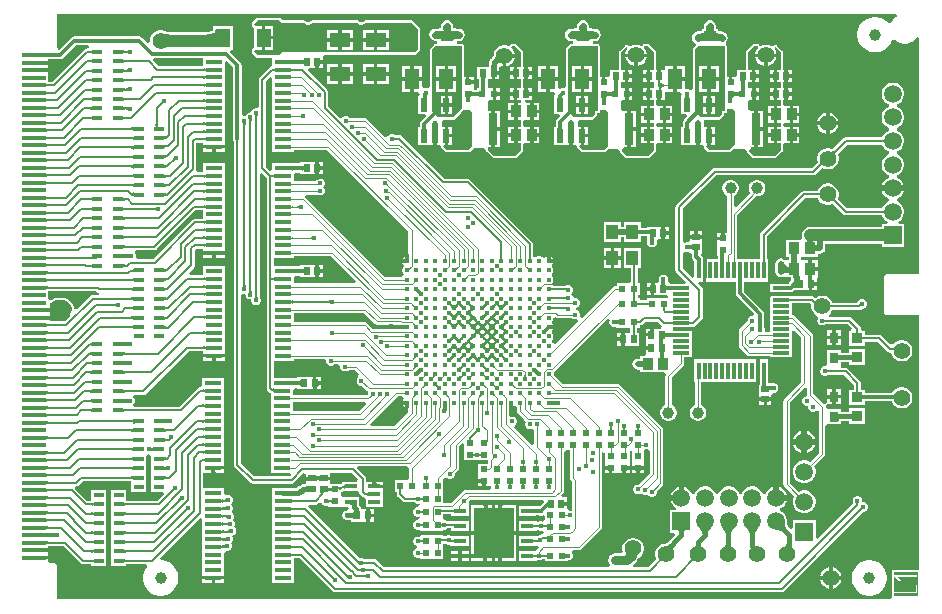
<source format=gtl>
G04*
G04 #@! TF.GenerationSoftware,Altium Limited,Altium Designer,24.4.1 (13)*
G04*
G04 Layer_Physical_Order=1*
G04 Layer_Color=255*
%FSLAX44Y44*%
%MOMM*%
G71*
G04*
G04 #@! TF.SameCoordinates,15E4D96D-5BE7-4AE5-8AB4-AC3752DCFCC4*
G04*
G04*
G04 #@! TF.FilePolarity,Positive*
G04*
G01*
G75*
%ADD10C,0.1500*%
%ADD14C,0.2000*%
%ADD16R,0.6000X0.5000*%
%ADD17R,0.5000X0.6000*%
%ADD18R,3.4500X4.3500*%
%ADD19R,1.0500X0.4500*%
%ADD20R,0.9000X1.0000*%
%ADD21R,1.4750X0.3000*%
%ADD22R,0.3000X1.4750*%
%ADD23R,0.6000X0.6400*%
%ADD24R,1.4750X0.4500*%
%ADD25R,1.0500X0.4000*%
%ADD26R,0.6400X0.6000*%
%ADD27R,0.9000X0.4500*%
%ADD28R,0.6000X1.1500*%
%ADD29R,0.8000X2.7000*%
%ADD30R,1.2500X1.6500*%
%ADD31R,1.0000X0.9000*%
%ADD32C,0.4200*%
%ADD33R,1.8000X1.3000*%
%ADD34R,1.3000X1.8000*%
%ADD35R,0.8000X0.9000*%
%ADD36R,0.9500X0.9000*%
%ADD37R,2.0000X0.3800*%
%ADD38R,1.1000X1.3000*%
%ADD67C,0.1250*%
%ADD68C,1.0000*%
%ADD69C,1.4000*%
%ADD70C,0.5000*%
%ADD71C,1.0000*%
%ADD72C,0.3000*%
%ADD73C,0.4000*%
%ADD74C,0.8000*%
%ADD75C,0.6000*%
%ADD76C,1.5000*%
%ADD77R,1.5000X1.5000*%
%ADD78C,0.4000*%
G36*
X943054Y715451D02*
X942209Y714887D01*
X942032Y714709D01*
X941823Y714570D01*
X940430Y713177D01*
X940291Y712968D01*
X940113Y712791D01*
X939019Y711153D01*
X938923Y710921D01*
X938783Y710712D01*
X938594Y710255D01*
X937766Y709960D01*
X936291Y709922D01*
X934562Y711651D01*
X932105Y713293D01*
X929375Y714424D01*
X926477Y715000D01*
X923523D01*
X920625Y714424D01*
X917895Y713293D01*
X915438Y711651D01*
X913349Y709562D01*
X911707Y707105D01*
X910576Y704375D01*
X910000Y701477D01*
Y698523D01*
X910576Y695625D01*
X911707Y692895D01*
X913349Y690438D01*
X915438Y688349D01*
X917895Y686707D01*
X920625Y685576D01*
X923523Y685000D01*
X926477D01*
X929375Y685576D01*
X932105Y686707D01*
X934562Y688349D01*
X936651Y690438D01*
X938293Y692895D01*
X939241Y695184D01*
X940555Y695700D01*
X941490Y695763D01*
X941823Y695430D01*
X942032Y695291D01*
X942209Y695113D01*
X943847Y694019D01*
X944079Y693923D01*
X944288Y693783D01*
X946108Y693029D01*
X946354Y692980D01*
X946586Y692884D01*
X948518Y692500D01*
X948769D01*
X949015Y692451D01*
X950985D01*
X951231Y692500D01*
X951482D01*
X953414Y692884D01*
X953646Y692980D01*
X953892Y693029D01*
X955712Y693783D01*
X955921Y693923D01*
X956153Y694019D01*
X957791Y695113D01*
X957968Y695291D01*
X958177Y695430D01*
X959570Y696823D01*
X959709Y697032D01*
X959887Y697209D01*
X960451Y698054D01*
X962451Y697447D01*
Y497549D01*
X935000D01*
X934025Y497355D01*
X933198Y496802D01*
X932645Y495975D01*
X932451Y495000D01*
Y465000D01*
X932645Y464025D01*
X933198Y463198D01*
X934025Y462645D01*
X935000Y462451D01*
X962451D01*
Y246838D01*
X938824D01*
Y222838D01*
X936944Y222549D01*
X232549D01*
Y250000D01*
X232355Y250975D01*
X231802Y251802D01*
X230975Y252355D01*
X230000Y252549D01*
X226658D01*
X225000Y253375D01*
Y255775D01*
X213000D01*
Y258775D01*
X225000D01*
Y259725D01*
Y262125D01*
X213000D01*
Y265125D01*
X225000D01*
Y266916D01*
X237758D01*
X252337Y252337D01*
X252337Y252337D01*
X253330Y251674D01*
X254500Y251441D01*
X261000D01*
Y250250D01*
X274000D01*
Y258250D01*
Y266250D01*
Y274250D01*
Y282250D01*
Y290250D01*
Y298250D01*
Y306250D01*
Y314750D01*
X261000D01*
Y305559D01*
X258017D01*
X247859Y315716D01*
X248688Y317716D01*
X248775D01*
X248775Y317716D01*
X249946Y317949D01*
X250938Y318612D01*
X254267Y321941D01*
X295000D01*
Y312750D01*
X308000D01*
Y320750D01*
Y328750D01*
Y336750D01*
Y343226D01*
X308985Y344618D01*
X310577D01*
X312000Y343026D01*
Y336750D01*
Y328750D01*
Y320750D01*
Y312750D01*
X321811D01*
X322576Y310902D01*
X317233Y305559D01*
X291000D01*
Y314750D01*
X278000D01*
Y306250D01*
Y298250D01*
Y290250D01*
Y282250D01*
Y274250D01*
Y266250D01*
Y258250D01*
Y250250D01*
X291000D01*
Y251441D01*
X307615D01*
X308076Y250327D01*
X308268Y249441D01*
X306707Y247105D01*
X305576Y244375D01*
X305000Y241477D01*
Y238523D01*
X305576Y235625D01*
X306707Y232895D01*
X308349Y230438D01*
X310438Y228349D01*
X312895Y226707D01*
X315625Y225576D01*
X318523Y225000D01*
X321477D01*
X324375Y225576D01*
X327105Y226707D01*
X329562Y228349D01*
X331651Y230438D01*
X333293Y232895D01*
X334423Y235625D01*
X335000Y238523D01*
Y241477D01*
X334423Y244375D01*
X333293Y247105D01*
X331651Y249562D01*
X329562Y251651D01*
X327105Y253293D01*
X324375Y254424D01*
X321477Y255000D01*
X320154D01*
X319326Y257000D01*
X353245Y290919D01*
X355245Y290091D01*
Y281500D01*
Y275000D01*
Y268500D01*
Y262000D01*
Y255500D01*
Y249000D01*
Y242500D01*
Y241750D01*
X373995D01*
Y242500D01*
Y249000D01*
Y261228D01*
X375185Y262900D01*
X376816D01*
X378322Y263524D01*
X379476Y264678D01*
X380100Y266185D01*
Y267815D01*
X379476Y269322D01*
X379314Y269484D01*
X379323Y269524D01*
X380476Y270678D01*
X381100Y272184D01*
Y273815D01*
X381029Y273988D01*
X380851Y275583D01*
X382028Y276402D01*
X382323Y276524D01*
X383476Y277677D01*
X384100Y279184D01*
Y280816D01*
X383476Y282322D01*
X382323Y283476D01*
X382314Y283516D01*
X382476Y283678D01*
X383100Y285184D01*
Y286816D01*
X382476Y288323D01*
X381323Y289476D01*
X381314Y289516D01*
X381476Y289678D01*
X382100Y291185D01*
Y292815D01*
X381476Y294322D01*
X380322Y295476D01*
X380794Y297445D01*
X381100Y298185D01*
Y299816D01*
X380476Y301322D01*
X379346Y302500D01*
X380476Y303678D01*
X381100Y305184D01*
Y306815D01*
X380476Y308322D01*
X379323Y309476D01*
X377816Y310100D01*
X376185D01*
X375995Y310021D01*
X373995Y311358D01*
Y316000D01*
X356059D01*
Y329250D01*
X362740D01*
Y333500D01*
X364240D01*
Y335000D01*
X373615D01*
Y335750D01*
Y342250D01*
Y348750D01*
Y355250D01*
Y361750D01*
Y368250D01*
Y374750D01*
Y381250D01*
Y387750D01*
Y394250D01*
Y400750D01*
Y409250D01*
X354865D01*
Y402869D01*
X353500Y401559D01*
X352329Y401326D01*
X351337Y400663D01*
X351337Y400663D01*
X335733Y385059D01*
X297613D01*
X296857Y387059D01*
X297476Y387678D01*
X298100Y389184D01*
Y390816D01*
X297476Y392323D01*
X296857Y392941D01*
X297613Y394941D01*
X305500D01*
X305500Y394941D01*
X306670Y395174D01*
X307663Y395837D01*
X343767Y431941D01*
X355745D01*
Y429750D01*
X374495D01*
Y430500D01*
Y437000D01*
Y443500D01*
Y450000D01*
Y456500D01*
Y463000D01*
Y469500D01*
Y476000D01*
Y482500D01*
Y489000D01*
Y495500D01*
Y504000D01*
X355745D01*
Y496309D01*
X344463D01*
X343634Y498309D01*
X348163Y502837D01*
X348163Y502837D01*
X348826Y503829D01*
X349059Y505000D01*
Y517733D01*
X350017Y518691D01*
X355745D01*
Y516750D01*
X374495D01*
Y517500D01*
Y524000D01*
Y530500D01*
Y537000D01*
Y543500D01*
Y550000D01*
Y556500D01*
Y563000D01*
Y569500D01*
Y576000D01*
Y582500D01*
Y591000D01*
X355745D01*
Y583309D01*
X351215D01*
X350748Y583820D01*
X349921Y585309D01*
X350059Y586000D01*
Y608691D01*
X355745D01*
Y606750D01*
X374495D01*
Y607500D01*
Y614000D01*
Y620500D01*
Y627000D01*
Y633500D01*
Y640000D01*
Y646500D01*
Y653000D01*
Y659500D01*
Y666000D01*
Y676845D01*
X376343Y677610D01*
X381431Y672522D01*
Y611783D01*
X381703Y610417D01*
X381941Y610061D01*
Y336000D01*
X381941Y336000D01*
X382174Y334829D01*
X382837Y333837D01*
X395837Y320837D01*
X395837Y320837D01*
X396829Y320174D01*
X398000Y319941D01*
X431000D01*
X431000Y319941D01*
X432170Y320174D01*
X433163Y320837D01*
X440800Y328474D01*
X442800Y327814D01*
Y325900D01*
X444141D01*
X444372Y326040D01*
X444585Y326235D01*
X444737Y326460D01*
X444829Y326715D01*
X444861Y327000D01*
X444855Y325900D01*
X448000D01*
Y322900D01*
X444838D01*
X444831Y321431D01*
X444800Y321634D01*
X444711Y321815D01*
X444561Y321976D01*
X444351Y322115D01*
X444081Y322233D01*
X443750Y322329D01*
X443360Y322404D01*
X442910Y322457D01*
X442800Y322464D01*
Y319428D01*
X442608Y319393D01*
X441822Y319329D01*
X440791D01*
X439231Y319018D01*
X437908Y318134D01*
X437908Y318134D01*
X437701Y317928D01*
X436898Y317768D01*
X435575Y316884D01*
X435575Y316884D01*
X434736Y316045D01*
X432755Y316000D01*
Y316000D01*
X430804D01*
X430767Y316008D01*
X430746Y316005D01*
X430724Y316009D01*
X430681Y316000D01*
X414005D01*
Y307500D01*
Y301000D01*
Y294500D01*
Y288000D01*
Y281500D01*
Y275000D01*
Y268500D01*
Y262000D01*
Y255500D01*
Y249000D01*
Y242500D01*
Y236000D01*
X432755D01*
Y242500D01*
Y249000D01*
Y256691D01*
X437983D01*
X465837Y228837D01*
X465837Y228837D01*
X466829Y228174D01*
X468000Y227941D01*
X846000D01*
X846000Y227941D01*
X847170Y228174D01*
X848163Y228837D01*
X915226Y295900D01*
X915816D01*
X917322Y296524D01*
X918476Y297678D01*
X919100Y299184D01*
Y300816D01*
X918476Y302323D01*
X917322Y303476D01*
X915816Y304100D01*
X914181Y304181D01*
X914100Y305816D01*
X913476Y307322D01*
X912322Y308476D01*
X910816Y309100D01*
X909184D01*
X907678Y308476D01*
X906524Y307322D01*
X905900Y305816D01*
Y304184D01*
X906327Y303153D01*
X876348Y273174D01*
X874500Y273939D01*
Y288700D01*
X855500D01*
Y282096D01*
X853500Y281268D01*
X851805Y282962D01*
X851600Y283241D01*
X851365Y283639D01*
X851153Y284084D01*
X850969Y284580D01*
X850815Y285131D01*
X850692Y285739D01*
X850603Y286404D01*
X850552Y287126D01*
X850539Y287957D01*
X850500Y288136D01*
Y289251D01*
X849853Y291667D01*
X848602Y293833D01*
X846833Y295602D01*
X844667Y296852D01*
X844248Y296965D01*
Y299035D01*
X844667Y299147D01*
X846833Y300398D01*
X848602Y302167D01*
X849853Y304333D01*
X850165Y305500D01*
X841000D01*
Y308000D01*
X838500D01*
Y317165D01*
X837333Y316853D01*
X835167Y315602D01*
X833398Y313833D01*
X832147Y311667D01*
X832035Y311248D01*
X829965D01*
X829853Y311667D01*
X828602Y313833D01*
X826833Y315602D01*
X824667Y316853D01*
X822251Y317500D01*
X819749D01*
X817333Y316853D01*
X815167Y315602D01*
X813398Y313833D01*
X812147Y311667D01*
X812035Y311248D01*
X809965D01*
X809853Y311667D01*
X808602Y313833D01*
X806833Y315602D01*
X804667Y316853D01*
X802251Y317500D01*
X799749D01*
X797333Y316853D01*
X795167Y315602D01*
X793398Y313833D01*
X792147Y311667D01*
X792035Y311248D01*
X789965D01*
X789853Y311667D01*
X788602Y313833D01*
X786833Y315602D01*
X784667Y316853D01*
X782251Y317500D01*
X779749D01*
X777333Y316853D01*
X775167Y315602D01*
X773398Y313833D01*
X772148Y311667D01*
X772035Y311248D01*
X769965D01*
X769853Y311667D01*
X768602Y313833D01*
X766833Y315602D01*
X764667Y316853D01*
X763500Y317165D01*
Y308000D01*
X761000D01*
Y305500D01*
X751835D01*
X752147Y304333D01*
X753398Y302167D01*
X755167Y300398D01*
X756722Y299500D01*
X756187Y297500D01*
X751500D01*
Y278500D01*
X754904D01*
X755732Y276500D01*
X749695Y270462D01*
X749546Y270333D01*
X749142Y270019D01*
X748754Y269753D01*
X748384Y269532D01*
X748031Y269354D01*
X747697Y269217D01*
X747381Y269117D01*
X747081Y269050D01*
X746697Y269002D01*
X746692Y269000D01*
X746315D01*
X744026Y268387D01*
X741974Y267202D01*
X740298Y265526D01*
X739113Y263474D01*
X738500Y261185D01*
Y258815D01*
X739113Y256526D01*
X739511Y255837D01*
X732733Y249059D01*
X720469D01*
X720120Y249551D01*
X719710Y251059D01*
X723178Y254526D01*
X724504Y256511D01*
X724660Y257299D01*
X725526Y257798D01*
X727202Y259474D01*
X728387Y261526D01*
X729000Y263815D01*
Y266185D01*
X728387Y268474D01*
X727202Y270526D01*
X725526Y272202D01*
X723474Y273387D01*
X721185Y274000D01*
X718815D01*
X716526Y273387D01*
X714474Y272202D01*
X712798Y270526D01*
X711613Y268474D01*
X711000Y266185D01*
Y263815D01*
X711187Y263118D01*
X709652Y261117D01*
X705000D01*
X702659Y260652D01*
X700674Y259326D01*
X699348Y257341D01*
X698883Y255000D01*
X699348Y252659D01*
X700417Y251059D01*
X699966Y249674D01*
X699531Y249059D01*
X509267D01*
X503163Y255163D01*
X502170Y255826D01*
X501000Y256059D01*
X501000Y256059D01*
X492739D01*
X492323Y256476D01*
X490816Y257100D01*
X489184D01*
X488507Y256819D01*
X445135Y300191D01*
X445963Y302191D01*
X451250D01*
X451250Y302191D01*
X452421Y302424D01*
X453413Y303087D01*
X454052Y303727D01*
X456321Y303167D01*
X456524Y302678D01*
X457677Y301524D01*
X459184Y300900D01*
X460816D01*
X461000Y300976D01*
X463000Y300500D01*
X463000Y300500D01*
X471750D01*
X473750Y300500D01*
X475000Y300500D01*
X478230D01*
X478780Y300312D01*
X479276Y298909D01*
X477924Y297100D01*
X477184D01*
X475678Y296476D01*
X474524Y295322D01*
X473900Y293815D01*
Y292185D01*
X474524Y290678D01*
X475678Y289524D01*
X477184Y288900D01*
X478816D01*
X478868Y288922D01*
X480803D01*
X480939Y288917D01*
X481413Y288871D01*
X481600Y288841D01*
Y287800D01*
X483587D01*
X483630Y287791D01*
X483674Y287800D01*
X493900D01*
Y293000D01*
Y298200D01*
X489878D01*
X489878Y298200D01*
X489568Y299761D01*
X488684Y301084D01*
X488250Y301518D01*
Y308500D01*
X484512D01*
X484118Y308578D01*
X481000D01*
X480606Y308500D01*
X474586Y308500D01*
X473000Y309500D01*
Y310500D01*
X473000D01*
Y312804D01*
X473999Y313002D01*
X474744Y313500D01*
X475720D01*
X475761Y313491D01*
X475807Y313500D01*
X486053D01*
X487941Y313000D01*
X488174Y311829D01*
X488837Y310837D01*
X490837Y308837D01*
X490837Y308837D01*
X491829Y308174D01*
X493000Y307941D01*
X493750Y306220D01*
Y300500D01*
X508250D01*
Y307000D01*
Y313500D01*
Y316000D01*
X501000D01*
Y317500D01*
X499500D01*
Y319470D01*
X498000D01*
X498285Y319499D01*
X498540Y319590D01*
X498765Y319739D01*
X498960Y319949D01*
X499125Y320219D01*
X499260Y320550D01*
X499365Y320939D01*
X499440Y321390D01*
X499450Y321500D01*
X494059D01*
Y324000D01*
X493826Y325171D01*
X493163Y326163D01*
X486502Y332824D01*
X487331Y334824D01*
X528839D01*
X528984Y334738D01*
X530324Y333000D01*
X530324Y333000D01*
Y323426D01*
X528500Y323000D01*
X527500D01*
Y323000D01*
X518500D01*
Y313000D01*
X519941D01*
Y311000D01*
X519941Y311000D01*
X520174Y309830D01*
X520837Y308837D01*
X524837Y304837D01*
X524837Y304837D01*
X525829Y304174D01*
X527000Y303941D01*
X535261D01*
X535677Y303524D01*
X537184Y302900D01*
X538815D01*
X539314Y302634D01*
Y301894D01*
X537424Y300100D01*
X537184D01*
X535677Y299476D01*
X534524Y298322D01*
X533900Y296815D01*
Y295184D01*
X534524Y293678D01*
X535677Y292524D01*
X537184Y291900D01*
X538815D01*
X539314Y291634D01*
Y290894D01*
X537424Y289100D01*
X537184D01*
X535677Y288476D01*
X534524Y287322D01*
X533900Y285816D01*
Y284184D01*
X534524Y282677D01*
X535677Y281524D01*
X537184Y280900D01*
X538815D01*
X540500Y280000D01*
Y280000D01*
X549500D01*
X549500Y280000D01*
X550500D01*
Y280000D01*
X551500Y280000D01*
X559500D01*
Y280900D01*
X560816D01*
X562322Y281524D01*
X562739Y281941D01*
X566250D01*
Y280100D01*
X580750D01*
Y288600D01*
X566250D01*
Y288059D01*
X562739D01*
X562322Y288476D01*
X560816Y289100D01*
X559741D01*
X559500Y291000D01*
X559500Y291000D01*
X559500Y291000D01*
Y293991D01*
X566250D01*
Y292800D01*
X580750D01*
Y301300D01*
X580750Y301300D01*
X580734Y303300D01*
X581100Y304184D01*
Y305315D01*
X582109Y306324D01*
X643448D01*
X644277Y304324D01*
X640960Y301007D01*
X639962Y300594D01*
X637750D01*
Y301300D01*
X623250D01*
Y292800D01*
X637750D01*
Y293456D01*
X639841D01*
X641184Y292900D01*
X642816D01*
X643500Y293183D01*
X645396Y292146D01*
X645500Y292012D01*
Y288988D01*
X645389Y288845D01*
X643684Y287833D01*
X643500Y287817D01*
X642816Y288100D01*
X641184D01*
X639678Y287476D01*
X637750Y287993D01*
Y288600D01*
X623250D01*
Y280100D01*
X637750D01*
Y280100D01*
X639678Y280524D01*
X641184Y279900D01*
X642815D01*
X644276Y278644D01*
X643000Y277059D01*
X641830Y276826D01*
X640837Y276163D01*
X640774Y276100D01*
X640184D01*
X639743Y275917D01*
X637750Y275900D01*
X637750Y275900D01*
X637750Y275900D01*
X623250D01*
Y267400D01*
X637750D01*
X637750Y267400D01*
X638713Y267727D01*
X640140Y266100D01*
X640135Y265920D01*
X638107Y263892D01*
X637645Y263200D01*
X623250D01*
Y254700D01*
X637750D01*
Y254700D01*
X638484Y255190D01*
X639184Y254900D01*
X640816D01*
X642322Y255524D01*
X642739Y255941D01*
X645500D01*
Y254000D01*
X654500D01*
Y254000D01*
X655500D01*
Y254000D01*
X664500D01*
Y254900D01*
X665816D01*
X667322Y255524D01*
X668476Y256677D01*
X669100Y258184D01*
Y259816D01*
X668476Y261322D01*
X668475Y261324D01*
X669303Y263324D01*
X674000D01*
X674000Y263324D01*
X675024Y263527D01*
X675893Y264107D01*
X692893Y281107D01*
X693473Y281976D01*
X693676Y283000D01*
X693676Y283000D01*
Y346601D01*
X694000Y346779D01*
X696000Y345598D01*
X696000Y338000D01*
X696000Y336500D01*
Y334500D01*
X701000D01*
Y333000D01*
X702500D01*
Y328500D01*
X706500D01*
X708000Y328500D01*
X710500D01*
Y333000D01*
X712000D01*
Y334500D01*
X717000D01*
Y338000D01*
X717000Y339500D01*
Y347500D01*
X717000D01*
Y347862D01*
X717446Y348109D01*
X718478Y347763D01*
X719000Y347231D01*
X719000Y338000D01*
X719000Y336500D01*
Y334500D01*
X724000D01*
X729000D01*
Y338000D01*
X729000Y339500D01*
Y347226D01*
X729641Y348132D01*
X730420Y348900D01*
X731816D01*
X732324Y349110D01*
X734324Y347912D01*
Y329109D01*
X724315Y319100D01*
X723185D01*
X721678Y318476D01*
X720524Y317323D01*
X719900Y315816D01*
Y314184D01*
X720524Y312678D01*
X721678Y311524D01*
X723185Y310900D01*
X724816D01*
X726322Y311524D01*
X726685Y311887D01*
X727590Y310982D01*
X729097Y310357D01*
X730728D01*
X732524Y310678D01*
X733678Y309524D01*
X735184Y308900D01*
X736815D01*
X738323Y309524D01*
X739476Y310678D01*
X740100Y312185D01*
Y313315D01*
X744893Y318107D01*
X744893Y318107D01*
X745473Y318976D01*
X745676Y320000D01*
X745676Y320000D01*
Y366000D01*
X745473Y367024D01*
X744893Y367892D01*
X744893Y367893D01*
X727142Y385643D01*
X726685Y385948D01*
X709241Y403392D01*
X708372Y403973D01*
X707348Y404176D01*
X707348Y404176D01*
X660609D01*
X652735Y412050D01*
X652706Y412214D01*
X652640Y412979D01*
X652691Y414147D01*
X653418Y414632D01*
X698538Y459753D01*
X700233Y458620D01*
X699900Y457816D01*
Y456185D01*
X700524Y454678D01*
X701678Y453524D01*
X703185Y452900D01*
X704816D01*
X706500Y452000D01*
Y452000D01*
X714500D01*
X715500Y452000D01*
X717341Y451617D01*
Y447200D01*
X713100D01*
Y442000D01*
Y436800D01*
X725400D01*
Y447200D01*
X723459D01*
Y452000D01*
X725500D01*
Y452053D01*
X726000Y453941D01*
X727171Y454174D01*
X728163Y454837D01*
X730267Y456941D01*
X740733D01*
X744337Y453337D01*
X744542Y453200D01*
X743936Y451200D01*
X737100D01*
Y446000D01*
X735600D01*
Y444500D01*
X730600D01*
Y440800D01*
X730600D01*
Y440200D01*
X730600D01*
Y436500D01*
X735600D01*
Y433500D01*
X730600D01*
Y430000D01*
X730600Y429800D01*
X730117Y428000D01*
X725750D01*
Y425588D01*
X724000D01*
X722244Y425239D01*
X720756Y424244D01*
X719761Y422756D01*
X719412Y421000D01*
X719761Y419244D01*
X720756Y417756D01*
X722244Y416761D01*
X724000Y416412D01*
X725750D01*
Y414000D01*
X737250D01*
X738750Y414000D01*
X740750Y414000D01*
X746442D01*
X747527Y412024D01*
X747324Y411000D01*
X747324Y411000D01*
Y386530D01*
X747298Y386523D01*
X745702Y385601D01*
X744399Y384298D01*
X743477Y382702D01*
X743000Y380922D01*
Y379078D01*
X743477Y377298D01*
X744399Y375702D01*
X745702Y374399D01*
X747298Y373477D01*
X749078Y373000D01*
X750922D01*
X752702Y373477D01*
X754298Y374399D01*
X755601Y375702D01*
X756523Y377298D01*
X757000Y379078D01*
Y380922D01*
X756523Y382702D01*
X755601Y384298D01*
X754298Y385601D01*
X752702Y386523D01*
X752676Y386530D01*
Y409891D01*
X762513Y419727D01*
X762513Y419728D01*
X763093Y420596D01*
X763296Y421620D01*
Y427000D01*
X769995D01*
Y432000D01*
Y442000D01*
Y449001D01*
X760965D01*
X760620Y449069D01*
Y452000D01*
X769995D01*
Y452000D01*
X770382D01*
X770500Y452441D01*
X771671Y452674D01*
X772663Y453337D01*
X778163Y458837D01*
X778163Y458837D01*
X778826Y459829D01*
X779059Y461000D01*
X779059Y461000D01*
Y484000D01*
X778826Y485171D01*
X778163Y486163D01*
X778163Y486163D01*
X775169Y489157D01*
X775934Y491005D01*
X779001D01*
Y500035D01*
X779069Y500380D01*
Y509755D01*
X779069D01*
Y510000D01*
X778797Y511366D01*
X778023Y512523D01*
X777447Y513100D01*
X777982Y515100D01*
X778700D01*
Y523900D01*
Y527400D01*
X768300D01*
Y525693D01*
X766316Y524350D01*
X764685D01*
X763887Y524020D01*
X762117Y524930D01*
X761887Y525191D01*
Y552561D01*
X790267Y580941D01*
X872565D01*
X872565Y580941D01*
X873736Y581174D01*
X874728Y581837D01*
X880245Y587353D01*
X881526Y586613D01*
X883815Y586000D01*
X886185D01*
X888474Y586613D01*
X890526Y587798D01*
X892202Y589474D01*
X893387Y591526D01*
X894000Y593815D01*
Y596185D01*
X893387Y598474D01*
X893174Y598842D01*
X893204Y598878D01*
X901267Y606941D01*
X925000D01*
X925000Y606941D01*
X930984D01*
X931147Y606333D01*
X932398Y604167D01*
X934167Y602398D01*
X936333Y601147D01*
X936752Y601035D01*
Y598965D01*
X936333Y598853D01*
X934167Y597602D01*
X932398Y595833D01*
X931147Y593667D01*
X930500Y591251D01*
Y588749D01*
X931147Y586333D01*
X932398Y584167D01*
X934167Y582398D01*
X936333Y581147D01*
X936752Y581035D01*
Y578965D01*
X936333Y578853D01*
X934167Y577602D01*
X932398Y575833D01*
X931147Y573667D01*
X930835Y572500D01*
X940000D01*
X949165D01*
X948853Y573667D01*
X947602Y575833D01*
X945833Y577602D01*
X943667Y578853D01*
X943248Y578965D01*
Y581035D01*
X943667Y581147D01*
X945833Y582398D01*
X947602Y584167D01*
X948853Y586333D01*
X949500Y588749D01*
Y591251D01*
X948853Y593667D01*
X947602Y595833D01*
X945833Y597602D01*
X943667Y598853D01*
X943248Y598965D01*
Y601035D01*
X943667Y601147D01*
X945833Y602398D01*
X947602Y604167D01*
X948853Y606333D01*
X949500Y608749D01*
Y611251D01*
X948853Y613667D01*
X947602Y615833D01*
X945833Y617602D01*
X943667Y618853D01*
X943248Y618965D01*
Y621035D01*
X943667Y621147D01*
X945833Y622398D01*
X947602Y624167D01*
X948853Y626333D01*
X949500Y628749D01*
Y631251D01*
X948853Y633667D01*
X947602Y635833D01*
X945833Y637602D01*
X943667Y638853D01*
X943248Y638965D01*
Y641035D01*
X943667Y641147D01*
X945833Y642398D01*
X947602Y644167D01*
X948853Y646333D01*
X949500Y648749D01*
Y651251D01*
X948853Y653667D01*
X947602Y655833D01*
X945833Y657602D01*
X943667Y658853D01*
X941251Y659500D01*
X938749D01*
X936333Y658853D01*
X934167Y657602D01*
X932398Y655833D01*
X931147Y653667D01*
X930500Y651251D01*
Y648749D01*
X931147Y646333D01*
X932398Y644167D01*
X934167Y642398D01*
X936333Y641147D01*
X936752Y641035D01*
Y638965D01*
X936333Y638853D01*
X934167Y637602D01*
X932398Y635833D01*
X931147Y633667D01*
X930500Y631251D01*
Y628749D01*
X931147Y626333D01*
X932398Y624167D01*
X934167Y622398D01*
X936333Y621147D01*
X936752Y621035D01*
Y618965D01*
X936333Y618853D01*
X934167Y617602D01*
X932398Y615833D01*
X931147Y613667D01*
X930984Y613059D01*
X925000D01*
X925000Y613059D01*
X925000Y613059D01*
X900000D01*
X898829Y612826D01*
X897837Y612163D01*
X897837Y612163D01*
X888878Y603204D01*
X888842Y603174D01*
X888474Y603387D01*
X886185Y604000D01*
X883815D01*
X881526Y603387D01*
X879474Y602202D01*
X877798Y600526D01*
X876613Y598474D01*
X876000Y596185D01*
Y593815D01*
X876434Y592195D01*
X871298Y587059D01*
X789000D01*
X787829Y586826D01*
X786837Y586163D01*
X786837Y586163D01*
X756665Y555991D01*
X756003Y554999D01*
X755770Y553828D01*
X755770Y553828D01*
Y501172D01*
X755770Y501172D01*
X756003Y500001D01*
X756665Y499009D01*
X764827Y490848D01*
X764061Y489000D01*
X760965D01*
X760620Y489069D01*
X752139D01*
X750400Y489700D01*
X749753Y491700D01*
X749850Y491934D01*
Y493565D01*
X749226Y495072D01*
X748073Y496226D01*
X746566Y496850D01*
X744934D01*
X743428Y496226D01*
X742274Y495072D01*
X741650Y493565D01*
Y491934D01*
X741747Y491700D01*
X740520Y489700D01*
X738100D01*
Y484500D01*
Y479300D01*
X748513D01*
X749309Y477962D01*
X748771Y477000D01*
X741000Y477000D01*
X739500Y477000D01*
X731500D01*
Y475059D01*
X725500D01*
Y477000D01*
X724059D01*
Y479500D01*
X725500D01*
Y489500D01*
X724059D01*
Y502500D01*
X727000D01*
Y519500D01*
X712000D01*
Y502500D01*
X717941D01*
Y490914D01*
X716527Y489500D01*
X714500Y489500D01*
X706500D01*
Y487176D01*
X704500D01*
X704500Y487176D01*
X703476Y486973D01*
X702607Y486393D01*
X676462Y460247D01*
X674767Y461380D01*
X675100Y462184D01*
Y463815D01*
X674476Y465322D01*
X673323Y466476D01*
X672057Y467000D01*
X671931Y467993D01*
Y468007D01*
X672057Y469000D01*
X673323Y469524D01*
X674476Y470677D01*
X675100Y472184D01*
Y473815D01*
X674476Y475322D01*
X673323Y476476D01*
X671815Y477100D01*
X670184D01*
X668860Y478394D01*
X668551Y479140D01*
X668476Y479323D01*
X668475Y479323D01*
X667346Y480500D01*
X668475Y481677D01*
X668476Y481678D01*
X668551Y481860D01*
X669100Y483185D01*
Y484815D01*
X668476Y486322D01*
X667322Y487476D01*
X665816Y488100D01*
X664184D01*
X662678Y487476D01*
X662511Y487309D01*
X652440D01*
X651552Y488766D01*
X651351Y488967D01*
X651400Y489015D01*
X651321Y489144D01*
X651605Y489807D01*
X651976Y490177D01*
X652600Y491684D01*
Y493316D01*
X651976Y494822D01*
X651605Y495193D01*
X651047Y496500D01*
X651605Y497807D01*
X651976Y498177D01*
X652600Y499684D01*
Y501315D01*
X651976Y502822D01*
X651605Y503193D01*
X651047Y504500D01*
X651605Y505807D01*
X651976Y506177D01*
X652304Y506971D01*
X649813Y506861D01*
Y507000D01*
X648500D01*
Y508500D01*
X647000D01*
Y509850D01*
X646892D01*
X646912Y509905D01*
X646931Y510016D01*
X646947Y510185D01*
X646983Y511035D01*
X646994Y512314D01*
X646178Y511976D01*
X645807Y511605D01*
X644500Y511046D01*
X643193Y511605D01*
X642822Y511976D01*
X641316Y512600D01*
X639684D01*
X638177Y511976D01*
X637807Y511605D01*
X637383Y511424D01*
X635559Y512113D01*
Y522500D01*
X635559Y522500D01*
X635326Y523671D01*
X634663Y524663D01*
X634663Y524663D01*
X582163Y577163D01*
X581171Y577826D01*
X580000Y578059D01*
X580000Y578059D01*
X560267D01*
X524263Y614063D01*
X523271Y614726D01*
X522100Y614959D01*
X522100Y614959D01*
X518839D01*
X518322Y615476D01*
X516816Y616100D01*
X515185D01*
X513678Y615476D01*
X512524Y614322D01*
X512456Y614157D01*
X510097Y613688D01*
X494893Y628893D01*
X494024Y629473D01*
X493000Y629676D01*
X493000Y629676D01*
X480122D01*
X479322Y630476D01*
X477816Y631100D01*
X476184D01*
X474678Y630476D01*
X474178Y629976D01*
X471665Y629661D01*
X462059Y639267D01*
Y651171D01*
X461826Y652341D01*
X461163Y653334D01*
X461163Y653334D01*
X444544Y669952D01*
X445309Y671800D01*
X450900D01*
Y677000D01*
X452400D01*
Y678500D01*
X457400D01*
Y682200D01*
X459085Y682961D01*
X535000D01*
X535000Y682961D01*
X535780Y683116D01*
X536442Y683558D01*
X538942Y686058D01*
X539384Y686720D01*
X539539Y687500D01*
Y705000D01*
X539539Y705000D01*
X539384Y705780D01*
X538942Y706442D01*
X533942Y711442D01*
X533280Y711884D01*
X532500Y712039D01*
X493298D01*
X493298Y712039D01*
X492518Y711884D01*
X491856Y711442D01*
X491167Y710753D01*
X490410Y710439D01*
X489590D01*
X488833Y710753D01*
X488144Y711442D01*
X487482Y711884D01*
X486702Y712039D01*
X448298D01*
X448298Y712039D01*
X447518Y711884D01*
X446856Y711442D01*
X446167Y710753D01*
X445410Y710439D01*
X444590D01*
X443833Y710753D01*
X443144Y711442D01*
X442482Y711884D01*
X441702Y712039D01*
X423345D01*
X421442Y713942D01*
X420780Y714384D01*
X420000Y714539D01*
X402500D01*
X401720Y714384D01*
X401058Y713942D01*
X397578Y710462D01*
X397578Y710462D01*
X397136Y709800D01*
X396981Y709020D01*
X397136Y708240D01*
X397662Y706970D01*
X398104Y706308D01*
X398766Y705866D01*
X399000Y705819D01*
Y689181D01*
X398766Y689134D01*
X398104Y688692D01*
X397662Y688030D01*
X397136Y686760D01*
X396981Y685980D01*
X397136Y685200D01*
X397578Y684538D01*
X401058Y681058D01*
X401720Y680616D01*
X402500Y680461D01*
X414505D01*
Y673059D01*
X414000D01*
X412829Y672826D01*
X411837Y672163D01*
X411837Y672163D01*
X403837Y664163D01*
X403174Y663171D01*
X402941Y662000D01*
X402941Y662000D01*
Y638852D01*
X401815Y638100D01*
X400185D01*
X398678Y637476D01*
X397524Y636323D01*
X396900Y634816D01*
X395184Y634100D01*
X393677Y633476D01*
X392524Y632323D01*
X392113Y631330D01*
X390140Y631141D01*
X388569Y632595D01*
Y674000D01*
X388297Y675366D01*
X387523Y676523D01*
X378797Y685250D01*
X379625Y687250D01*
X381000D01*
Y707750D01*
X364500D01*
Y704907D01*
X364457Y704507D01*
X364321Y704123D01*
X364094Y703784D01*
X363716Y703435D01*
X363127Y703076D01*
X362293Y702736D01*
X361209Y702445D01*
X359881Y702225D01*
X358318Y702087D01*
X357311Y702060D01*
X332543D01*
X328502Y702097D01*
X325758Y702212D01*
X325459Y702241D01*
X323474Y703387D01*
X321185Y704000D01*
X318815D01*
X316526Y703387D01*
X314474Y702202D01*
X312798Y700526D01*
X311613Y698474D01*
X311000Y696185D01*
Y693875D01*
X310856Y693739D01*
X309185Y692862D01*
X304523Y697523D01*
X303366Y698297D01*
X302000Y698569D01*
X247000D01*
X245634Y698297D01*
X244477Y697523D01*
X234291Y687337D01*
X233703Y687443D01*
X233366Y687838D01*
X232488Y689692D01*
X232549Y690000D01*
Y717451D01*
X942447Y717451D01*
X943054Y715451D01*
D02*
G37*
G36*
X324683Y700292D02*
X325055Y700231D01*
X325617Y700177D01*
X328451Y700058D01*
X334899Y700000D01*
Y690000D01*
X324501Y689639D01*
Y700361D01*
X324683Y700292D01*
D02*
G37*
G36*
X366530Y689280D02*
X366431Y689417D01*
X366130Y689539D01*
X365630Y689647D01*
X364930Y689741D01*
X362930Y689885D01*
X356530Y690000D01*
Y700000D01*
X358434Y700050D01*
X360138Y700200D01*
X361642Y700450D01*
X362945Y700800D01*
X364049Y701250D01*
X364951Y701800D01*
X365654Y702450D01*
X366157Y703200D01*
X366459Y704050D01*
X366561Y705000D01*
X366530Y689280D01*
D02*
G37*
G36*
X262061Y684000D02*
X262046Y684142D01*
X262000Y684270D01*
X261923Y684382D01*
X261816Y684480D01*
X261678Y684562D01*
X261510Y684630D01*
X261311Y684682D01*
X261082Y684720D01*
X260821Y684742D01*
X260530Y684750D01*
Y686250D01*
X260821Y686257D01*
X261082Y686280D01*
X261311Y686317D01*
X261510Y686370D01*
X261678Y686437D01*
X261816Y686520D01*
X261923Y686617D01*
X262000Y686730D01*
X262046Y686857D01*
X262061Y687000D01*
Y684000D01*
D02*
G37*
G36*
X292194Y683929D02*
X292118Y684038D01*
X292026Y684135D01*
X291917Y684220D01*
X291792Y684295D01*
X291651Y684357D01*
X291494Y684409D01*
X291320Y684448D01*
X291130Y684477D01*
X290923Y684494D01*
X290700Y684500D01*
X291270Y686500D01*
X291496Y686503D01*
X292089Y686545D01*
X292258Y686571D01*
X292554Y686639D01*
X292681Y686682D01*
X292794Y686731D01*
X292893Y686785D01*
X292194Y683929D01*
D02*
G37*
G36*
X287990Y687310D02*
X288050Y687140D01*
X288150Y686990D01*
X288290Y686860D01*
X288470Y686750D01*
X288689Y686660D01*
X288950Y686590D01*
X289249Y686540D01*
X289590Y686510D01*
X289970Y686500D01*
Y684500D01*
X289590Y684490D01*
X289249Y684460D01*
X288950Y684410D01*
X288689Y684340D01*
X288470Y684250D01*
X288290Y684140D01*
X288150Y684010D01*
X288050Y683860D01*
X287990Y683690D01*
X287969Y683500D01*
Y687500D01*
X287990Y687310D01*
D02*
G37*
G36*
X422500Y710000D02*
X441702D01*
X442678Y709024D01*
X444184Y708400D01*
X445816D01*
X447322Y709024D01*
X448298Y710000D01*
X486702D01*
X487678Y709024D01*
X489184Y708400D01*
X490816D01*
X492323Y709024D01*
X493298Y710000D01*
X532500D01*
X537500Y705000D01*
Y687500D01*
X535000Y685000D01*
X422500D01*
X420000Y682500D01*
X402500D01*
X399020Y685980D01*
X399546Y687250D01*
X405750D01*
Y697500D01*
Y707750D01*
X399546D01*
X399020Y709020D01*
X402500Y712500D01*
X420000D01*
X422500Y710000D01*
D02*
G37*
G36*
X222999Y684524D02*
X223090Y684462D01*
X223239Y684406D01*
X223449Y684358D01*
X223720Y684317D01*
X224440Y684258D01*
X225970Y684225D01*
Y681225D01*
X225399Y681221D01*
X223449Y681092D01*
X223239Y681044D01*
X223090Y680988D01*
X222999Y680926D01*
X222969Y680855D01*
Y684594D01*
X222999Y684524D01*
D02*
G37*
G36*
X259380Y689493D02*
X258842Y688304D01*
X258000D01*
X256927Y688090D01*
X256017Y687483D01*
X228664Y660129D01*
X225000D01*
Y668495D01*
X223449Y668392D01*
X223239Y668344D01*
X223090Y668288D01*
X222999Y668226D01*
X222969Y668156D01*
Y668525D01*
X213000D01*
Y671525D01*
X222969D01*
Y671895D01*
X222999Y671824D01*
X223090Y671761D01*
X223239Y671706D01*
X223449Y671658D01*
X223720Y671617D01*
X224440Y671558D01*
X225000Y671546D01*
Y672475D01*
Y674845D01*
X223449Y674742D01*
X223239Y674694D01*
X223090Y674639D01*
X222999Y674576D01*
X222969Y674505D01*
Y674875D01*
X213000D01*
Y677875D01*
X222969D01*
Y678244D01*
X222999Y678174D01*
X223090Y678111D01*
X223239Y678056D01*
X223449Y678008D01*
X223720Y677967D01*
X224440Y677908D01*
X225000Y677896D01*
Y679151D01*
X225079Y679156D01*
X234725D01*
X236091Y679428D01*
X237248Y680202D01*
X248478Y691431D01*
X258248D01*
X259380Y689493D01*
D02*
G37*
G36*
X262061Y676000D02*
X262046Y676142D01*
X262000Y676270D01*
X261923Y676382D01*
X261816Y676480D01*
X261678Y676562D01*
X261510Y676630D01*
X261311Y676682D01*
X261082Y676720D01*
X260821Y676742D01*
X260530Y676750D01*
Y678250D01*
X260821Y678257D01*
X261082Y678280D01*
X261311Y678317D01*
X261510Y678370D01*
X261678Y678437D01*
X261816Y678520D01*
X261923Y678617D01*
X262000Y678730D01*
X262046Y678857D01*
X262061Y679000D01*
Y676000D01*
D02*
G37*
G36*
X287990Y679310D02*
X288050Y679140D01*
X288150Y678990D01*
X288290Y678860D01*
X288470Y678750D01*
X288689Y678660D01*
X288950Y678590D01*
X289249Y678540D01*
X289590Y678510D01*
X289970Y678500D01*
Y676500D01*
X289590Y676490D01*
X289249Y676460D01*
X288950Y676410D01*
X288689Y676340D01*
X288470Y676250D01*
X288290Y676140D01*
X288150Y676010D01*
X288050Y675860D01*
X287990Y675690D01*
X287969Y675500D01*
Y679500D01*
X287990Y679310D01*
D02*
G37*
G36*
X431255Y678857D02*
X431344Y678755D01*
X431494Y678666D01*
X431704Y678589D01*
X431974Y678524D01*
X432304Y678470D01*
X432695Y678428D01*
X433655Y678381D01*
X434225Y678375D01*
Y675375D01*
X433655Y675367D01*
X432695Y675299D01*
X432304Y675240D01*
X431974Y675164D01*
X431704Y675071D01*
X431494Y674961D01*
X431344Y674835D01*
X431255Y674691D01*
X431225Y674530D01*
Y678969D01*
X431255Y678857D01*
D02*
G37*
G36*
X440630Y674000D02*
Y673875D01*
X440601Y674160D01*
X440510Y674415D01*
X440360Y674640D01*
X440150Y674835D01*
X439880Y675000D01*
X439551Y675135D01*
X439160Y675240D01*
X438711Y675315D01*
X438200Y675360D01*
X437631Y675375D01*
Y675500D01*
Y678375D01*
Y678500D01*
X438200Y678515D01*
X438711Y678560D01*
X439160Y678635D01*
X439551Y678740D01*
X439880Y678875D01*
X440150Y679040D01*
X440360Y679235D01*
X440510Y679460D01*
X440601Y679715D01*
X440630Y680000D01*
Y674000D01*
D02*
G37*
G36*
X355745Y673309D02*
X318592D01*
X313470Y678431D01*
X314298Y680431D01*
X355745D01*
Y673309D01*
D02*
G37*
G36*
X357806Y668250D02*
X357786Y668440D01*
X357725Y668610D01*
X357623Y668760D01*
X357481Y668890D01*
X357298Y669000D01*
X357075Y669090D01*
X356811Y669160D01*
X356507Y669210D01*
X356161Y669240D01*
X355775Y669250D01*
Y671250D01*
X356161Y671260D01*
X356507Y671290D01*
X356811Y671340D01*
X357075Y671410D01*
X357298Y671500D01*
X357481Y671610D01*
X357623Y671740D01*
X357725Y671890D01*
X357786Y672060D01*
X357806Y672250D01*
Y668250D01*
D02*
G37*
G36*
X292894Y668215D02*
X292795Y668269D01*
X292682Y668318D01*
X292554Y668360D01*
X292413Y668397D01*
X292258Y668429D01*
X291905Y668474D01*
X291708Y668489D01*
X291270Y668500D01*
X290700Y670500D01*
X290923Y670506D01*
X291130Y670523D01*
X291320Y670551D01*
X291494Y670591D01*
X291651Y670643D01*
X291792Y670705D01*
X291917Y670780D01*
X292026Y670865D01*
X292118Y670962D01*
X292193Y671071D01*
X292894Y668215D01*
D02*
G37*
G36*
X262061Y668000D02*
X262046Y668142D01*
X262000Y668270D01*
X261923Y668382D01*
X261816Y668480D01*
X261678Y668562D01*
X261510Y668630D01*
X261311Y668682D01*
X261082Y668720D01*
X260821Y668742D01*
X260530Y668750D01*
Y670250D01*
X260821Y670257D01*
X261082Y670280D01*
X261311Y670317D01*
X261510Y670370D01*
X261678Y670437D01*
X261816Y670520D01*
X261923Y670617D01*
X262000Y670730D01*
X262046Y670857D01*
X262061Y671000D01*
Y668000D01*
D02*
G37*
G36*
X287990Y671310D02*
X288050Y671140D01*
X288150Y670990D01*
X288290Y670860D01*
X288470Y670750D01*
X288689Y670660D01*
X288950Y670590D01*
X289249Y670540D01*
X289590Y670510D01*
X289970Y670500D01*
Y668500D01*
X289590Y668490D01*
X289249Y668460D01*
X288950Y668410D01*
X288689Y668340D01*
X288470Y668250D01*
X288290Y668140D01*
X288150Y668010D01*
X288050Y667860D01*
X287990Y667690D01*
X287969Y667500D01*
Y671500D01*
X287990Y671310D01*
D02*
G37*
G36*
X357806Y661750D02*
X357786Y661940D01*
X357725Y662110D01*
X357623Y662260D01*
X357481Y662390D01*
X357298Y662500D01*
X357075Y662590D01*
X356811Y662660D01*
X356507Y662710D01*
X356161Y662740D01*
X355775Y662750D01*
Y664750D01*
X356161Y664760D01*
X356507Y664790D01*
X356811Y664840D01*
X357075Y664910D01*
X357298Y665000D01*
X357481Y665110D01*
X357623Y665240D01*
X357725Y665390D01*
X357786Y665560D01*
X357806Y665750D01*
Y661750D01*
D02*
G37*
G36*
X262061Y660000D02*
X262046Y660142D01*
X262000Y660270D01*
X261923Y660382D01*
X261816Y660480D01*
X261678Y660563D01*
X261510Y660630D01*
X261311Y660682D01*
X261082Y660720D01*
X260821Y660742D01*
X260530Y660750D01*
Y662250D01*
X260821Y662258D01*
X261082Y662280D01*
X261311Y662317D01*
X261510Y662370D01*
X261678Y662437D01*
X261816Y662520D01*
X261923Y662617D01*
X262000Y662730D01*
X262046Y662857D01*
X262061Y663000D01*
Y660000D01*
D02*
G37*
G36*
X287990Y663310D02*
X288050Y663140D01*
X288150Y662990D01*
X288290Y662860D01*
X288470Y662750D01*
X288689Y662660D01*
X288950Y662590D01*
X289249Y662540D01*
X289590Y662510D01*
X289970Y662500D01*
Y660500D01*
X289590Y660490D01*
X289249Y660460D01*
X288950Y660410D01*
X288689Y660340D01*
X288470Y660250D01*
X288290Y660140D01*
X288150Y660010D01*
X288050Y659860D01*
X287990Y659690D01*
X287969Y659500D01*
Y663500D01*
X287990Y663310D01*
D02*
G37*
G36*
X222954Y658682D02*
X223000Y658555D01*
X223077Y658443D01*
X223184Y658345D01*
X223322Y658262D01*
X223490Y658195D01*
X223689Y658142D01*
X223919Y658105D01*
X224179Y658083D01*
X224470Y658075D01*
Y656575D01*
X224179Y656568D01*
X223919Y656545D01*
X223689Y656507D01*
X223490Y656455D01*
X223322Y656387D01*
X223184Y656305D01*
X223077Y656208D01*
X223000Y656095D01*
X222954Y655967D01*
X222939Y655825D01*
Y658825D01*
X222954Y658682D01*
D02*
G37*
G36*
X357806Y655250D02*
X357786Y655440D01*
X357725Y655610D01*
X357623Y655760D01*
X357481Y655890D01*
X357298Y656000D01*
X357075Y656090D01*
X356811Y656160D01*
X356507Y656210D01*
X356161Y656240D01*
X355775Y656250D01*
Y658250D01*
X356161Y658260D01*
X356507Y658290D01*
X356811Y658340D01*
X357075Y658410D01*
X357298Y658500D01*
X357481Y658610D01*
X357623Y658740D01*
X357725Y658890D01*
X357786Y659060D01*
X357806Y659250D01*
Y655250D01*
D02*
G37*
G36*
X292893Y652215D02*
X292794Y652269D01*
X292682Y652318D01*
X292554Y652360D01*
X292413Y652398D01*
X292258Y652429D01*
X291905Y652474D01*
X291708Y652489D01*
X291270Y652500D01*
X290700Y654500D01*
X290923Y654506D01*
X291130Y654523D01*
X291320Y654551D01*
X291494Y654591D01*
X291651Y654643D01*
X291792Y654705D01*
X291917Y654780D01*
X292026Y654865D01*
X292118Y654962D01*
X292193Y655071D01*
X292893Y652215D01*
D02*
G37*
G36*
X262061Y652000D02*
X262046Y652142D01*
X262000Y652270D01*
X261923Y652383D01*
X261816Y652480D01*
X261678Y652562D01*
X261510Y652630D01*
X261311Y652682D01*
X261082Y652720D01*
X260821Y652742D01*
X260530Y652750D01*
Y654250D01*
X260821Y654258D01*
X261082Y654280D01*
X261311Y654317D01*
X261510Y654370D01*
X261678Y654437D01*
X261816Y654520D01*
X261923Y654617D01*
X262000Y654730D01*
X262046Y654857D01*
X262061Y655000D01*
Y652000D01*
D02*
G37*
G36*
X287990Y655310D02*
X288050Y655140D01*
X288150Y654990D01*
X288290Y654860D01*
X288470Y654750D01*
X288689Y654660D01*
X288950Y654590D01*
X289249Y654540D01*
X289590Y654510D01*
X289970Y654500D01*
Y652500D01*
X289590Y652490D01*
X289249Y652460D01*
X288950Y652410D01*
X288689Y652340D01*
X288470Y652250D01*
X288290Y652140D01*
X288150Y652010D01*
X288050Y651860D01*
X287990Y651690D01*
X287969Y651500D01*
Y655500D01*
X287990Y655310D01*
D02*
G37*
G36*
X222954Y652333D02*
X223000Y652205D01*
X223077Y652093D01*
X223184Y651995D01*
X223322Y651913D01*
X223490Y651845D01*
X223689Y651793D01*
X223919Y651755D01*
X224179Y651732D01*
X224470Y651725D01*
Y650225D01*
X224179Y650218D01*
X223919Y650195D01*
X223689Y650157D01*
X223490Y650105D01*
X223322Y650038D01*
X223184Y649955D01*
X223077Y649857D01*
X223000Y649745D01*
X222954Y649617D01*
X222939Y649475D01*
Y652475D01*
X222954Y652333D01*
D02*
G37*
G36*
X357806Y648750D02*
X357786Y648940D01*
X357725Y649110D01*
X357623Y649260D01*
X357481Y649390D01*
X357298Y649500D01*
X357075Y649590D01*
X356811Y649660D01*
X356507Y649710D01*
X356161Y649740D01*
X355775Y649750D01*
Y651750D01*
X356161Y651760D01*
X356507Y651790D01*
X356811Y651840D01*
X357075Y651910D01*
X357298Y652000D01*
X357481Y652110D01*
X357623Y652240D01*
X357725Y652390D01*
X357786Y652560D01*
X357806Y652750D01*
Y648750D01*
D02*
G37*
G36*
X262061Y644000D02*
X262046Y644143D01*
X262000Y644270D01*
X261923Y644382D01*
X261816Y644480D01*
X261678Y644563D01*
X261510Y644630D01*
X261311Y644682D01*
X261082Y644720D01*
X260821Y644743D01*
X260530Y644750D01*
Y646250D01*
X260821Y646257D01*
X261082Y646280D01*
X261311Y646318D01*
X261510Y646370D01*
X261678Y646438D01*
X261816Y646520D01*
X261923Y646618D01*
X262000Y646730D01*
X262046Y646858D01*
X262061Y647000D01*
Y644000D01*
D02*
G37*
G36*
X287990Y647310D02*
X288050Y647140D01*
X288150Y646990D01*
X288290Y646860D01*
X288470Y646750D01*
X288689Y646660D01*
X288950Y646590D01*
X289249Y646540D01*
X289590Y646510D01*
X289970Y646500D01*
Y644500D01*
X289590Y644490D01*
X289249Y644460D01*
X288950Y644410D01*
X288689Y644340D01*
X288470Y644250D01*
X288290Y644140D01*
X288150Y644010D01*
X288050Y643860D01*
X287990Y643690D01*
X287969Y643500D01*
Y647500D01*
X287990Y647310D01*
D02*
G37*
G36*
X222954Y645983D02*
X223000Y645855D01*
X223077Y645742D01*
X223184Y645645D01*
X223322Y645563D01*
X223490Y645495D01*
X223689Y645443D01*
X223919Y645405D01*
X224179Y645383D01*
X224470Y645375D01*
Y643875D01*
X224179Y643867D01*
X223919Y643845D01*
X223689Y643808D01*
X223490Y643755D01*
X223322Y643688D01*
X223184Y643605D01*
X223077Y643508D01*
X223000Y643395D01*
X222954Y643268D01*
X222939Y643125D01*
Y646125D01*
X222954Y645983D01*
D02*
G37*
G36*
X357806Y642250D02*
X357786Y642440D01*
X357725Y642610D01*
X357623Y642760D01*
X357481Y642890D01*
X357298Y643000D01*
X357075Y643090D01*
X356811Y643160D01*
X356507Y643210D01*
X356161Y643240D01*
X355775Y643250D01*
Y645250D01*
X356161Y645260D01*
X356507Y645290D01*
X356811Y645340D01*
X357075Y645410D01*
X357298Y645500D01*
X357481Y645610D01*
X357623Y645740D01*
X357725Y645890D01*
X357786Y646060D01*
X357806Y646250D01*
Y642250D01*
D02*
G37*
G36*
X322979Y641900D02*
X322846Y641893D01*
X322710Y641870D01*
X322570Y641831D01*
X322428Y641775D01*
X322283Y641702D01*
X322134Y641614D01*
X321983Y641509D01*
X321828Y641388D01*
X321671Y641250D01*
X321510Y641096D01*
X320096Y642510D01*
X320250Y642671D01*
X320509Y642983D01*
X320614Y643134D01*
X320702Y643283D01*
X320775Y643428D01*
X320830Y643570D01*
X320870Y643710D01*
X320893Y643846D01*
X320900Y643979D01*
X322979Y641900D01*
D02*
G37*
G36*
X222954Y639632D02*
X223000Y639505D01*
X223077Y639393D01*
X223184Y639295D01*
X223322Y639212D01*
X223490Y639145D01*
X223689Y639092D01*
X223919Y639055D01*
X224179Y639033D01*
X224470Y639025D01*
Y637525D01*
X224179Y637518D01*
X223919Y637495D01*
X223689Y637458D01*
X223490Y637405D01*
X223322Y637337D01*
X223184Y637255D01*
X223077Y637158D01*
X223000Y637045D01*
X222954Y636917D01*
X222939Y636775D01*
Y639775D01*
X222954Y639632D01*
D02*
G37*
G36*
X292193Y635929D02*
X292118Y636038D01*
X292026Y636135D01*
X291917Y636220D01*
X291792Y636295D01*
X291651Y636357D01*
X291494Y636409D01*
X291320Y636449D01*
X291130Y636477D01*
X290923Y636494D01*
X290700Y636500D01*
X291270Y638500D01*
X291496Y638503D01*
X292089Y638546D01*
X292258Y638571D01*
X292554Y638639D01*
X292682Y638682D01*
X292794Y638731D01*
X292893Y638785D01*
X292193Y635929D01*
D02*
G37*
G36*
X357806Y635750D02*
X357786Y635940D01*
X357725Y636110D01*
X357623Y636260D01*
X357481Y636390D01*
X357298Y636500D01*
X357075Y636590D01*
X356811Y636660D01*
X356507Y636710D01*
X356161Y636740D01*
X355775Y636750D01*
Y638750D01*
X356161Y638760D01*
X356507Y638790D01*
X356811Y638840D01*
X357075Y638910D01*
X357298Y639000D01*
X357481Y639110D01*
X357623Y639240D01*
X357725Y639390D01*
X357786Y639560D01*
X357806Y639750D01*
Y635750D01*
D02*
G37*
G36*
X287990Y639310D02*
X288050Y639140D01*
X288150Y638990D01*
X288290Y638860D01*
X288470Y638750D01*
X288689Y638660D01*
X288950Y638590D01*
X289249Y638540D01*
X289590Y638510D01*
X289970Y638500D01*
Y636500D01*
X289590Y636490D01*
X289249Y636460D01*
X288950Y636410D01*
X288689Y636340D01*
X288470Y636250D01*
X288290Y636140D01*
X288150Y636010D01*
X288050Y635860D01*
X287990Y635690D01*
X287969Y635500D01*
Y639500D01*
X287990Y639310D01*
D02*
G37*
G36*
X262061Y635500D02*
X262041Y635690D01*
X261980Y635860D01*
X261878Y636010D01*
X261736Y636140D01*
X261553Y636250D01*
X261330Y636340D01*
X261066Y636410D01*
X260762Y636460D01*
X260416Y636490D01*
X260030Y636500D01*
Y638500D01*
X260416Y638510D01*
X260762Y638540D01*
X261066Y638590D01*
X261330Y638660D01*
X261553Y638750D01*
X261736Y638860D01*
X261878Y638990D01*
X261980Y639140D01*
X262041Y639310D01*
X262061Y639500D01*
Y635500D01*
D02*
G37*
G36*
X402381Y632401D02*
X402301Y632289D01*
X402230Y632162D01*
X402169Y632022D01*
X402118Y631868D01*
X402075Y631701D01*
X402042Y631519D01*
X402019Y631325D01*
X402005Y631116D01*
X402000Y630893D01*
X400000D01*
X399995Y631116D01*
X399958Y631519D01*
X399925Y631701D01*
X399883Y631868D01*
X399831Y632022D01*
X399770Y632162D01*
X399699Y632289D01*
X399619Y632401D01*
X399530Y632500D01*
X402470D01*
X402381Y632401D01*
D02*
G37*
G36*
X222954Y633283D02*
X223000Y633155D01*
X223077Y633042D01*
X223184Y632945D01*
X223322Y632863D01*
X223490Y632795D01*
X223689Y632743D01*
X223919Y632705D01*
X224179Y632682D01*
X224470Y632675D01*
Y631175D01*
X224179Y631167D01*
X223919Y631145D01*
X223689Y631107D01*
X223490Y631055D01*
X223322Y630988D01*
X223184Y630905D01*
X223077Y630807D01*
X223000Y630695D01*
X222954Y630568D01*
X222939Y630425D01*
Y633425D01*
X222954Y633283D01*
D02*
G37*
G36*
X357806Y629250D02*
X357786Y629440D01*
X357725Y629610D01*
X357623Y629760D01*
X357481Y629890D01*
X357298Y630000D01*
X357075Y630090D01*
X356811Y630160D01*
X356507Y630210D01*
X356161Y630240D01*
X355775Y630250D01*
Y632250D01*
X356161Y632260D01*
X356507Y632290D01*
X356811Y632340D01*
X357075Y632410D01*
X357298Y632500D01*
X357481Y632610D01*
X357623Y632740D01*
X357725Y632890D01*
X357786Y633060D01*
X357806Y633250D01*
Y629250D01*
D02*
G37*
G36*
X262061Y628000D02*
X262046Y628143D01*
X262000Y628270D01*
X261923Y628382D01*
X261816Y628480D01*
X261678Y628563D01*
X261510Y628630D01*
X261311Y628683D01*
X261082Y628720D01*
X260821Y628742D01*
X260530Y628750D01*
Y630250D01*
X260821Y630257D01*
X261082Y630280D01*
X261311Y630317D01*
X261510Y630370D01*
X261678Y630438D01*
X261816Y630520D01*
X261923Y630617D01*
X262000Y630730D01*
X262046Y630858D01*
X262061Y631000D01*
Y628000D01*
D02*
G37*
G36*
X287990Y631310D02*
X288050Y631140D01*
X288150Y630990D01*
X288290Y630860D01*
X288470Y630750D01*
X288689Y630660D01*
X288950Y630590D01*
X289249Y630540D01*
X289590Y630510D01*
X289970Y630500D01*
Y628500D01*
X289590Y628490D01*
X289249Y628460D01*
X288950Y628410D01*
X288689Y628340D01*
X288470Y628250D01*
X288290Y628140D01*
X288150Y628010D01*
X288050Y627860D01*
X287990Y627690D01*
X287969Y627500D01*
Y631500D01*
X287990Y631310D01*
D02*
G37*
G36*
X397381Y628401D02*
X397301Y628289D01*
X397230Y628162D01*
X397169Y628022D01*
X397118Y627868D01*
X397075Y627701D01*
X397042Y627519D01*
X397019Y627324D01*
X397005Y627116D01*
X397000Y626893D01*
X395000D01*
X394995Y627116D01*
X394958Y627519D01*
X394925Y627701D01*
X394883Y627868D01*
X394831Y628022D01*
X394770Y628162D01*
X394699Y628289D01*
X394619Y628401D01*
X394530Y628500D01*
X397470D01*
X397381Y628401D01*
D02*
G37*
G36*
X222954Y626932D02*
X223000Y626805D01*
X223077Y626693D01*
X223184Y626595D01*
X223322Y626512D01*
X223490Y626445D01*
X223689Y626393D01*
X223919Y626355D01*
X224179Y626333D01*
X224470Y626325D01*
Y624825D01*
X224179Y624818D01*
X223919Y624795D01*
X223689Y624757D01*
X223490Y624705D01*
X223322Y624637D01*
X223184Y624555D01*
X223077Y624458D01*
X223000Y624345D01*
X222954Y624217D01*
X222939Y624075D01*
Y627075D01*
X222954Y626932D01*
D02*
G37*
G36*
X392381Y625401D02*
X392301Y625289D01*
X392230Y625162D01*
X392169Y625022D01*
X392118Y624868D01*
X392075Y624701D01*
X392042Y624519D01*
X392019Y624324D01*
X392005Y624116D01*
X392000Y623893D01*
X390000D01*
X389995Y624116D01*
X389958Y624519D01*
X389925Y624701D01*
X389883Y624868D01*
X389831Y625022D01*
X389770Y625162D01*
X389699Y625289D01*
X389619Y625401D01*
X389530Y625500D01*
X392470D01*
X392381Y625401D01*
D02*
G37*
G36*
X357806Y622750D02*
X357786Y622940D01*
X357725Y623110D01*
X357623Y623260D01*
X357481Y623390D01*
X357298Y623500D01*
X357075Y623590D01*
X356811Y623660D01*
X356507Y623710D01*
X356161Y623740D01*
X355775Y623750D01*
Y625750D01*
X356161Y625760D01*
X356507Y625790D01*
X356811Y625840D01*
X357075Y625910D01*
X357298Y626000D01*
X357481Y626110D01*
X357623Y626240D01*
X357725Y626390D01*
X357786Y626560D01*
X357806Y626750D01*
Y622750D01*
D02*
G37*
G36*
X317588Y624334D02*
X317618Y623988D01*
X317668Y623684D01*
X317738Y623420D01*
X317828Y623196D01*
X317938Y623014D01*
X318068Y622872D01*
X318218Y622770D01*
X318388Y622709D01*
X318578Y622689D01*
X314578D01*
X314768Y622709D01*
X314938Y622770D01*
X315088Y622872D01*
X315218Y623014D01*
X315328Y623196D01*
X315418Y623420D01*
X315488Y623684D01*
X315538Y623988D01*
X315568Y624334D01*
X315578Y624719D01*
X317578D01*
X317588Y624334D01*
D02*
G37*
G36*
X297061Y618500D02*
X297041Y618690D01*
X296980Y618860D01*
X296878Y619010D01*
X296736Y619140D01*
X296553Y619250D01*
X296330Y619340D01*
X296066Y619410D01*
X295762Y619460D01*
X295416Y619490D01*
X295030Y619500D01*
Y621500D01*
X295416Y621510D01*
X295762Y621540D01*
X296066Y621590D01*
X296330Y621660D01*
X296553Y621750D01*
X296736Y621860D01*
X296878Y621990D01*
X296980Y622140D01*
X297041Y622310D01*
X297061Y622500D01*
Y618500D01*
D02*
G37*
G36*
X222990Y620929D02*
X223050Y620782D01*
X223150Y620651D01*
X223290Y620538D01*
X223470Y620442D01*
X223689Y620364D01*
X223950Y620303D01*
X224249Y620260D01*
X224590Y620234D01*
X224970Y620225D01*
Y618225D01*
X224590Y618216D01*
X224249Y618190D01*
X223950Y618147D01*
X223689Y618086D01*
X223470Y618008D01*
X223290Y617912D01*
X223150Y617799D01*
X223050Y617668D01*
X222990Y617521D01*
X222969Y617355D01*
Y621095D01*
X222990Y620929D01*
D02*
G37*
G36*
X357775Y616031D02*
X357756Y616215D01*
X357696Y616380D01*
X357595Y616525D01*
X357455Y616651D01*
X357276Y616758D01*
X357056Y616845D01*
X356796Y616913D01*
X356496Y616961D01*
X356156Y616990D01*
X355775Y617000D01*
Y619000D01*
X356160Y619010D01*
X356504Y619040D01*
X356808Y619090D01*
X357071Y619160D01*
X357295Y619250D01*
X357477Y619360D01*
X357620Y619490D01*
X357722Y619640D01*
X357784Y619810D01*
X357806Y620000D01*
X357775Y616031D01*
D02*
G37*
G36*
X222954Y614232D02*
X223000Y614105D01*
X223077Y613993D01*
X223184Y613895D01*
X223322Y613812D01*
X223490Y613745D01*
X223689Y613693D01*
X223919Y613655D01*
X224179Y613633D01*
X224470Y613625D01*
Y612125D01*
X224179Y612118D01*
X223919Y612095D01*
X223689Y612057D01*
X223490Y612005D01*
X223322Y611937D01*
X223184Y611855D01*
X223077Y611758D01*
X223000Y611645D01*
X222954Y611517D01*
X222939Y611375D01*
Y614375D01*
X222954Y614232D01*
D02*
G37*
G36*
X297061Y611000D02*
X297046Y611142D01*
X297000Y611270D01*
X296923Y611382D01*
X296816Y611480D01*
X296678Y611562D01*
X296510Y611630D01*
X296311Y611682D01*
X296082Y611720D01*
X295821Y611742D01*
X295530Y611750D01*
Y613250D01*
X295821Y613257D01*
X296082Y613280D01*
X296311Y613317D01*
X296510Y613370D01*
X296678Y613437D01*
X296816Y613520D01*
X296923Y613617D01*
X297000Y613730D01*
X297046Y613857D01*
X297061Y614000D01*
Y611000D01*
D02*
G37*
G36*
X322988Y614524D02*
X323044Y614378D01*
X323137Y614249D01*
X323267Y614138D01*
X323434Y614043D01*
X323639Y613966D01*
X323880Y613906D01*
X324159Y613863D01*
X324475Y613837D01*
X324828Y613828D01*
Y611828D01*
X324475Y611820D01*
X324159Y611794D01*
X323880Y611751D01*
X323639Y611691D01*
X323434Y611614D01*
X323267Y611519D01*
X323137Y611408D01*
X323044Y611279D01*
X322988Y611133D01*
X322970Y610970D01*
Y614687D01*
X322988Y614524D01*
D02*
G37*
G36*
X357806Y609750D02*
X357786Y609940D01*
X357725Y610110D01*
X357623Y610260D01*
X357481Y610390D01*
X357298Y610500D01*
X357075Y610590D01*
X356811Y610660D01*
X356507Y610710D01*
X356161Y610740D01*
X355775Y610750D01*
Y612750D01*
X356161Y612760D01*
X356507Y612790D01*
X356811Y612840D01*
X357075Y612910D01*
X357298Y613000D01*
X357481Y613110D01*
X357623Y613240D01*
X357725Y613390D01*
X357786Y613560D01*
X357806Y613750D01*
Y609750D01*
D02*
G37*
G36*
X222990Y608229D02*
X223050Y608082D01*
X223150Y607951D01*
X223290Y607838D01*
X223470Y607742D01*
X223689Y607664D01*
X223950Y607603D01*
X224249Y607560D01*
X224590Y607534D01*
X224970Y607525D01*
Y605525D01*
X224590Y605516D01*
X224249Y605490D01*
X223950Y605447D01*
X223689Y605386D01*
X223470Y605308D01*
X223290Y605212D01*
X223150Y605099D01*
X223050Y604968D01*
X222990Y604821D01*
X222969Y604655D01*
Y608395D01*
X222990Y608229D01*
D02*
G37*
G36*
X324969Y604741D02*
X324590Y604731D01*
X324249Y604701D01*
X323950Y604651D01*
X323689Y604581D01*
X323470Y604491D01*
X323289Y604381D01*
X323149Y604251D01*
X323050Y604101D01*
X322990Y603931D01*
X322970Y603741D01*
Y606719D01*
X322990Y606724D01*
X323050Y606727D01*
X324969Y606741D01*
Y604741D01*
D02*
G37*
G36*
X297061Y602500D02*
X297041Y602690D01*
X296980Y602860D01*
X296878Y603010D01*
X296736Y603140D01*
X296553Y603250D01*
X296330Y603340D01*
X296066Y603410D01*
X295762Y603460D01*
X295416Y603490D01*
X295030Y603500D01*
Y605500D01*
X295416Y605510D01*
X295762Y605540D01*
X296066Y605590D01*
X296330Y605660D01*
X296553Y605750D01*
X296736Y605860D01*
X296878Y605990D01*
X296980Y606140D01*
X297041Y606310D01*
X297061Y606500D01*
Y602500D01*
D02*
G37*
G36*
X892020Y600606D02*
X891767Y600339D01*
X891551Y600080D01*
X891372Y599830D01*
X891230Y599590D01*
X891125Y599357D01*
X891058Y599134D01*
X891027Y598920D01*
X891033Y598714D01*
X891077Y598517D01*
X891158Y598329D01*
X888329Y601158D01*
X888517Y601077D01*
X888714Y601033D01*
X888920Y601027D01*
X889134Y601057D01*
X889357Y601125D01*
X889589Y601230D01*
X889830Y601372D01*
X890080Y601551D01*
X890339Y601767D01*
X890606Y602020D01*
X892020Y600606D01*
D02*
G37*
G36*
X222954Y601533D02*
X223000Y601405D01*
X223077Y601292D01*
X223184Y601195D01*
X223322Y601113D01*
X223490Y601045D01*
X223689Y600993D01*
X223919Y600955D01*
X224179Y600933D01*
X224470Y600925D01*
Y599425D01*
X224179Y599417D01*
X223919Y599395D01*
X223689Y599357D01*
X223490Y599305D01*
X223322Y599238D01*
X223184Y599155D01*
X223077Y599058D01*
X223000Y598945D01*
X222954Y598817D01*
X222939Y598675D01*
Y601675D01*
X222954Y601533D01*
D02*
G37*
G36*
X322990Y598583D02*
X323050Y598460D01*
X323149Y598353D01*
X323289Y598259D01*
X323470Y598180D01*
X323689Y598115D01*
X323950Y598065D01*
X324249Y598029D01*
X324590Y598007D01*
X324969Y598000D01*
Y596000D01*
X324590Y595990D01*
X324249Y595960D01*
X323950Y595910D01*
X323689Y595840D01*
X323470Y595750D01*
X323289Y595640D01*
X323149Y595510D01*
X323050Y595360D01*
X322990Y595190D01*
X322970Y595000D01*
Y598719D01*
X322990Y598583D01*
D02*
G37*
G36*
X297061Y595000D02*
X297046Y595142D01*
X297000Y595270D01*
X296923Y595382D01*
X296816Y595480D01*
X296678Y595562D01*
X296510Y595630D01*
X296311Y595682D01*
X296082Y595720D01*
X295821Y595742D01*
X295530Y595750D01*
Y597250D01*
X295821Y597257D01*
X296082Y597280D01*
X296311Y597317D01*
X296510Y597370D01*
X296678Y597437D01*
X296816Y597520D01*
X296923Y597617D01*
X297000Y597730D01*
X297046Y597857D01*
X297061Y598000D01*
Y595000D01*
D02*
G37*
G36*
X332979Y593900D02*
X332846Y593893D01*
X332710Y593870D01*
X332570Y593830D01*
X332428Y593775D01*
X332283Y593702D01*
X332134Y593614D01*
X331983Y593509D01*
X331828Y593388D01*
X331671Y593250D01*
X331510Y593096D01*
X330096Y594510D01*
X330250Y594671D01*
X330509Y594983D01*
X330614Y595134D01*
X330702Y595283D01*
X330775Y595428D01*
X330830Y595570D01*
X330870Y595710D01*
X330893Y595846D01*
X330900Y595979D01*
X332979Y593900D01*
D02*
G37*
G36*
X222990Y595529D02*
X223050Y595382D01*
X223150Y595251D01*
X223290Y595138D01*
X223470Y595042D01*
X223689Y594964D01*
X223950Y594903D01*
X224249Y594860D01*
X224590Y594834D01*
X224970Y594825D01*
Y592825D01*
X224590Y592816D01*
X224249Y592790D01*
X223950Y592747D01*
X223689Y592686D01*
X223470Y592608D01*
X223290Y592512D01*
X223150Y592399D01*
X223050Y592268D01*
X222990Y592121D01*
X222969Y591955D01*
Y595695D01*
X222990Y595529D01*
D02*
G37*
G36*
X322990Y590310D02*
X323050Y590140D01*
X323149Y589990D01*
X323289Y589860D01*
X323470Y589750D01*
X323689Y589660D01*
X323950Y589590D01*
X324249Y589540D01*
X324590Y589510D01*
X324969Y589500D01*
Y587500D01*
X324590Y587490D01*
X324249Y587460D01*
X323950Y587410D01*
X323689Y587340D01*
X323470Y587250D01*
X323289Y587140D01*
X323149Y587010D01*
X323050Y586860D01*
X322990Y586690D01*
X322970Y586500D01*
Y590500D01*
X322990Y590310D01*
D02*
G37*
G36*
X297061Y586500D02*
X297041Y586690D01*
X296980Y586860D01*
X296878Y587010D01*
X296736Y587140D01*
X296553Y587250D01*
X296330Y587340D01*
X296066Y587410D01*
X295762Y587460D01*
X295416Y587490D01*
X295030Y587500D01*
Y589500D01*
X295416Y589510D01*
X295762Y589540D01*
X296066Y589590D01*
X296330Y589660D01*
X296553Y589750D01*
X296736Y589860D01*
X296878Y589990D01*
X296980Y590140D01*
X297041Y590310D01*
X297061Y590500D01*
Y586500D01*
D02*
G37*
G36*
X222954Y588833D02*
X223000Y588705D01*
X223077Y588592D01*
X223184Y588495D01*
X223322Y588413D01*
X223490Y588345D01*
X223689Y588293D01*
X223919Y588255D01*
X224179Y588232D01*
X224470Y588225D01*
Y586725D01*
X224179Y586717D01*
X223919Y586695D01*
X223689Y586657D01*
X223490Y586605D01*
X223322Y586538D01*
X223184Y586455D01*
X223077Y586357D01*
X223000Y586245D01*
X222954Y586118D01*
X222939Y585975D01*
Y588975D01*
X222954Y588833D01*
D02*
G37*
G36*
X431255Y588857D02*
X431344Y588755D01*
X431494Y588666D01*
X431704Y588589D01*
X431974Y588524D01*
X432304Y588470D01*
X432695Y588428D01*
X433655Y588381D01*
X434225Y588375D01*
Y585375D01*
X433655Y585367D01*
X432695Y585299D01*
X432304Y585240D01*
X431974Y585164D01*
X431704Y585071D01*
X431494Y584961D01*
X431344Y584835D01*
X431255Y584691D01*
X431225Y584530D01*
Y588969D01*
X431255Y588857D01*
D02*
G37*
G36*
X440630Y584000D02*
X440601Y584285D01*
X440510Y584540D01*
X440360Y584765D01*
X440150Y584960D01*
X439880Y585125D01*
X439551Y585260D01*
X439160Y585365D01*
X438711Y585440D01*
X438200Y585485D01*
X437631Y585500D01*
Y588500D01*
X438200Y588515D01*
X438711Y588560D01*
X439160Y588635D01*
X439551Y588740D01*
X439880Y588875D01*
X440150Y589040D01*
X440360Y589235D01*
X440510Y589460D01*
X440601Y589715D01*
X440630Y590000D01*
Y584000D01*
D02*
G37*
G36*
X414505Y663351D02*
Y653000D01*
Y646500D01*
Y640000D01*
Y633500D01*
Y627000D01*
Y620500D01*
Y614000D01*
Y607500D01*
Y601000D01*
X433255D01*
Y602574D01*
X460641D01*
X529824Y533391D01*
Y512939D01*
X529315Y512600D01*
X527684D01*
X526177Y511976D01*
X525024Y510822D01*
X524683Y510000D01*
X528500D01*
Y507000D01*
X524683D01*
X525024Y506177D01*
X525395Y505807D01*
X525953Y504500D01*
X525395Y503193D01*
X525024Y502822D01*
X524400Y501315D01*
Y499684D01*
X525024Y498177D01*
X525395Y497807D01*
X525726Y497032D01*
X524664Y495176D01*
X509859D01*
X442540Y562495D01*
X442422Y562574D01*
X443029Y564574D01*
X452628D01*
X452678Y564524D01*
X454184Y563900D01*
X455816D01*
X457323Y564524D01*
X458476Y565678D01*
X459100Y567184D01*
Y568816D01*
X458476Y570322D01*
X457798Y571000D01*
X458476Y571678D01*
X459100Y573185D01*
Y574815D01*
X458476Y576322D01*
X457323Y577476D01*
X455816Y578100D01*
X454184D01*
X452678Y577476D01*
X451628Y576426D01*
X433255D01*
Y581642D01*
X434930Y582847D01*
X435185Y582900D01*
X436815D01*
X438600Y581800D01*
Y581800D01*
X450645D01*
X450586Y582360D01*
X450497Y582751D01*
X450383Y583080D01*
X450243Y583350D01*
X450078Y583560D01*
X449888Y583711D01*
X449672Y583801D01*
X449431Y583830D01*
X450900Y583838D01*
Y587000D01*
Y592200D01*
X438600D01*
Y592200D01*
X436815Y591100D01*
X435185D01*
X433255Y591000D01*
X433255Y591000D01*
X431268D01*
X431225Y591009D01*
X431181Y591000D01*
X414505D01*
Y585649D01*
X412505Y584821D01*
X409059Y588267D01*
Y660733D01*
X412505Y664179D01*
X414505Y663351D01*
D02*
G37*
G36*
X222990Y582829D02*
X223050Y582682D01*
X223150Y582551D01*
X223290Y582438D01*
X223470Y582342D01*
X223689Y582264D01*
X223950Y582203D01*
X224249Y582160D01*
X224590Y582134D01*
X224970Y582125D01*
Y580125D01*
X224590Y580116D01*
X224249Y580090D01*
X223950Y580047D01*
X223689Y579986D01*
X223470Y579908D01*
X223290Y579812D01*
X223150Y579699D01*
X223050Y579568D01*
X222990Y579421D01*
X222969Y579255D01*
Y582994D01*
X222990Y582829D01*
D02*
G37*
G36*
X297061Y579000D02*
X297046Y579142D01*
X297000Y579270D01*
X296923Y579383D01*
X296816Y579480D01*
X296678Y579562D01*
X296510Y579630D01*
X296311Y579683D01*
X296082Y579720D01*
X295821Y579743D01*
X295530Y579750D01*
Y581250D01*
X295821Y581258D01*
X296082Y581280D01*
X296311Y581317D01*
X296510Y581370D01*
X296678Y581437D01*
X296816Y581520D01*
X296923Y581618D01*
X297000Y581730D01*
X297046Y581857D01*
X297061Y582000D01*
Y579000D01*
D02*
G37*
G36*
X322990Y581810D02*
X323050Y581640D01*
X323149Y581490D01*
X323289Y581360D01*
X323470Y581250D01*
X323689Y581160D01*
X323950Y581090D01*
X324249Y581040D01*
X324590Y581010D01*
X324969Y581000D01*
Y579000D01*
X324590Y578993D01*
X323950Y578935D01*
X323689Y578885D01*
X323470Y578820D01*
X323289Y578741D01*
X323149Y578647D01*
X323050Y578540D01*
X322990Y578417D01*
X322970Y578280D01*
Y582000D01*
X322990Y581810D01*
D02*
G37*
G36*
X416566Y578250D02*
X416546Y578440D01*
X416485Y578610D01*
X416383Y578760D01*
X416241Y578890D01*
X416058Y579000D01*
X415835Y579090D01*
X415571Y579160D01*
X415266Y579210D01*
X414921Y579240D01*
X414535Y579250D01*
Y581250D01*
X414921Y581260D01*
X415266Y581290D01*
X415571Y581340D01*
X415835Y581410D01*
X416058Y581500D01*
X416241Y581610D01*
X416383Y581740D01*
X416485Y581890D01*
X416546Y582060D01*
X416566Y582250D01*
Y578250D01*
D02*
G37*
G36*
X357806D02*
X357786Y578440D01*
X357725Y578610D01*
X357623Y578760D01*
X357481Y578890D01*
X357298Y579000D01*
X357075Y579090D01*
X356811Y579160D01*
X356506Y579210D01*
X356161Y579240D01*
X355775Y579250D01*
Y581250D01*
X356161Y581260D01*
X356506Y581290D01*
X356811Y581340D01*
X357075Y581410D01*
X357298Y581500D01*
X357481Y581610D01*
X357623Y581740D01*
X357725Y581890D01*
X357786Y582060D01*
X357806Y582250D01*
Y578250D01*
D02*
G37*
G36*
X222954Y576133D02*
X223000Y576005D01*
X223077Y575892D01*
X223184Y575795D01*
X223322Y575713D01*
X223490Y575645D01*
X223689Y575592D01*
X223919Y575555D01*
X224179Y575532D01*
X224470Y575525D01*
Y574025D01*
X224179Y574017D01*
X223919Y573995D01*
X223689Y573957D01*
X223490Y573905D01*
X223322Y573838D01*
X223184Y573755D01*
X223077Y573657D01*
X223000Y573545D01*
X222954Y573418D01*
X222939Y573275D01*
Y576275D01*
X222954Y576133D01*
D02*
G37*
G36*
X357806Y571750D02*
X357786Y571940D01*
X357725Y572110D01*
X357623Y572260D01*
X357481Y572390D01*
X357298Y572500D01*
X357075Y572590D01*
X356811Y572660D01*
X356506Y572710D01*
X356161Y572740D01*
X355775Y572750D01*
Y574750D01*
X356161Y574760D01*
X356506Y574790D01*
X356811Y574840D01*
X357075Y574910D01*
X357298Y575000D01*
X357481Y575110D01*
X357623Y575240D01*
X357725Y575390D01*
X357786Y575560D01*
X357806Y575750D01*
Y571750D01*
D02*
G37*
G36*
X297061Y571000D02*
X297046Y571143D01*
X297000Y571270D01*
X296923Y571382D01*
X296816Y571480D01*
X296678Y571562D01*
X296510Y571630D01*
X296311Y571683D01*
X296082Y571720D01*
X295821Y571743D01*
X295530Y571750D01*
Y573250D01*
X295821Y573257D01*
X296082Y573280D01*
X296311Y573317D01*
X296510Y573370D01*
X296678Y573438D01*
X296816Y573520D01*
X296923Y573618D01*
X297000Y573730D01*
X297046Y573857D01*
X297061Y574000D01*
Y571000D01*
D02*
G37*
G36*
X322990Y574310D02*
X323050Y574140D01*
X323149Y573990D01*
X323289Y573860D01*
X323470Y573750D01*
X323689Y573660D01*
X323950Y573590D01*
X324249Y573540D01*
X324590Y573510D01*
X324969Y573500D01*
Y571500D01*
X324590Y571490D01*
X324249Y571460D01*
X323950Y571410D01*
X323689Y571340D01*
X323470Y571250D01*
X323289Y571140D01*
X323149Y571010D01*
X323050Y570860D01*
X322990Y570690D01*
X322970Y570500D01*
Y574500D01*
X322990Y574310D01*
D02*
G37*
G36*
X357806Y565250D02*
X357786Y565440D01*
X357725Y565610D01*
X357623Y565760D01*
X357481Y565890D01*
X357298Y566000D01*
X357075Y566090D01*
X356811Y566160D01*
X356506Y566210D01*
X356161Y566240D01*
X355775Y566250D01*
Y568250D01*
X356161Y568260D01*
X356506Y568290D01*
X356811Y568340D01*
X357075Y568410D01*
X357298Y568500D01*
X357481Y568610D01*
X357623Y568740D01*
X357725Y568890D01*
X357786Y569060D01*
X357806Y569250D01*
Y565250D01*
D02*
G37*
G36*
X297061Y562970D02*
X297042Y563133D01*
X296985Y563279D01*
X296891Y563408D01*
X296759Y563519D01*
X296589Y563614D01*
X296381Y563691D01*
X296135Y563751D01*
X295852Y563794D01*
X295530Y563820D01*
X295172Y563828D01*
Y565828D01*
X295530Y565837D01*
X295852Y565863D01*
X296135Y565906D01*
X296381Y565966D01*
X296589Y566043D01*
X296759Y566138D01*
X296891Y566249D01*
X296985Y566378D01*
X297042Y566524D01*
X297061Y566687D01*
Y562970D01*
D02*
G37*
G36*
X322990Y566310D02*
X323050Y566140D01*
X323149Y565990D01*
X323289Y565860D01*
X323470Y565750D01*
X323689Y565660D01*
X323950Y565590D01*
X324249Y565540D01*
X324590Y565510D01*
X324969Y565500D01*
Y563500D01*
X324590Y563490D01*
X324249Y563460D01*
X323950Y563410D01*
X323689Y563340D01*
X323470Y563250D01*
X323289Y563140D01*
X323149Y563010D01*
X323050Y562860D01*
X322990Y562690D01*
X322970Y562500D01*
Y566500D01*
X322990Y566310D01*
D02*
G37*
G36*
X222954Y563433D02*
X223000Y563305D01*
X223077Y563192D01*
X223184Y563095D01*
X223322Y563013D01*
X223490Y562945D01*
X223689Y562892D01*
X223919Y562855D01*
X224179Y562832D01*
X224470Y562825D01*
Y561325D01*
X224179Y561317D01*
X223919Y561295D01*
X223689Y561258D01*
X223490Y561205D01*
X223322Y561138D01*
X223184Y561055D01*
X223077Y560957D01*
X223000Y560845D01*
X222954Y560718D01*
X222939Y560575D01*
Y563575D01*
X222954Y563433D01*
D02*
G37*
G36*
X262061Y559000D02*
X262046Y559142D01*
X262000Y559270D01*
X261923Y559382D01*
X261816Y559480D01*
X261678Y559562D01*
X261510Y559630D01*
X261311Y559682D01*
X261082Y559720D01*
X260821Y559742D01*
X260530Y559750D01*
Y561250D01*
X260821Y561257D01*
X261082Y561280D01*
X261311Y561317D01*
X261510Y561370D01*
X261678Y561437D01*
X261816Y561520D01*
X261923Y561617D01*
X262000Y561730D01*
X262046Y561857D01*
X262061Y562000D01*
Y559000D01*
D02*
G37*
G36*
X357806Y558750D02*
X357786Y558940D01*
X357725Y559110D01*
X357623Y559260D01*
X357481Y559390D01*
X357298Y559500D01*
X357075Y559590D01*
X356811Y559660D01*
X356506Y559710D01*
X356161Y559740D01*
X355775Y559750D01*
Y561750D01*
X356161Y561760D01*
X356506Y561790D01*
X356811Y561840D01*
X357075Y561910D01*
X357298Y562000D01*
X357481Y562110D01*
X357623Y562240D01*
X357725Y562390D01*
X357786Y562560D01*
X357806Y562750D01*
Y558750D01*
D02*
G37*
G36*
X287990Y562310D02*
X288050Y562140D01*
X288150Y561990D01*
X288290Y561860D01*
X288470Y561750D01*
X288689Y561660D01*
X288950Y561590D01*
X289249Y561540D01*
X289590Y561510D01*
X289970Y561500D01*
Y559500D01*
X289590Y559490D01*
X289249Y559460D01*
X288950Y559410D01*
X288689Y559340D01*
X288470Y559250D01*
X288290Y559140D01*
X288150Y559010D01*
X288050Y558860D01*
X287990Y558690D01*
X287969Y558500D01*
Y562500D01*
X287990Y562310D01*
D02*
G37*
G36*
X222990Y557429D02*
X223050Y557281D01*
X223150Y557151D01*
X223290Y557038D01*
X223470Y556942D01*
X223689Y556864D01*
X223950Y556803D01*
X224249Y556760D01*
X224590Y556734D01*
X224970Y556725D01*
Y554725D01*
X224590Y554716D01*
X224249Y554690D01*
X223950Y554647D01*
X223689Y554586D01*
X223470Y554508D01*
X223290Y554412D01*
X223150Y554299D01*
X223050Y554169D01*
X222990Y554021D01*
X222969Y553856D01*
Y557594D01*
X222990Y557429D01*
D02*
G37*
G36*
X431207Y555381D02*
X431245Y555275D01*
X431309Y555181D01*
X431399Y555100D01*
X431514Y555031D01*
X431655Y554975D01*
X431822Y554931D01*
X432014Y554900D01*
X432231Y554881D01*
X432475Y554875D01*
Y553625D01*
X432231Y553619D01*
X432014Y553600D01*
X431822Y553569D01*
X431655Y553525D01*
X431514Y553469D01*
X431399Y553400D01*
X431309Y553319D01*
X431245Y553225D01*
X431207Y553119D01*
X431194Y553000D01*
Y555500D01*
X431207Y555381D01*
D02*
G37*
G36*
X437336Y552719D02*
X437194Y552891D01*
X437046Y553045D01*
X436894Y553181D01*
X436735Y553299D01*
X436572Y553399D01*
X436403Y553480D01*
X436229Y553543D01*
X436049Y553589D01*
X435864Y553616D01*
X435674Y553625D01*
X435831Y554875D01*
X436012Y554883D01*
X436194Y554906D01*
X436377Y554944D01*
X436562Y554997D01*
X436747Y555066D01*
X436933Y555150D01*
X437119Y555249D01*
X437307Y555363D01*
X437496Y555493D01*
X437686Y555638D01*
X437336Y552719D01*
D02*
G37*
G36*
X357806Y552250D02*
X357786Y552440D01*
X357725Y552610D01*
X357623Y552760D01*
X357481Y552890D01*
X357298Y553000D01*
X357075Y553090D01*
X356811Y553160D01*
X356506Y553210D01*
X356161Y553240D01*
X355775Y553250D01*
Y555250D01*
X356161Y555260D01*
X356506Y555290D01*
X356811Y555340D01*
X357075Y555410D01*
X357298Y555500D01*
X357481Y555610D01*
X357623Y555740D01*
X357725Y555890D01*
X357786Y556060D01*
X357806Y556250D01*
Y552250D01*
D02*
G37*
G36*
X287990Y554310D02*
X288050Y554140D01*
X288150Y553990D01*
X288290Y553860D01*
X288470Y553750D01*
X288689Y553660D01*
X288950Y553590D01*
X289249Y553540D01*
X289590Y553510D01*
X289970Y553500D01*
Y551500D01*
X289590Y551490D01*
X289249Y551460D01*
X288950Y551410D01*
X288689Y551340D01*
X288470Y551250D01*
X288290Y551140D01*
X288150Y551010D01*
X288050Y550860D01*
X287990Y550690D01*
X287969Y550500D01*
Y554500D01*
X287990Y554310D01*
D02*
G37*
G36*
X262061Y550500D02*
X262041Y550690D01*
X261980Y550860D01*
X261878Y551010D01*
X261736Y551140D01*
X261553Y551250D01*
X261330Y551340D01*
X261066Y551410D01*
X260762Y551460D01*
X260416Y551490D01*
X260030Y551500D01*
Y553500D01*
X260416Y553510D01*
X260762Y553540D01*
X261066Y553590D01*
X261330Y553660D01*
X261553Y553750D01*
X261736Y553860D01*
X261878Y553990D01*
X261980Y554140D01*
X262041Y554310D01*
X262061Y554500D01*
Y550500D01*
D02*
G37*
G36*
X222954Y550732D02*
X223000Y550605D01*
X223077Y550493D01*
X223184Y550395D01*
X223322Y550312D01*
X223490Y550245D01*
X223689Y550192D01*
X223919Y550155D01*
X224179Y550132D01*
X224470Y550125D01*
Y548625D01*
X224179Y548618D01*
X223919Y548595D01*
X223689Y548558D01*
X223490Y548505D01*
X223322Y548438D01*
X223184Y548355D01*
X223077Y548257D01*
X223000Y548145D01*
X222954Y548018D01*
X222939Y547875D01*
Y550875D01*
X222954Y550732D01*
D02*
G37*
G36*
X355745Y544309D02*
X349250D01*
X349250Y544309D01*
X348079Y544076D01*
X347087Y543413D01*
X313733Y510059D01*
X300384D01*
X299048Y512059D01*
X299100Y512184D01*
Y513815D01*
X298476Y515322D01*
X298357Y515441D01*
X299186Y517441D01*
X314500D01*
X314500Y517441D01*
X315671Y517674D01*
X316663Y518337D01*
X349517Y551191D01*
X355745D01*
Y544309D01*
D02*
G37*
G36*
X262061Y543000D02*
X262046Y543142D01*
X262000Y543270D01*
X261923Y543382D01*
X261816Y543480D01*
X261678Y543562D01*
X261510Y543630D01*
X261311Y543682D01*
X261082Y543720D01*
X260821Y543742D01*
X260530Y543750D01*
Y545250D01*
X260821Y545257D01*
X261082Y545280D01*
X261311Y545317D01*
X261510Y545370D01*
X261678Y545437D01*
X261816Y545520D01*
X261923Y545617D01*
X262000Y545730D01*
X262046Y545857D01*
X262061Y546000D01*
Y543000D01*
D02*
G37*
G36*
X287990Y546310D02*
X288050Y546140D01*
X288150Y545990D01*
X288290Y545860D01*
X288470Y545750D01*
X288689Y545660D01*
X288950Y545590D01*
X289249Y545540D01*
X289590Y545510D01*
X289970Y545500D01*
Y543500D01*
X289590Y543490D01*
X289249Y543460D01*
X288950Y543410D01*
X288689Y543340D01*
X288470Y543250D01*
X288290Y543140D01*
X288150Y543010D01*
X288050Y542860D01*
X287990Y542690D01*
X287969Y542500D01*
Y546500D01*
X287990Y546310D01*
D02*
G37*
G36*
X222990Y544729D02*
X223050Y544581D01*
X223150Y544451D01*
X223290Y544338D01*
X223470Y544242D01*
X223689Y544164D01*
X223950Y544103D01*
X224249Y544060D01*
X224590Y544034D01*
X224970Y544025D01*
Y542025D01*
X224590Y542016D01*
X224249Y541990D01*
X223950Y541947D01*
X223689Y541886D01*
X223470Y541808D01*
X223290Y541712D01*
X223150Y541599D01*
X223050Y541469D01*
X222990Y541321D01*
X222969Y541156D01*
Y544894D01*
X222990Y544729D01*
D02*
G37*
G36*
X357806Y539250D02*
X357786Y539440D01*
X357725Y539610D01*
X357623Y539760D01*
X357481Y539890D01*
X357298Y540000D01*
X357075Y540090D01*
X356811Y540160D01*
X356506Y540210D01*
X356161Y540240D01*
X355775Y540250D01*
Y542250D01*
X356161Y542260D01*
X356506Y542290D01*
X356811Y542340D01*
X357075Y542410D01*
X357298Y542500D01*
X357481Y542610D01*
X357623Y542740D01*
X357725Y542890D01*
X357786Y543060D01*
X357806Y543250D01*
Y539250D01*
D02*
G37*
G36*
X222954Y538032D02*
X223000Y537905D01*
X223077Y537793D01*
X223184Y537695D01*
X223322Y537612D01*
X223490Y537545D01*
X223689Y537492D01*
X223919Y537455D01*
X224179Y537433D01*
X224470Y537425D01*
Y535925D01*
X224179Y535918D01*
X223919Y535895D01*
X223689Y535858D01*
X223490Y535805D01*
X223322Y535737D01*
X223184Y535655D01*
X223077Y535558D01*
X223000Y535445D01*
X222954Y535317D01*
X222939Y535175D01*
Y538175D01*
X222954Y538032D01*
D02*
G37*
G36*
X262061Y535000D02*
X262046Y535142D01*
X262000Y535270D01*
X261923Y535382D01*
X261816Y535480D01*
X261678Y535563D01*
X261510Y535630D01*
X261311Y535682D01*
X261082Y535720D01*
X260821Y535742D01*
X260530Y535750D01*
Y537250D01*
X260821Y537257D01*
X261082Y537280D01*
X261311Y537317D01*
X261510Y537370D01*
X261678Y537437D01*
X261816Y537520D01*
X261923Y537617D01*
X262000Y537730D01*
X262046Y537857D01*
X262061Y538000D01*
Y535000D01*
D02*
G37*
G36*
X287990Y538310D02*
X288050Y538140D01*
X288150Y537990D01*
X288290Y537860D01*
X288470Y537750D01*
X288689Y537660D01*
X288950Y537590D01*
X289249Y537540D01*
X289590Y537510D01*
X289970Y537500D01*
Y535500D01*
X289590Y535490D01*
X289249Y535460D01*
X288950Y535410D01*
X288689Y535340D01*
X288470Y535250D01*
X288290Y535140D01*
X288150Y535010D01*
X288050Y534860D01*
X287990Y534690D01*
X287969Y534500D01*
Y538500D01*
X287990Y538310D01*
D02*
G37*
G36*
X357806Y532750D02*
X357786Y532940D01*
X357725Y533110D01*
X357623Y533260D01*
X357481Y533390D01*
X357298Y533500D01*
X357075Y533590D01*
X356811Y533660D01*
X356506Y533710D01*
X356161Y533740D01*
X355775Y533750D01*
Y535750D01*
X356161Y535760D01*
X356506Y535790D01*
X356811Y535840D01*
X357075Y535910D01*
X357298Y536000D01*
X357481Y536110D01*
X357623Y536240D01*
X357725Y536390D01*
X357786Y536560D01*
X357806Y536750D01*
Y532750D01*
D02*
G37*
G36*
X222954Y531683D02*
X223000Y531555D01*
X223077Y531442D01*
X223184Y531345D01*
X223322Y531263D01*
X223490Y531195D01*
X223689Y531143D01*
X223919Y531105D01*
X224179Y531082D01*
X224470Y531075D01*
Y529575D01*
X224179Y529567D01*
X223919Y529545D01*
X223689Y529507D01*
X223490Y529455D01*
X223322Y529388D01*
X223184Y529305D01*
X223077Y529207D01*
X223000Y529095D01*
X222954Y528968D01*
X222939Y528825D01*
Y531825D01*
X222954Y531683D01*
D02*
G37*
G36*
X431207Y529381D02*
X431245Y529275D01*
X431309Y529181D01*
X431399Y529100D01*
X431514Y529031D01*
X431655Y528975D01*
X431822Y528931D01*
X432014Y528900D01*
X432231Y528881D01*
X432475Y528875D01*
Y527625D01*
X432231Y527619D01*
X432014Y527600D01*
X431822Y527569D01*
X431655Y527525D01*
X431514Y527469D01*
X431399Y527400D01*
X431309Y527319D01*
X431245Y527225D01*
X431207Y527119D01*
X431194Y527000D01*
Y529500D01*
X431207Y529381D01*
D02*
G37*
G36*
X262061Y527000D02*
X262046Y527142D01*
X262000Y527270D01*
X261923Y527383D01*
X261816Y527480D01*
X261678Y527562D01*
X261510Y527630D01*
X261311Y527682D01*
X261082Y527720D01*
X260821Y527743D01*
X260530Y527750D01*
Y529250D01*
X260821Y529258D01*
X261082Y529280D01*
X261311Y529318D01*
X261510Y529370D01*
X261678Y529437D01*
X261816Y529520D01*
X261923Y529618D01*
X262000Y529730D01*
X262046Y529857D01*
X262061Y530000D01*
Y527000D01*
D02*
G37*
G36*
X448074Y526662D02*
X447985Y526845D01*
X447883Y527009D01*
X447770Y527153D01*
X447644Y527279D01*
X447507Y527384D01*
X447358Y527471D01*
X447197Y527538D01*
X447025Y527587D01*
X446840Y527615D01*
X446644Y527625D01*
X447153Y528875D01*
X447318Y528880D01*
X447490Y528896D01*
X447670Y528923D01*
X448050Y529008D01*
X448251Y529067D01*
X448673Y529216D01*
X449124Y529409D01*
X448074Y526662D01*
D02*
G37*
G36*
X287990Y530310D02*
X288050Y530140D01*
X288150Y529990D01*
X288290Y529860D01*
X288470Y529750D01*
X288689Y529660D01*
X288950Y529590D01*
X289249Y529540D01*
X289590Y529510D01*
X289970Y529500D01*
Y527500D01*
X289590Y527490D01*
X289249Y527460D01*
X288950Y527410D01*
X288689Y527340D01*
X288470Y527250D01*
X288290Y527140D01*
X288150Y527010D01*
X288050Y526860D01*
X287990Y526690D01*
X287969Y526500D01*
Y530500D01*
X287990Y530310D01*
D02*
G37*
G36*
X357806Y526250D02*
X357786Y526440D01*
X357725Y526610D01*
X357623Y526760D01*
X357481Y526890D01*
X357298Y527000D01*
X357075Y527090D01*
X356811Y527160D01*
X356506Y527210D01*
X356161Y527240D01*
X355775Y527250D01*
Y529250D01*
X356161Y529260D01*
X356506Y529290D01*
X356811Y529340D01*
X357075Y529410D01*
X357298Y529500D01*
X357481Y529610D01*
X357623Y529740D01*
X357725Y529890D01*
X357786Y530060D01*
X357806Y530250D01*
Y526250D01*
D02*
G37*
G36*
X222954Y525332D02*
X223000Y525205D01*
X223077Y525093D01*
X223184Y524995D01*
X223322Y524912D01*
X223490Y524845D01*
X223689Y524793D01*
X223919Y524755D01*
X224179Y524733D01*
X224470Y524725D01*
Y523225D01*
X224179Y523218D01*
X223919Y523195D01*
X223689Y523158D01*
X223490Y523105D01*
X223322Y523037D01*
X223184Y522955D01*
X223077Y522858D01*
X223000Y522745D01*
X222954Y522617D01*
X222939Y522475D01*
Y525475D01*
X222954Y525332D01*
D02*
G37*
G36*
X357806Y519750D02*
X357786Y519940D01*
X357725Y520110D01*
X357623Y520260D01*
X357481Y520390D01*
X357298Y520500D01*
X357075Y520590D01*
X356811Y520660D01*
X356506Y520710D01*
X356161Y520740D01*
X355775Y520750D01*
Y522750D01*
X356161Y522760D01*
X356506Y522790D01*
X356811Y522840D01*
X357075Y522910D01*
X357298Y523000D01*
X357481Y523110D01*
X357623Y523240D01*
X357725Y523390D01*
X357786Y523560D01*
X357806Y523750D01*
Y519750D01*
D02*
G37*
G36*
X262061Y519000D02*
X262046Y519142D01*
X262000Y519270D01*
X261923Y519383D01*
X261816Y519480D01*
X261678Y519562D01*
X261510Y519630D01*
X261311Y519683D01*
X261082Y519720D01*
X260821Y519743D01*
X260530Y519750D01*
Y521250D01*
X260821Y521258D01*
X261082Y521280D01*
X261311Y521317D01*
X261510Y521370D01*
X261678Y521437D01*
X261816Y521520D01*
X261923Y521618D01*
X262000Y521730D01*
X262046Y521857D01*
X262061Y522000D01*
Y519000D01*
D02*
G37*
G36*
X287990Y522310D02*
X288050Y522140D01*
X288150Y521990D01*
X288290Y521860D01*
X288470Y521750D01*
X288689Y521660D01*
X288950Y521590D01*
X289249Y521540D01*
X289590Y521510D01*
X289970Y521500D01*
Y519500D01*
X289590Y519490D01*
X289249Y519460D01*
X288950Y519410D01*
X288689Y519340D01*
X288470Y519250D01*
X288290Y519140D01*
X288150Y519010D01*
X288050Y518860D01*
X287990Y518690D01*
X287969Y518500D01*
Y522500D01*
X287990Y522310D01*
D02*
G37*
G36*
X222954Y518983D02*
X223000Y518855D01*
X223077Y518742D01*
X223184Y518645D01*
X223322Y518563D01*
X223490Y518495D01*
X223689Y518442D01*
X223919Y518405D01*
X224179Y518382D01*
X224470Y518375D01*
Y516875D01*
X224179Y516867D01*
X223919Y516845D01*
X223689Y516808D01*
X223490Y516755D01*
X223322Y516688D01*
X223184Y516605D01*
X223077Y516507D01*
X223000Y516395D01*
X222954Y516268D01*
X222939Y516125D01*
Y519125D01*
X222954Y518983D01*
D02*
G37*
G36*
X287999Y514583D02*
X288090Y514460D01*
X288239Y514352D01*
X288449Y514259D01*
X288720Y514180D01*
X289049Y514115D01*
X289440Y514065D01*
X290399Y514007D01*
X290970Y514000D01*
Y511000D01*
X290399Y510993D01*
X289049Y510885D01*
X288720Y510820D01*
X288449Y510741D01*
X288239Y510647D01*
X288090Y510540D01*
X287999Y510417D01*
X287969Y510280D01*
Y514720D01*
X287999Y514583D01*
D02*
G37*
G36*
X262031Y510280D02*
X262015Y510327D01*
X261971Y510368D01*
X261896Y510405D01*
X261791Y510437D01*
X261656Y510464D01*
X261490Y510486D01*
X261070Y510515D01*
X260530Y510525D01*
Y512025D01*
X260820Y512033D01*
X261078Y512055D01*
X261307Y512093D01*
X261506Y512145D01*
X261674Y512212D01*
X261812Y512295D01*
X261919Y512393D01*
X261997Y512505D01*
X262044Y512632D01*
X262061Y512775D01*
X262031Y510280D01*
D02*
G37*
G36*
X222954Y512632D02*
X223000Y512505D01*
X223077Y512393D01*
X223184Y512295D01*
X223322Y512212D01*
X223490Y512145D01*
X223689Y512093D01*
X223919Y512055D01*
X224179Y512033D01*
X224470Y512025D01*
Y510525D01*
X224179Y510518D01*
X223919Y510495D01*
X223689Y510457D01*
X223490Y510405D01*
X223322Y510337D01*
X223184Y510255D01*
X223077Y510158D01*
X223000Y510045D01*
X222954Y509917D01*
X222939Y509775D01*
Y512775D01*
X222954Y512632D01*
D02*
G37*
G36*
Y506283D02*
X223000Y506155D01*
X223077Y506043D01*
X223184Y505945D01*
X223322Y505863D01*
X223490Y505795D01*
X223689Y505742D01*
X223919Y505705D01*
X224179Y505682D01*
X224470Y505675D01*
Y504175D01*
X224179Y504168D01*
X223919Y504145D01*
X223689Y504108D01*
X223490Y504055D01*
X223322Y503988D01*
X223184Y503905D01*
X223077Y503807D01*
X223000Y503695D01*
X222954Y503568D01*
X222939Y503425D01*
Y506425D01*
X222954Y506283D01*
D02*
G37*
G36*
X262061Y503000D02*
X262046Y503143D01*
X262000Y503270D01*
X261923Y503382D01*
X261816Y503480D01*
X261678Y503563D01*
X261510Y503630D01*
X261311Y503683D01*
X261082Y503720D01*
X260821Y503742D01*
X260530Y503750D01*
Y505250D01*
X260821Y505257D01*
X261082Y505280D01*
X261311Y505317D01*
X261510Y505370D01*
X261678Y505438D01*
X261816Y505520D01*
X261923Y505617D01*
X262000Y505730D01*
X262046Y505858D01*
X262061Y506000D01*
Y503000D01*
D02*
G37*
G36*
X287990Y506310D02*
X288050Y506140D01*
X288150Y505990D01*
X288290Y505860D01*
X288470Y505750D01*
X288689Y505660D01*
X288950Y505590D01*
X289249Y505540D01*
X289590Y505510D01*
X289970Y505500D01*
Y503500D01*
X289590Y503490D01*
X289249Y503460D01*
X288950Y503410D01*
X288689Y503340D01*
X288470Y503250D01*
X288290Y503140D01*
X288150Y503010D01*
X288050Y502860D01*
X287990Y502690D01*
X287969Y502500D01*
Y506500D01*
X287990Y506310D01*
D02*
G37*
G36*
X322990Y502310D02*
X323050Y502140D01*
X323149Y501990D01*
X323289Y501860D01*
X323470Y501750D01*
X323689Y501660D01*
X323950Y501590D01*
X324249Y501540D01*
X324590Y501510D01*
X324969Y501500D01*
Y499500D01*
X324590Y499490D01*
X324249Y499460D01*
X323950Y499410D01*
X323689Y499340D01*
X323470Y499250D01*
X323289Y499140D01*
X323149Y499010D01*
X323050Y498860D01*
X322990Y498690D01*
X322970Y498500D01*
Y502500D01*
X322990Y502310D01*
D02*
G37*
G36*
X297031Y498280D02*
X297010Y498417D01*
X296950Y498539D01*
X296850Y498647D01*
X296710Y498741D01*
X296530Y498820D01*
X296311Y498885D01*
X296050Y498935D01*
X295751Y498971D01*
X295410Y498993D01*
X295030Y499000D01*
Y501000D01*
X295415Y501010D01*
X295759Y501040D01*
X296063Y501090D01*
X296326Y501160D01*
X296549Y501250D01*
X296732Y501360D01*
X296875Y501490D01*
X296977Y501640D01*
X297039Y501810D01*
X297061Y502000D01*
X297031Y498280D01*
D02*
G37*
G36*
X431255Y501856D02*
X431344Y501755D01*
X431494Y501666D01*
X431704Y501589D01*
X431974Y501524D01*
X432304Y501470D01*
X432695Y501428D01*
X433655Y501381D01*
X434225Y501375D01*
Y498375D01*
X433655Y498367D01*
X432695Y498299D01*
X432304Y498240D01*
X431974Y498164D01*
X431704Y498071D01*
X431494Y497961D01*
X431344Y497835D01*
X431255Y497691D01*
X431225Y497531D01*
Y501969D01*
X431255Y501856D01*
D02*
G37*
G36*
X440630Y497000D02*
X440601Y497285D01*
X440510Y497540D01*
X440360Y497765D01*
X440150Y497960D01*
X439880Y498125D01*
X439551Y498260D01*
X439160Y498365D01*
X438711Y498440D01*
X438200Y498485D01*
X437631Y498500D01*
Y501500D01*
X438200Y501515D01*
X438711Y501560D01*
X439160Y501635D01*
X439551Y501740D01*
X439880Y501875D01*
X440150Y502040D01*
X440360Y502235D01*
X440510Y502460D01*
X440601Y502715D01*
X440630Y503000D01*
Y497000D01*
D02*
G37*
G36*
X222990Y500279D02*
X223050Y500131D01*
X223150Y500001D01*
X223290Y499888D01*
X223470Y499792D01*
X223689Y499714D01*
X223950Y499653D01*
X224249Y499610D01*
X224590Y499584D01*
X224970Y499575D01*
Y497575D01*
X224590Y497566D01*
X224249Y497540D01*
X223950Y497497D01*
X223689Y497436D01*
X223470Y497358D01*
X223290Y497262D01*
X223150Y497149D01*
X223050Y497019D01*
X222990Y496871D01*
X222969Y496706D01*
Y500444D01*
X222990Y500279D01*
D02*
G37*
G36*
X485441Y491274D02*
X484675Y489426D01*
X433255D01*
Y494642D01*
X434930Y495847D01*
X435185Y495900D01*
X436815D01*
X438600Y494800D01*
Y494800D01*
X450900D01*
Y500000D01*
Y505200D01*
X438600D01*
Y505200D01*
X436815Y504100D01*
X435185D01*
X433255Y504000D01*
X433255Y504000D01*
X431268D01*
X431225Y504009D01*
X431181Y504000D01*
X415809D01*
Y511000D01*
X433255D01*
Y512610D01*
X464105D01*
X485441Y491274D01*
D02*
G37*
G36*
X764685Y516150D02*
X766316D01*
X768300Y515100D01*
Y515100D01*
X769931Y514210D01*
Y512000D01*
X770203Y510634D01*
X770977Y509477D01*
X771932Y508522D01*
Y500380D01*
X772000Y500035D01*
Y494939D01*
X770152Y494174D01*
X761887Y502439D01*
Y515309D01*
X762117Y515570D01*
X763887Y516480D01*
X764685Y516150D01*
D02*
G37*
G36*
X416566Y491250D02*
X416546Y491440D01*
X416485Y491610D01*
X416383Y491760D01*
X416241Y491890D01*
X416058Y492000D01*
X415835Y492090D01*
X415571Y492160D01*
X415266Y492210D01*
X414921Y492240D01*
X414535Y492250D01*
Y494250D01*
X414921Y494260D01*
X415266Y494290D01*
X415571Y494340D01*
X415835Y494410D01*
X416058Y494500D01*
X416241Y494610D01*
X416383Y494740D01*
X416485Y494890D01*
X416546Y495060D01*
X416566Y495250D01*
Y491250D01*
D02*
G37*
G36*
X357806D02*
X357786Y491440D01*
X357725Y491610D01*
X357623Y491760D01*
X357481Y491890D01*
X357298Y492000D01*
X357075Y492090D01*
X356811Y492160D01*
X356507Y492210D01*
X356161Y492240D01*
X355775Y492250D01*
Y494250D01*
X356161Y494260D01*
X356507Y494290D01*
X356811Y494340D01*
X357075Y494410D01*
X357298Y494500D01*
X357481Y494610D01*
X357623Y494740D01*
X357725Y494890D01*
X357786Y495060D01*
X357806Y495250D01*
Y491250D01*
D02*
G37*
G36*
X322990Y494550D02*
X323050Y494399D01*
X323149Y494265D01*
X323289Y494149D01*
X323470Y494051D01*
X323689Y493971D01*
X323950Y493909D01*
X324249Y493864D01*
X324590Y493837D01*
X324969Y493828D01*
Y491828D01*
X324590Y491818D01*
X324249Y491788D01*
X323950Y491738D01*
X323689Y491668D01*
X323470Y491578D01*
X323289Y491468D01*
X323149Y491338D01*
X323050Y491188D01*
X322990Y491018D01*
X322970Y490828D01*
Y494719D01*
X322990Y494550D01*
D02*
G37*
G36*
X222990Y493929D02*
X223050Y493782D01*
X223150Y493651D01*
X223290Y493538D01*
X223470Y493442D01*
X223689Y493364D01*
X223950Y493303D01*
X224249Y493260D01*
X224590Y493234D01*
X224970Y493225D01*
Y491225D01*
X224590Y491216D01*
X224249Y491190D01*
X223950Y491147D01*
X223689Y491086D01*
X223470Y491008D01*
X223290Y490912D01*
X223150Y490799D01*
X223050Y490668D01*
X222990Y490521D01*
X222969Y490355D01*
Y494095D01*
X222990Y493929D01*
D02*
G37*
G36*
X297031Y490280D02*
X297010Y490460D01*
X296950Y490620D01*
X296850Y490762D01*
X296710Y490885D01*
X296530Y490989D01*
X296311Y491074D01*
X296050Y491140D01*
X295751Y491187D01*
X295410Y491216D01*
X295030Y491225D01*
Y493225D01*
X295415Y493235D01*
X295759Y493265D01*
X296063Y493315D01*
X296326Y493385D01*
X296549Y493475D01*
X296732Y493585D01*
X296875Y493715D01*
X296977Y493865D01*
X297039Y494035D01*
X297061Y494225D01*
X297031Y490280D01*
D02*
G37*
G36*
X643243Y486360D02*
X643096Y486203D01*
X642967Y486048D01*
X642856Y485892D01*
X642762Y485737D01*
X642686Y485582D01*
X642629Y485427D01*
X642589Y485272D01*
X642567Y485117D01*
X642563Y484963D01*
X642577Y484809D01*
X640809Y486577D01*
X640963Y486563D01*
X641117Y486567D01*
X641272Y486589D01*
X641427Y486629D01*
X641581Y486686D01*
X641737Y486762D01*
X641892Y486856D01*
X642048Y486967D01*
X642204Y487096D01*
X642360Y487243D01*
X643243Y486360D01*
D02*
G37*
G36*
X392005Y487884D02*
X392042Y487481D01*
X392075Y487299D01*
X392118Y487132D01*
X392169Y486978D01*
X392230Y486838D01*
X392301Y486711D01*
X392381Y486599D01*
X392470Y486500D01*
X389530D01*
X389619Y486599D01*
X389699Y486711D01*
X389770Y486838D01*
X389831Y486978D01*
X389883Y487132D01*
X389925Y487299D01*
X389958Y487481D01*
X389981Y487676D01*
X389995Y487884D01*
X390000Y488107D01*
X392000D01*
X392005Y487884D01*
D02*
G37*
G36*
X357806Y484750D02*
X357786Y484940D01*
X357725Y485110D01*
X357623Y485260D01*
X357481Y485390D01*
X357298Y485500D01*
X357075Y485590D01*
X356811Y485660D01*
X356507Y485710D01*
X356161Y485740D01*
X355775Y485750D01*
Y487750D01*
X356161Y487760D01*
X356507Y487790D01*
X356811Y487840D01*
X357075Y487910D01*
X357298Y488000D01*
X357481Y488110D01*
X357623Y488240D01*
X357725Y488390D01*
X357786Y488560D01*
X357806Y488750D01*
Y484750D01*
D02*
G37*
G36*
X222990Y487579D02*
X223050Y487431D01*
X223150Y487301D01*
X223290Y487188D01*
X223470Y487092D01*
X223689Y487014D01*
X223950Y486953D01*
X224249Y486910D01*
X224590Y486884D01*
X224970Y486875D01*
Y484875D01*
X224590Y484866D01*
X224249Y484840D01*
X223950Y484797D01*
X223689Y484736D01*
X223470Y484658D01*
X223290Y484562D01*
X223150Y484449D01*
X223050Y484319D01*
X222990Y484171D01*
X222969Y484006D01*
Y487744D01*
X222990Y487579D01*
D02*
G37*
G36*
X322990Y486310D02*
X323050Y486140D01*
X323149Y485990D01*
X323289Y485860D01*
X323470Y485750D01*
X323689Y485660D01*
X323950Y485590D01*
X324249Y485540D01*
X324590Y485510D01*
X324969Y485500D01*
Y483500D01*
X324590Y483490D01*
X324249Y483460D01*
X323950Y483410D01*
X323689Y483340D01*
X323470Y483250D01*
X323289Y483140D01*
X323149Y483010D01*
X323050Y482860D01*
X322990Y482690D01*
X322970Y482500D01*
Y486500D01*
X322990Y486310D01*
D02*
G37*
G36*
X297061Y482500D02*
X297041Y482690D01*
X296980Y482860D01*
X296878Y483010D01*
X296736Y483140D01*
X296553Y483250D01*
X296330Y483340D01*
X296066Y483410D01*
X295762Y483460D01*
X295416Y483490D01*
X295030Y483500D01*
Y485500D01*
X295416Y485510D01*
X295762Y485540D01*
X296066Y485590D01*
X296330Y485660D01*
X296553Y485750D01*
X296736Y485860D01*
X296878Y485990D01*
X296980Y486140D01*
X297041Y486310D01*
X297061Y486500D01*
Y482500D01*
D02*
G37*
G36*
X397005Y482884D02*
X397042Y482481D01*
X397075Y482299D01*
X397118Y482132D01*
X397169Y481978D01*
X397230Y481838D01*
X397301Y481711D01*
X397381Y481599D01*
X397470Y481500D01*
X394530D01*
X394619Y481599D01*
X394699Y481711D01*
X394770Y481838D01*
X394831Y481978D01*
X394883Y482132D01*
X394925Y482299D01*
X394958Y482481D01*
X394981Y482676D01*
X394995Y482884D01*
X395000Y483107D01*
X397000D01*
X397005Y482884D01*
D02*
G37*
G36*
X538616Y484629D02*
X538682Y484537D01*
X538790Y484407D01*
X539366Y483780D01*
X540721Y482400D01*
X538600Y480279D01*
X536318Y482408D01*
X538592Y484682D01*
X538616Y484629D01*
D02*
G37*
G36*
X266087Y482337D02*
X266087Y482337D01*
X267080Y481674D01*
X267659Y481559D01*
X267462Y479559D01*
X262500D01*
X262500Y479559D01*
X261329Y479326D01*
X260337Y478663D01*
X249016Y467342D01*
X248578Y467377D01*
X246977Y468131D01*
X246820Y469327D01*
X246115Y471030D01*
X244992Y472492D01*
X242493Y474992D01*
X241030Y476115D01*
X239327Y476820D01*
X237500Y477060D01*
X232500D01*
X230673Y476820D01*
X228970Y476115D01*
X227836Y475245D01*
X225726Y475544D01*
X225000Y476880D01*
Y482816D01*
X265608D01*
X266087Y482337D01*
D02*
G37*
G36*
X357806Y478250D02*
X357786Y478440D01*
X357725Y478610D01*
X357623Y478760D01*
X357481Y478890D01*
X357298Y479000D01*
X357075Y479090D01*
X356811Y479160D01*
X356507Y479210D01*
X356161Y479240D01*
X355775Y479250D01*
Y481250D01*
X356161Y481260D01*
X356507Y481290D01*
X356811Y481340D01*
X357075Y481410D01*
X357298Y481500D01*
X357481Y481610D01*
X357623Y481740D01*
X357725Y481890D01*
X357786Y482060D01*
X357806Y482250D01*
Y478250D01*
D02*
G37*
G36*
X402005Y477884D02*
X402042Y477481D01*
X402075Y477299D01*
X402118Y477132D01*
X402169Y476978D01*
X402230Y476838D01*
X402301Y476711D01*
X402381Y476599D01*
X402470Y476500D01*
X399530D01*
X399619Y476599D01*
X399699Y476711D01*
X399770Y476838D01*
X399831Y476978D01*
X399883Y477132D01*
X399925Y477299D01*
X399958Y477481D01*
X399981Y477676D01*
X399995Y477884D01*
X400000Y478107D01*
X402000D01*
X402005Y477884D01*
D02*
G37*
G36*
X322990Y478310D02*
X323050Y478140D01*
X323149Y477990D01*
X323289Y477860D01*
X323470Y477750D01*
X323689Y477660D01*
X323950Y477590D01*
X324249Y477540D01*
X324590Y477510D01*
X324969Y477500D01*
Y475500D01*
X324590Y475490D01*
X324249Y475460D01*
X323950Y475410D01*
X323689Y475340D01*
X323470Y475250D01*
X323289Y475140D01*
X323149Y475010D01*
X323050Y474860D01*
X322990Y474690D01*
X322970Y474500D01*
Y478500D01*
X322990Y478310D01*
D02*
G37*
G36*
X297061Y474500D02*
X297041Y474690D01*
X296980Y474860D01*
X296878Y475010D01*
X296736Y475140D01*
X296553Y475250D01*
X296330Y475340D01*
X296066Y475410D01*
X295762Y475460D01*
X295416Y475490D01*
X295030Y475500D01*
Y477500D01*
X295416Y477510D01*
X295762Y477540D01*
X296066Y477590D01*
X296330Y477660D01*
X296553Y477750D01*
X296736Y477860D01*
X296878Y477990D01*
X296980Y478140D01*
X297041Y478310D01*
X297061Y478500D01*
Y474500D01*
D02*
G37*
G36*
X463250Y472280D02*
X463151Y472369D01*
X463039Y472449D01*
X462912Y472520D01*
X462772Y472581D01*
X462618Y472632D01*
X462451Y472675D01*
X462269Y472708D01*
X462075Y472731D01*
X461866Y472745D01*
X461643Y472750D01*
X461643Y474750D01*
X461866Y474755D01*
X462269Y474792D01*
X462451Y474825D01*
X462618Y474868D01*
X462772Y474919D01*
X462912Y474980D01*
X463039Y475051D01*
X463151Y475131D01*
X463250Y475220D01*
X463250Y472280D01*
D02*
G37*
G36*
X431214Y475560D02*
X431275Y475390D01*
X431377Y475240D01*
X431519Y475110D01*
X431702Y475000D01*
X431925Y474910D01*
X432189Y474840D01*
X432494Y474790D01*
X432839Y474760D01*
X433224Y474750D01*
Y472750D01*
X432839Y472740D01*
X432494Y472710D01*
X432189Y472660D01*
X431925Y472590D01*
X431702Y472500D01*
X431519Y472390D01*
X431377Y472260D01*
X431275Y472110D01*
X431214Y471940D01*
X431194Y471750D01*
Y475750D01*
X431214Y475560D01*
D02*
G37*
G36*
X357806Y471750D02*
X357786Y471940D01*
X357725Y472110D01*
X357623Y472260D01*
X357481Y472390D01*
X357298Y472500D01*
X357075Y472590D01*
X356811Y472660D01*
X356507Y472710D01*
X356161Y472740D01*
X355775Y472750D01*
Y474750D01*
X356161Y474760D01*
X356507Y474790D01*
X356811Y474840D01*
X357075Y474910D01*
X357298Y475000D01*
X357481Y475110D01*
X357623Y475240D01*
X357725Y475390D01*
X357786Y475560D01*
X357806Y475750D01*
Y471750D01*
D02*
G37*
G36*
X409691Y578983D02*
Y493250D01*
Y400461D01*
X409691Y400461D01*
X409924Y399290D01*
X410587Y398298D01*
X411759Y397126D01*
X411759Y397126D01*
X412751Y396463D01*
X413625Y396289D01*
Y387750D01*
Y381250D01*
Y374750D01*
Y368250D01*
Y361750D01*
Y355250D01*
Y348750D01*
Y342250D01*
Y335750D01*
Y329250D01*
X429877D01*
X430643Y327477D01*
X429502Y326059D01*
X399267D01*
X388059Y337267D01*
Y479616D01*
X389856Y480817D01*
X391845Y480300D01*
X391900Y479184D01*
X392524Y477678D01*
X393677Y476524D01*
X395185Y475900D01*
X396819Y475820D01*
X396900Y474184D01*
X397524Y472677D01*
X398678Y471524D01*
X400185Y470900D01*
X401816D01*
X403322Y471524D01*
X404476Y472677D01*
X405100Y474184D01*
Y475816D01*
X404476Y477322D01*
X404070Y477728D01*
X404069Y477731D01*
X404064Y477758D01*
X404059Y477819D01*
Y582002D01*
X405907Y582768D01*
X409691Y578983D01*
D02*
G37*
G36*
X572479Y470400D02*
X572346Y470393D01*
X572210Y470370D01*
X572070Y470331D01*
X571928Y470275D01*
X571783Y470202D01*
X571634Y470114D01*
X571483Y470009D01*
X571460Y469991D01*
X571302Y469803D01*
X571136Y469570D01*
X570991Y469340D01*
X570867Y469112D01*
X570764Y468886D01*
X570682Y468663D01*
X570621Y468442D01*
X570582Y468223D01*
X568500Y470304D01*
X566418Y468223D01*
X566379Y468442D01*
X566318Y468663D01*
X566236Y468887D01*
X566133Y469112D01*
X566009Y469340D01*
X565864Y469570D01*
X565698Y469803D01*
X565565Y469969D01*
X565517Y470009D01*
X565366Y470114D01*
X565217Y470202D01*
X565072Y470275D01*
X564930Y470331D01*
X564790Y470370D01*
X564654Y470393D01*
X564521Y470400D01*
X566600Y472479D01*
X566607Y472346D01*
X566630Y472210D01*
X566670Y472070D01*
X566725Y471928D01*
X566798Y471783D01*
X566886Y471634D01*
X566991Y471483D01*
X567009Y471460D01*
X567197Y471302D01*
X567430Y471136D01*
X567660Y470991D01*
X567888Y470867D01*
X568113Y470764D01*
X568337Y470682D01*
X568500Y470637D01*
X568663Y470682D01*
X568886Y470764D01*
X569112Y470867D01*
X569340Y470991D01*
X569570Y471136D01*
X569803Y471302D01*
X569969Y471435D01*
X570009Y471483D01*
X570114Y471634D01*
X570202Y471783D01*
X570275Y471928D01*
X570331Y472070D01*
X570370Y472210D01*
X570393Y472346D01*
X570400Y472479D01*
X572479Y470400D01*
D02*
G37*
G36*
X282750Y469530D02*
X282651Y469619D01*
X282539Y469699D01*
X282412Y469770D01*
X282272Y469831D01*
X282118Y469883D01*
X281951Y469925D01*
X281769Y469958D01*
X281574Y469981D01*
X281366Y469995D01*
X281143Y470000D01*
Y472000D01*
X281366Y472005D01*
X281769Y472042D01*
X281951Y472075D01*
X282118Y472118D01*
X282272Y472169D01*
X282412Y472230D01*
X282539Y472301D01*
X282651Y472381D01*
X282750Y472470D01*
Y469530D01*
D02*
G37*
G36*
X606607Y472346D02*
X606630Y472210D01*
X606670Y472070D01*
X606725Y471928D01*
X606798Y471783D01*
X606886Y471634D01*
X606991Y471483D01*
X607009Y471460D01*
X607197Y471302D01*
X607430Y471136D01*
X607660Y470991D01*
X607888Y470867D01*
X608113Y470764D01*
X608337Y470682D01*
X608500Y470637D01*
X608663Y470682D01*
X608887Y470764D01*
X609112Y470867D01*
X609340Y470991D01*
X609570Y471136D01*
X609803Y471302D01*
X609969Y471435D01*
X610009Y471483D01*
X610114Y471634D01*
X610202Y471783D01*
X610275Y471928D01*
X610331Y472070D01*
X610370Y472210D01*
X610393Y472346D01*
X610400Y472479D01*
X612479Y470400D01*
X612346Y470393D01*
X612210Y470370D01*
X612070Y470331D01*
X611928Y470275D01*
X611783Y470202D01*
X611634Y470114D01*
X611483Y470009D01*
X611460Y469991D01*
X611302Y469803D01*
X611136Y469570D01*
X610991Y469340D01*
X610867Y469112D01*
X610764Y468887D01*
X610682Y468663D01*
X610621Y468442D01*
X610582Y468223D01*
X608500Y470304D01*
X606418Y468223D01*
X606379Y468442D01*
X606318Y468663D01*
X606236Y468887D01*
X606133Y469112D01*
X606009Y469340D01*
X605864Y469570D01*
X605698Y469803D01*
X605565Y469969D01*
X605517Y470009D01*
X605366Y470114D01*
X605217Y470202D01*
X605072Y470275D01*
X604930Y470331D01*
X604790Y470370D01*
X604654Y470393D01*
X604521Y470400D01*
X606600Y472479D01*
X606607Y472346D01*
D02*
G37*
G36*
X604479Y470400D02*
X604346Y470393D01*
X604210Y470370D01*
X604070Y470331D01*
X603928Y470275D01*
X603783Y470202D01*
X603634Y470114D01*
X603483Y470009D01*
X603460Y469991D01*
X603302Y469803D01*
X603136Y469570D01*
X602991Y469340D01*
X602867Y469112D01*
X602764Y468887D01*
X602682Y468663D01*
X602621Y468442D01*
X602582Y468223D01*
X600223Y470582D01*
X600442Y470621D01*
X600663Y470682D01*
X600887Y470764D01*
X601112Y470867D01*
X601340Y470991D01*
X601570Y471136D01*
X601803Y471302D01*
X601969Y471435D01*
X602009Y471483D01*
X602114Y471634D01*
X602202Y471783D01*
X602275Y471928D01*
X602331Y472070D01*
X602370Y472210D01*
X602393Y472346D01*
X602400Y472479D01*
X604479Y470400D01*
D02*
G37*
G36*
X596479D02*
X596346Y470393D01*
X596210Y470370D01*
X596070Y470331D01*
X595928Y470275D01*
X595783Y470202D01*
X595634Y470114D01*
X595483Y470009D01*
X595460Y469991D01*
X595302Y469803D01*
X595136Y469570D01*
X594991Y469340D01*
X594867Y469112D01*
X594764Y468887D01*
X594682Y468663D01*
X594621Y468442D01*
X594582Y468223D01*
X592223Y470582D01*
X592442Y470621D01*
X592663Y470682D01*
X592887Y470764D01*
X593112Y470867D01*
X593340Y470991D01*
X593570Y471136D01*
X593803Y471302D01*
X593969Y471435D01*
X594009Y471483D01*
X594114Y471634D01*
X594202Y471783D01*
X594275Y471928D01*
X594330Y472070D01*
X594370Y472210D01*
X594393Y472346D01*
X594400Y472479D01*
X596479Y470400D01*
D02*
G37*
G36*
X574607Y472346D02*
X574630Y472210D01*
X574669Y472070D01*
X574725Y471928D01*
X574798Y471783D01*
X574886Y471634D01*
X574991Y471483D01*
X575009Y471460D01*
X575197Y471302D01*
X575430Y471136D01*
X575660Y470991D01*
X575888Y470867D01*
X576113Y470764D01*
X576337Y470682D01*
X576558Y470621D01*
X576777Y470582D01*
X574418Y468223D01*
X574379Y468442D01*
X574318Y468663D01*
X574236Y468887D01*
X574133Y469112D01*
X574009Y469340D01*
X573864Y469570D01*
X573698Y469803D01*
X573565Y469969D01*
X573517Y470009D01*
X573366Y470114D01*
X573217Y470202D01*
X573072Y470275D01*
X572930Y470331D01*
X572790Y470370D01*
X572654Y470393D01*
X572521Y470400D01*
X574600Y472479D01*
X574607Y472346D01*
D02*
G37*
G36*
X322990Y470310D02*
X323050Y470140D01*
X323149Y469990D01*
X323289Y469860D01*
X323470Y469750D01*
X323689Y469660D01*
X323950Y469590D01*
X324249Y469540D01*
X324590Y469510D01*
X324969Y469500D01*
Y467500D01*
X324590Y467490D01*
X324249Y467460D01*
X323950Y467410D01*
X323689Y467340D01*
X323470Y467250D01*
X323289Y467140D01*
X323149Y467010D01*
X323050Y466860D01*
X322990Y466690D01*
X322970Y466500D01*
Y470500D01*
X322990Y470310D01*
D02*
G37*
G36*
X297061Y466500D02*
X297041Y466690D01*
X296980Y466860D01*
X296878Y467010D01*
X296736Y467140D01*
X296553Y467250D01*
X296330Y467340D01*
X296066Y467410D01*
X295762Y467460D01*
X295416Y467490D01*
X295030Y467500D01*
Y469500D01*
X295416Y469510D01*
X295762Y469540D01*
X296066Y469590D01*
X296330Y469660D01*
X296553Y469750D01*
X296736Y469860D01*
X296878Y469990D01*
X296980Y470140D01*
X297041Y470310D01*
X297061Y470500D01*
Y466500D01*
D02*
G37*
G36*
X222999Y468658D02*
X223090Y468624D01*
X223239Y468595D01*
X223449Y468570D01*
X224049Y468531D01*
X225970Y468500D01*
Y465500D01*
X225399Y465495D01*
X223720Y465364D01*
X223449Y465304D01*
X223239Y465233D01*
X223090Y465151D01*
X222999Y465059D01*
X222969Y464955D01*
Y468694D01*
X222999Y468658D01*
D02*
G37*
G36*
X582607Y472346D02*
X582630Y472210D01*
X582669Y472070D01*
X582725Y471928D01*
X582798Y471783D01*
X582886Y471634D01*
X582991Y471483D01*
X583009Y471460D01*
X583197Y471302D01*
X583430Y471136D01*
X583660Y470991D01*
X583888Y470867D01*
X584113Y470764D01*
X584337Y470682D01*
X584558Y470621D01*
X584777Y470582D01*
X582696Y468500D01*
X584777Y466418D01*
X584558Y466379D01*
X584337Y466318D01*
X584114Y466236D01*
X583888Y466133D01*
X583660Y466009D01*
X583430Y465864D01*
X583197Y465698D01*
X583031Y465565D01*
X582991Y465517D01*
X582886Y465366D01*
X582798Y465217D01*
X582725Y465072D01*
X582669Y464930D01*
X582630Y464790D01*
X582607Y464654D01*
X582600Y464521D01*
X580521Y466600D01*
X580654Y466607D01*
X580790Y466630D01*
X580930Y466670D01*
X581072Y466725D01*
X581217Y466798D01*
X581366Y466886D01*
X581517Y466991D01*
X581540Y467009D01*
X581698Y467197D01*
X581864Y467430D01*
X582009Y467660D01*
X582133Y467888D01*
X582236Y468113D01*
X582318Y468337D01*
X582363Y468500D01*
X582318Y468663D01*
X582236Y468887D01*
X582133Y469112D01*
X582009Y469340D01*
X581864Y469570D01*
X581698Y469803D01*
X581566Y469969D01*
X581517Y470009D01*
X581366Y470114D01*
X581217Y470202D01*
X581072Y470275D01*
X580930Y470331D01*
X580790Y470370D01*
X580654Y470393D01*
X580521Y470400D01*
X582600Y472479D01*
X582607Y472346D01*
D02*
G37*
G36*
X572479Y462400D02*
X572346Y462393D01*
X572210Y462370D01*
X572070Y462331D01*
X571928Y462275D01*
X571783Y462202D01*
X571634Y462114D01*
X571483Y462009D01*
X571460Y461991D01*
X571302Y461803D01*
X571136Y461570D01*
X570991Y461340D01*
X570867Y461112D01*
X570764Y460887D01*
X570682Y460663D01*
X570621Y460442D01*
X570582Y460223D01*
X568500Y462304D01*
X566418Y460223D01*
X566379Y460442D01*
X566318Y460663D01*
X566236Y460887D01*
X566133Y461112D01*
X566009Y461340D01*
X565864Y461570D01*
X565698Y461803D01*
X565565Y461969D01*
X565517Y462009D01*
X565366Y462114D01*
X565217Y462202D01*
X565072Y462275D01*
X564930Y462331D01*
X564790Y462370D01*
X564654Y462393D01*
X564521Y462400D01*
X566600Y464479D01*
X566607Y464346D01*
X566630Y464210D01*
X566670Y464070D01*
X566725Y463928D01*
X566798Y463783D01*
X566886Y463634D01*
X566991Y463483D01*
X567009Y463460D01*
X567197Y463302D01*
X567430Y463136D01*
X567660Y462991D01*
X567888Y462867D01*
X568113Y462764D01*
X568337Y462682D01*
X568500Y462637D01*
X568663Y462682D01*
X568886Y462764D01*
X569112Y462867D01*
X569340Y462991D01*
X569570Y463136D01*
X569803Y463302D01*
X569969Y463434D01*
X570009Y463483D01*
X570114Y463634D01*
X570202Y463783D01*
X570275Y463928D01*
X570331Y464070D01*
X570370Y464210D01*
X570393Y464346D01*
X570400Y464479D01*
X572479Y462400D01*
D02*
G37*
G36*
X612320Y462413D02*
X612185Y462416D01*
X612048Y462402D01*
X611907Y462370D01*
X611764Y462321D01*
X611618Y462254D01*
X611469Y462170D01*
X611355Y462095D01*
X611264Y461982D01*
X611105Y461746D01*
X610966Y461509D01*
X610849Y461270D01*
X610753Y461031D01*
X610678Y460790D01*
X610624Y460549D01*
X610591Y460306D01*
X608139Y462569D01*
X608332Y462613D01*
X608530Y462678D01*
X608735Y462765D01*
X608945Y462873D01*
X609161Y463003D01*
X609382Y463154D01*
X609843Y463521D01*
X609848Y463525D01*
X609973Y463672D01*
X610081Y463822D01*
X610174Y463969D01*
X610252Y464111D01*
X610314Y464251D01*
X610362Y464387D01*
X610393Y464519D01*
X610410Y464648D01*
X612320Y462413D01*
D02*
G37*
G36*
X596479Y462400D02*
X596346Y462393D01*
X596210Y462370D01*
X596070Y462331D01*
X595928Y462275D01*
X595783Y462202D01*
X595634Y462114D01*
X595483Y462009D01*
X595460Y461991D01*
X595302Y461803D01*
X595136Y461570D01*
X594991Y461340D01*
X594867Y461112D01*
X594764Y460887D01*
X594682Y460663D01*
X594621Y460442D01*
X594582Y460223D01*
X592223Y462582D01*
X592442Y462621D01*
X592663Y462682D01*
X592887Y462764D01*
X593112Y462867D01*
X593340Y462991D01*
X593570Y463136D01*
X593803Y463302D01*
X593969Y463434D01*
X594009Y463483D01*
X594114Y463634D01*
X594202Y463783D01*
X594275Y463928D01*
X594330Y464070D01*
X594370Y464210D01*
X594393Y464346D01*
X594400Y464479D01*
X596479Y462400D01*
D02*
G37*
G36*
X574607Y464346D02*
X574630Y464210D01*
X574669Y464070D01*
X574725Y463928D01*
X574798Y463783D01*
X574886Y463634D01*
X574991Y463483D01*
X575009Y463460D01*
X575197Y463302D01*
X575430Y463136D01*
X575660Y462991D01*
X575888Y462867D01*
X576113Y462764D01*
X576337Y462682D01*
X576558Y462621D01*
X576777Y462582D01*
X574418Y460223D01*
X574379Y460442D01*
X574318Y460663D01*
X574236Y460887D01*
X574133Y461112D01*
X574009Y461340D01*
X573864Y461570D01*
X573698Y461803D01*
X573565Y461969D01*
X573517Y462009D01*
X573366Y462114D01*
X573217Y462202D01*
X573072Y462275D01*
X572930Y462331D01*
X572790Y462370D01*
X572654Y462393D01*
X572521Y462400D01*
X574600Y464479D01*
X574607Y464346D01*
D02*
G37*
G36*
X357806Y458750D02*
X357786Y458940D01*
X357725Y459110D01*
X357623Y459260D01*
X357481Y459390D01*
X357298Y459500D01*
X357075Y459590D01*
X356811Y459660D01*
X356507Y459710D01*
X356161Y459740D01*
X355775Y459750D01*
Y461750D01*
X356161Y461760D01*
X356507Y461790D01*
X356811Y461840D01*
X357075Y461910D01*
X357298Y462000D01*
X357481Y462110D01*
X357623Y462240D01*
X357725Y462390D01*
X357786Y462560D01*
X357806Y462750D01*
Y458750D01*
D02*
G37*
G36*
X604479Y462400D02*
X604346Y462393D01*
X604210Y462370D01*
X604070Y462331D01*
X603928Y462275D01*
X603783Y462202D01*
X603634Y462114D01*
X603483Y462009D01*
X603460Y461991D01*
X603302Y461803D01*
X603136Y461570D01*
X602991Y461340D01*
X602867Y461112D01*
X602764Y460887D01*
X602682Y460663D01*
X602637Y460500D01*
X602682Y460337D01*
X602764Y460113D01*
X602867Y459888D01*
X602991Y459660D01*
X603136Y459430D01*
X603302Y459197D01*
X603434Y459031D01*
X603483Y458991D01*
X603634Y458886D01*
X603783Y458798D01*
X603928Y458725D01*
X604070Y458670D01*
X604210Y458630D01*
X604346Y458607D01*
X604479Y458600D01*
X602400Y456521D01*
X602393Y456654D01*
X602370Y456790D01*
X602331Y456930D01*
X602275Y457072D01*
X602202Y457217D01*
X602114Y457366D01*
X602009Y457517D01*
X601991Y457540D01*
X601803Y457698D01*
X601570Y457864D01*
X601340Y458009D01*
X601112Y458133D01*
X600886Y458236D01*
X600663Y458318D01*
X600500Y458363D01*
X600337Y458318D01*
X600113Y458236D01*
X599888Y458133D01*
X599660Y458009D01*
X599430Y457864D01*
X599197Y457698D01*
X599031Y457565D01*
X598991Y457517D01*
X598886Y457366D01*
X598798Y457217D01*
X598725Y457072D01*
X598670Y456930D01*
X598630Y456790D01*
X598607Y456654D01*
X598600Y456521D01*
X596521Y458600D01*
X596654Y458607D01*
X596790Y458630D01*
X596930Y458670D01*
X597072Y458725D01*
X597217Y458798D01*
X597366Y458886D01*
X597517Y458991D01*
X597540Y459009D01*
X597698Y459197D01*
X597864Y459430D01*
X598009Y459660D01*
X598133Y459888D01*
X598236Y460113D01*
X598318Y460337D01*
X598379Y460558D01*
X598418Y460777D01*
X600500Y458696D01*
X602304Y460500D01*
X600223Y462582D01*
X600442Y462621D01*
X600663Y462682D01*
X600887Y462764D01*
X601112Y462867D01*
X601340Y462991D01*
X601570Y463136D01*
X601803Y463302D01*
X601969Y463434D01*
X602009Y463483D01*
X602114Y463634D01*
X602202Y463783D01*
X602275Y463928D01*
X602331Y464070D01*
X602370Y464210D01*
X602393Y464346D01*
X602400Y464479D01*
X604479Y462400D01*
D02*
G37*
G36*
X222999Y462274D02*
X223090Y462211D01*
X223239Y462156D01*
X223449Y462108D01*
X223720Y462067D01*
X224440Y462008D01*
X225970Y461975D01*
Y458975D01*
X225399Y458971D01*
X223449Y458842D01*
X223239Y458794D01*
X223090Y458739D01*
X222999Y458676D01*
X222969Y458605D01*
Y462345D01*
X222999Y462274D01*
D02*
G37*
G36*
X297061Y458500D02*
X297041Y458690D01*
X296980Y458860D01*
X296878Y459010D01*
X296736Y459140D01*
X296553Y459250D01*
X296330Y459340D01*
X296066Y459410D01*
X295762Y459460D01*
X295416Y459490D01*
X295030Y459500D01*
Y461500D01*
X295416Y461510D01*
X295762Y461540D01*
X296066Y461590D01*
X296330Y461660D01*
X296553Y461750D01*
X296736Y461860D01*
X296878Y461990D01*
X296980Y462140D01*
X297041Y462310D01*
X297061Y462500D01*
Y458500D01*
D02*
G37*
G36*
X322990Y461810D02*
X323050Y461640D01*
X323149Y461490D01*
X323289Y461360D01*
X323470Y461250D01*
X323689Y461160D01*
X323950Y461090D01*
X324249Y461040D01*
X324590Y461010D01*
X324969Y461000D01*
Y459000D01*
X324590Y458993D01*
X323950Y458935D01*
X323689Y458885D01*
X323470Y458820D01*
X323289Y458741D01*
X323149Y458647D01*
X323050Y458540D01*
X322990Y458417D01*
X322970Y458280D01*
Y462000D01*
X322990Y461810D01*
D02*
G37*
G36*
X243000Y470000D02*
X243000Y461326D01*
X238858Y457184D01*
X226000D01*
Y473000D01*
X240000D01*
X243000Y470000D01*
D02*
G37*
G36*
X582607Y464346D02*
X582630Y464210D01*
X582669Y464070D01*
X582725Y463928D01*
X582798Y463783D01*
X582886Y463634D01*
X582991Y463483D01*
X583009Y463460D01*
X583197Y463302D01*
X583430Y463136D01*
X583660Y462991D01*
X583888Y462867D01*
X584113Y462764D01*
X584337Y462682D01*
X584558Y462621D01*
X584777Y462582D01*
X582696Y460500D01*
X584500Y458696D01*
X586582Y460777D01*
X586621Y460558D01*
X586682Y460337D01*
X586764Y460113D01*
X586867Y459888D01*
X586991Y459660D01*
X587136Y459430D01*
X587302Y459197D01*
X587489Y458963D01*
X587549Y458898D01*
X587682Y458785D01*
X587832Y458676D01*
X587978Y458582D01*
X588121Y458504D01*
X588260Y458441D01*
X588396Y458394D01*
X588527Y458361D01*
X588656Y458344D01*
X586409Y456448D01*
X586413Y456582D01*
X586399Y456720D01*
X586368Y456860D01*
X586320Y457004D01*
X586254Y457150D01*
X586170Y457299D01*
X586069Y457451D01*
X586019Y457516D01*
X585803Y457698D01*
X585570Y457864D01*
X585340Y458009D01*
X585112Y458133D01*
X584887Y458236D01*
X584663Y458318D01*
X584500Y458363D01*
X584337Y458318D01*
X584114Y458236D01*
X583888Y458133D01*
X583660Y458009D01*
X583430Y457864D01*
X583197Y457698D01*
X583031Y457565D01*
X582991Y457517D01*
X582886Y457366D01*
X582798Y457217D01*
X582725Y457072D01*
X582669Y456930D01*
X582630Y456790D01*
X582607Y456654D01*
X582600Y456521D01*
X580521Y458600D01*
X580654Y458607D01*
X580790Y458630D01*
X580930Y458670D01*
X581072Y458725D01*
X581217Y458798D01*
X581366Y458886D01*
X581517Y458991D01*
X581540Y459009D01*
X581698Y459197D01*
X581864Y459430D01*
X582009Y459660D01*
X582133Y459888D01*
X582236Y460113D01*
X582318Y460337D01*
X582363Y460500D01*
X582318Y460663D01*
X582236Y460887D01*
X582133Y461112D01*
X582009Y461340D01*
X581864Y461570D01*
X581698Y461803D01*
X581566Y461969D01*
X581517Y462009D01*
X581366Y462114D01*
X581217Y462202D01*
X581072Y462275D01*
X580930Y462331D01*
X580790Y462370D01*
X580654Y462393D01*
X580521Y462400D01*
X582600Y464479D01*
X582607Y464346D01*
D02*
G37*
G36*
X596479Y454400D02*
X596346Y454393D01*
X596210Y454370D01*
X596070Y454330D01*
X595928Y454275D01*
X595783Y454202D01*
X595634Y454114D01*
X595483Y454009D01*
X595460Y453991D01*
X595302Y453803D01*
X595136Y453570D01*
X594991Y453340D01*
X594867Y453112D01*
X594764Y452887D01*
X594682Y452663D01*
X594637Y452500D01*
X594682Y452337D01*
X594764Y452113D01*
X594867Y451888D01*
X594991Y451660D01*
X595136Y451430D01*
X595302Y451197D01*
X595434Y451031D01*
X595483Y450991D01*
X595634Y450886D01*
X595783Y450798D01*
X595928Y450725D01*
X596070Y450670D01*
X596210Y450630D01*
X596346Y450607D01*
X596479Y450600D01*
X594400Y448521D01*
X594393Y448654D01*
X594370Y448790D01*
X594330Y448930D01*
X594275Y449072D01*
X594202Y449217D01*
X594114Y449366D01*
X594009Y449517D01*
X593991Y449540D01*
X593803Y449698D01*
X593570Y449864D01*
X593340Y450009D01*
X593112Y450133D01*
X592887Y450236D01*
X592663Y450318D01*
X592500Y450363D01*
X592337Y450318D01*
X592113Y450236D01*
X591888Y450133D01*
X591660Y450009D01*
X591430Y449864D01*
X591197Y449698D01*
X591031Y449566D01*
X590991Y449517D01*
X590886Y449366D01*
X590798Y449217D01*
X590725Y449072D01*
X590670Y448930D01*
X590630Y448790D01*
X590607Y448654D01*
X590600Y448521D01*
X588521Y450600D01*
X588654Y450607D01*
X588790Y450630D01*
X588930Y450670D01*
X589072Y450725D01*
X589217Y450798D01*
X589366Y450886D01*
X589517Y450991D01*
X589540Y451009D01*
X589698Y451197D01*
X589864Y451430D01*
X590009Y451660D01*
X590133Y451888D01*
X590236Y452113D01*
X590318Y452337D01*
X590363Y452500D01*
X590318Y452663D01*
X590236Y452887D01*
X590133Y453112D01*
X590009Y453340D01*
X589864Y453570D01*
X589698Y453803D01*
X589667Y453842D01*
X589549Y453920D01*
X589400Y454004D01*
X589254Y454070D01*
X589110Y454118D01*
X588970Y454150D01*
X588832Y454163D01*
X588698Y454159D01*
X590594Y456406D01*
X590611Y456277D01*
X590644Y456146D01*
X590691Y456010D01*
X590754Y455871D01*
X590832Y455728D01*
X590926Y455582D01*
X591023Y455448D01*
X591197Y455302D01*
X591430Y455136D01*
X591660Y454991D01*
X591888Y454867D01*
X592113Y454764D01*
X592337Y454682D01*
X592500Y454637D01*
X592663Y454682D01*
X592887Y454764D01*
X593112Y454867D01*
X593340Y454991D01*
X593570Y455136D01*
X593803Y455302D01*
X593969Y455434D01*
X594009Y455483D01*
X594114Y455634D01*
X594202Y455783D01*
X594275Y455928D01*
X594330Y456070D01*
X594370Y456210D01*
X594393Y456346D01*
X594400Y456479D01*
X596479Y454400D01*
D02*
G37*
G36*
X572479D02*
X572346Y454393D01*
X572210Y454370D01*
X572070Y454330D01*
X571928Y454275D01*
X571783Y454202D01*
X571634Y454114D01*
X571483Y454009D01*
X571460Y453991D01*
X571302Y453803D01*
X571136Y453570D01*
X570991Y453340D01*
X570867Y453112D01*
X570764Y452887D01*
X570682Y452663D01*
X570621Y452442D01*
X570582Y452223D01*
X568500Y454304D01*
X566418Y452223D01*
X566379Y452442D01*
X566318Y452663D01*
X566236Y452887D01*
X566133Y453112D01*
X566009Y453340D01*
X565864Y453570D01*
X565698Y453803D01*
X565565Y453969D01*
X565517Y454009D01*
X565366Y454114D01*
X565217Y454202D01*
X565072Y454275D01*
X564930Y454330D01*
X564790Y454370D01*
X564654Y454393D01*
X564521Y454400D01*
X566600Y456479D01*
X566607Y456346D01*
X566630Y456210D01*
X566670Y456070D01*
X566725Y455928D01*
X566798Y455783D01*
X566886Y455634D01*
X566991Y455483D01*
X567009Y455460D01*
X567197Y455302D01*
X567430Y455136D01*
X567660Y454991D01*
X567888Y454867D01*
X568113Y454764D01*
X568337Y454682D01*
X568500Y454637D01*
X568663Y454682D01*
X568886Y454764D01*
X569112Y454867D01*
X569340Y454991D01*
X569570Y455136D01*
X569803Y455302D01*
X569969Y455434D01*
X570009Y455483D01*
X570114Y455634D01*
X570202Y455783D01*
X570275Y455928D01*
X570331Y456070D01*
X570370Y456210D01*
X570393Y456346D01*
X570400Y456479D01*
X572479Y454400D01*
D02*
G37*
G36*
X654976Y460527D02*
X656000Y460324D01*
X667878D01*
X668678Y459524D01*
X670184Y458900D01*
X671815D01*
X672620Y459233D01*
X673753Y457537D01*
X654403Y438188D01*
X652044Y438658D01*
X651976Y438822D01*
X651605Y439193D01*
X651047Y440500D01*
X651605Y441807D01*
X651976Y442178D01*
X652600Y443685D01*
Y445316D01*
X651976Y446822D01*
X651605Y447193D01*
X651047Y448500D01*
X651605Y449807D01*
X651976Y450177D01*
X652307Y450977D01*
X649850Y450892D01*
Y451000D01*
X648500D01*
Y454000D01*
X649850D01*
Y454108D01*
X649905Y454088D01*
X650016Y454069D01*
X650185Y454053D01*
X651035Y454017D01*
X652314Y454006D01*
X651976Y454822D01*
X651605Y455193D01*
X651047Y456500D01*
X651605Y457807D01*
X651976Y458177D01*
X652600Y459684D01*
Y459786D01*
X653096Y460221D01*
X654600Y460778D01*
X654976Y460527D01*
D02*
G37*
G36*
X222990Y455829D02*
X223050Y455681D01*
X223150Y455551D01*
X223290Y455438D01*
X223470Y455342D01*
X223689Y455264D01*
X223950Y455203D01*
X224249Y455160D01*
X224590Y455134D01*
X224970Y455125D01*
Y453125D01*
X224590Y453116D01*
X224249Y453090D01*
X223950Y453047D01*
X223689Y452986D01*
X223470Y452908D01*
X223290Y452812D01*
X223150Y452699D01*
X223050Y452569D01*
X222990Y452421D01*
X222969Y452256D01*
Y455994D01*
X222990Y455829D01*
D02*
G37*
G36*
X574607Y456346D02*
X574630Y456210D01*
X574669Y456070D01*
X574725Y455928D01*
X574798Y455783D01*
X574886Y455634D01*
X574991Y455483D01*
X575009Y455460D01*
X575197Y455302D01*
X575430Y455136D01*
X575660Y454991D01*
X575888Y454867D01*
X576113Y454764D01*
X576337Y454682D01*
X576558Y454621D01*
X576777Y454582D01*
X574418Y452223D01*
X574379Y452442D01*
X574318Y452663D01*
X574236Y452887D01*
X574133Y453112D01*
X574009Y453340D01*
X573864Y453570D01*
X573698Y453803D01*
X573565Y453969D01*
X573517Y454009D01*
X573366Y454114D01*
X573217Y454202D01*
X573072Y454275D01*
X572930Y454330D01*
X572790Y454370D01*
X572654Y454393D01*
X572521Y454400D01*
X574600Y456479D01*
X574607Y456346D01*
D02*
G37*
G36*
X501107Y455358D02*
X501107Y455358D01*
X501976Y454777D01*
X503000Y454574D01*
X503000Y454574D01*
X522408D01*
X522879Y454259D01*
X523240Y452952D01*
X523256Y451832D01*
X522700Y451176D01*
X499609D01*
X494643Y456143D01*
X493774Y456723D01*
X492750Y456926D01*
X492750Y456926D01*
X433255D01*
Y464574D01*
X491891D01*
X501107Y455358D01*
D02*
G37*
G36*
X598607Y456346D02*
X598630Y456210D01*
X598670Y456070D01*
X598725Y455928D01*
X598798Y455783D01*
X598886Y455634D01*
X598991Y455483D01*
X599009Y455460D01*
X599197Y455302D01*
X599430Y455136D01*
X599660Y454991D01*
X599888Y454867D01*
X600113Y454764D01*
X600337Y454682D01*
X600500Y454637D01*
X600663Y454682D01*
X600887Y454764D01*
X601112Y454867D01*
X601340Y454991D01*
X601570Y455136D01*
X601803Y455302D01*
X601969Y455434D01*
X602009Y455483D01*
X602114Y455634D01*
X602202Y455783D01*
X602275Y455928D01*
X602331Y456070D01*
X602370Y456210D01*
X602393Y456346D01*
X602400Y456479D01*
X604479Y454400D01*
X604346Y454393D01*
X604210Y454370D01*
X604070Y454330D01*
X603928Y454275D01*
X603783Y454202D01*
X603634Y454114D01*
X603483Y454009D01*
X603460Y453991D01*
X603302Y453803D01*
X603136Y453570D01*
X602991Y453340D01*
X602867Y453112D01*
X602764Y452887D01*
X602682Y452663D01*
X602637Y452500D01*
X602682Y452337D01*
X602764Y452113D01*
X602867Y451888D01*
X602991Y451660D01*
X603136Y451430D01*
X603302Y451197D01*
X603431Y451036D01*
X603432Y451035D01*
X603582Y450926D01*
X603728Y450832D01*
X603871Y450754D01*
X604010Y450691D01*
X604146Y450644D01*
X604277Y450611D01*
X604406Y450594D01*
X602159Y448698D01*
X602163Y448832D01*
X602150Y448970D01*
X602118Y449110D01*
X602070Y449254D01*
X602004Y449400D01*
X601920Y449549D01*
X601844Y449663D01*
X601803Y449698D01*
X601570Y449864D01*
X601340Y450009D01*
X601112Y450133D01*
X600887Y450236D01*
X600663Y450318D01*
X600617Y450331D01*
X600452Y450248D01*
X600263Y450135D01*
X600063Y450001D01*
X599632Y449665D01*
X599401Y449463D01*
X599249Y449319D01*
X599059Y449100D01*
X598946Y448953D01*
X598764Y448673D01*
X598695Y448540D01*
X598640Y448411D01*
X598611Y448322D01*
X598630Y448210D01*
X598670Y448070D01*
X598725Y447928D01*
X598798Y447783D01*
X598886Y447634D01*
X598991Y447483D01*
X599009Y447460D01*
X599197Y447302D01*
X599430Y447136D01*
X599660Y446991D01*
X599888Y446867D01*
X600113Y446764D01*
X600337Y446682D01*
X600445Y446652D01*
X600520Y446677D01*
X600723Y446764D01*
X600931Y446873D01*
X601146Y447003D01*
X601367Y447155D01*
X601721Y447438D01*
X601759Y447483D01*
X601864Y447634D01*
X601952Y447783D01*
X602025Y447928D01*
X602080Y448070D01*
X602120Y448210D01*
X602143Y448346D01*
X602150Y448479D01*
X604229Y446400D01*
X604096Y446393D01*
X603960Y446370D01*
X603820Y446330D01*
X603678Y446275D01*
X603533Y446202D01*
X603384Y446114D01*
X603320Y446069D01*
X603260Y445996D01*
X603102Y445759D01*
X602964Y445521D01*
X602848Y445282D01*
X602752Y445042D01*
X602678Y444800D01*
X602624Y444557D01*
X602623Y444551D01*
X602682Y444337D01*
X602764Y444113D01*
X602867Y443888D01*
X602991Y443660D01*
X603136Y443430D01*
X603302Y443197D01*
X603434Y443031D01*
X603483Y442991D01*
X603634Y442886D01*
X603783Y442798D01*
X603928Y442725D01*
X604070Y442669D01*
X604210Y442630D01*
X604346Y442607D01*
X604479Y442600D01*
X602400Y440521D01*
X602393Y440654D01*
X602370Y440790D01*
X602331Y440930D01*
X602275Y441072D01*
X602202Y441217D01*
X602114Y441366D01*
X602009Y441517D01*
X601991Y441540D01*
X601803Y441698D01*
X601570Y441864D01*
X601340Y442009D01*
X601112Y442133D01*
X600887Y442236D01*
X600663Y442318D01*
X600500Y442363D01*
X600337Y442318D01*
X600113Y442236D01*
X599888Y442133D01*
X599660Y442009D01*
X599430Y441864D01*
X599197Y441698D01*
X599031Y441566D01*
X598991Y441517D01*
X598886Y441366D01*
X598798Y441217D01*
X598725Y441072D01*
X598670Y440930D01*
X598630Y440790D01*
X598607Y440654D01*
X598600Y440521D01*
X596521Y442600D01*
X596654Y442607D01*
X596790Y442630D01*
X596930Y442669D01*
X597072Y442725D01*
X597217Y442798D01*
X597366Y442886D01*
X597517Y442991D01*
X597540Y443009D01*
X597698Y443197D01*
X597864Y443430D01*
X598009Y443660D01*
X598133Y443888D01*
X598236Y444114D01*
X598318Y444337D01*
X598363Y444500D01*
X598318Y444663D01*
X598236Y444887D01*
X598133Y445112D01*
X598009Y445340D01*
X597864Y445570D01*
X597698Y445803D01*
X597565Y445969D01*
X597517Y446009D01*
X597366Y446114D01*
X597217Y446202D01*
X597072Y446275D01*
X596930Y446330D01*
X596790Y446370D01*
X596654Y446393D01*
X596521Y446400D01*
X598455Y448334D01*
X596874Y450566D01*
X597007Y450552D01*
X597144Y450556D01*
X597283Y450579D01*
X597426Y450620D01*
X597572Y450680D01*
X597720Y450759D01*
X597771Y450792D01*
X597795Y450824D01*
X597945Y451064D01*
X598075Y451309D01*
X598183Y451558D01*
X598269Y451811D01*
X598335Y452069D01*
X598379Y452331D01*
X598386Y452404D01*
X598379Y452442D01*
X598318Y452663D01*
X598236Y452887D01*
X598133Y453112D01*
X598009Y453340D01*
X597864Y453570D01*
X597698Y453803D01*
X597565Y453969D01*
X597517Y454009D01*
X597366Y454114D01*
X597217Y454202D01*
X597072Y454275D01*
X596930Y454330D01*
X596790Y454370D01*
X596654Y454393D01*
X596521Y454400D01*
X598600Y456479D01*
X598607Y456346D01*
D02*
G37*
G36*
X297061Y450500D02*
X297041Y450690D01*
X296980Y450860D01*
X296878Y451010D01*
X296736Y451140D01*
X296553Y451250D01*
X296330Y451340D01*
X296066Y451410D01*
X295762Y451460D01*
X295416Y451490D01*
X295030Y451500D01*
Y453500D01*
X295416Y453510D01*
X295762Y453540D01*
X296066Y453590D01*
X296330Y453660D01*
X296553Y453750D01*
X296736Y453860D01*
X296878Y453990D01*
X296980Y454140D01*
X297041Y454310D01*
X297061Y454500D01*
Y450500D01*
D02*
G37*
G36*
X322990Y453810D02*
X323050Y453640D01*
X323149Y453490D01*
X323289Y453360D01*
X323470Y453250D01*
X323689Y453160D01*
X323950Y453090D01*
X324249Y453040D01*
X324590Y453010D01*
X324969Y453000D01*
Y451000D01*
X324590Y450993D01*
X323950Y450935D01*
X323689Y450885D01*
X323470Y450820D01*
X323289Y450741D01*
X323149Y450647D01*
X323050Y450540D01*
X322990Y450417D01*
X322970Y450280D01*
Y454000D01*
X322990Y453810D01*
D02*
G37*
G36*
X612479Y454400D02*
X612346Y454393D01*
X612210Y454370D01*
X612070Y454330D01*
X611928Y454275D01*
X611783Y454202D01*
X611634Y454114D01*
X611483Y454009D01*
X611460Y453991D01*
X611302Y453803D01*
X611136Y453570D01*
X610991Y453340D01*
X610867Y453112D01*
X610764Y452887D01*
X610682Y452663D01*
X610637Y452500D01*
X610682Y452337D01*
X610764Y452113D01*
X610867Y451888D01*
X610991Y451660D01*
X611136Y451430D01*
X611302Y451197D01*
X611433Y451033D01*
X611480Y450994D01*
X611632Y450889D01*
X611780Y450801D01*
X611926Y450729D01*
X612068Y450673D01*
X612207Y450634D01*
X612344Y450611D01*
X612477Y450605D01*
X610405Y448519D01*
X610398Y448652D01*
X610374Y448788D01*
X610334Y448927D01*
X610278Y449070D01*
X610206Y449215D01*
X610117Y449363D01*
X610012Y449514D01*
X609993Y449538D01*
X609803Y449698D01*
X609570Y449864D01*
X609340Y450009D01*
X609112Y450133D01*
X608887Y450236D01*
X608663Y450318D01*
X608442Y450379D01*
X608223Y450418D01*
X610304Y452500D01*
X608223Y454582D01*
X608442Y454621D01*
X608663Y454682D01*
X608887Y454764D01*
X609112Y454867D01*
X609340Y454991D01*
X609570Y455136D01*
X609803Y455302D01*
X609969Y455434D01*
X610009Y455483D01*
X610114Y455634D01*
X610202Y455783D01*
X610275Y455928D01*
X610331Y456070D01*
X610370Y456210D01*
X610393Y456346D01*
X610400Y456479D01*
X612479Y454400D01*
D02*
G37*
G36*
X648682Y450408D02*
X648629Y450384D01*
X648537Y450318D01*
X648407Y450210D01*
X647780Y449634D01*
X646400Y448279D01*
X644279Y450400D01*
X646408Y452682D01*
X648682Y450408D01*
D02*
G37*
G36*
X596479Y446400D02*
X596346Y446393D01*
X596210Y446370D01*
X596070Y446330D01*
X595928Y446275D01*
X595783Y446202D01*
X595634Y446114D01*
X595483Y446009D01*
X595460Y445991D01*
X595302Y445803D01*
X595136Y445570D01*
X594991Y445340D01*
X594867Y445112D01*
X594764Y444887D01*
X594682Y444663D01*
X594637Y444500D01*
X594682Y444337D01*
X594764Y444113D01*
X594867Y443888D01*
X594991Y443660D01*
X595136Y443430D01*
X595302Y443197D01*
X595434Y443031D01*
X595483Y442991D01*
X595634Y442886D01*
X595783Y442798D01*
X595928Y442725D01*
X596070Y442669D01*
X596210Y442630D01*
X596346Y442607D01*
X596479Y442600D01*
X594400Y440521D01*
X594393Y440654D01*
X594370Y440790D01*
X594330Y440930D01*
X594275Y441072D01*
X594202Y441217D01*
X594114Y441366D01*
X594009Y441517D01*
X593991Y441540D01*
X593803Y441698D01*
X593570Y441864D01*
X593340Y442009D01*
X593112Y442133D01*
X592887Y442236D01*
X592663Y442318D01*
X592442Y442379D01*
X592223Y442418D01*
X594304Y444500D01*
X592500Y446304D01*
X590418Y444223D01*
X590379Y444442D01*
X590318Y444663D01*
X590236Y444887D01*
X590133Y445112D01*
X590009Y445340D01*
X589864Y445570D01*
X589698Y445803D01*
X589566Y445969D01*
X589517Y446009D01*
X589366Y446114D01*
X589217Y446202D01*
X589072Y446275D01*
X588930Y446330D01*
X588790Y446370D01*
X588654Y446393D01*
X588521Y446400D01*
X590600Y448479D01*
X590607Y448346D01*
X590630Y448210D01*
X590670Y448070D01*
X590725Y447928D01*
X590798Y447783D01*
X590886Y447634D01*
X590991Y447483D01*
X591009Y447460D01*
X591197Y447302D01*
X591430Y447136D01*
X591660Y446991D01*
X591888Y446867D01*
X592113Y446764D01*
X592337Y446682D01*
X592500Y446637D01*
X592663Y446682D01*
X592887Y446764D01*
X593112Y446867D01*
X593340Y446991D01*
X593570Y447136D01*
X593803Y447302D01*
X593969Y447435D01*
X594009Y447483D01*
X594114Y447634D01*
X594202Y447783D01*
X594275Y447928D01*
X594330Y448070D01*
X594370Y448210D01*
X594393Y448346D01*
X594400Y448479D01*
X596479Y446400D01*
D02*
G37*
G36*
X582607Y456346D02*
X582630Y456210D01*
X582669Y456070D01*
X582725Y455928D01*
X582798Y455783D01*
X582886Y455634D01*
X582991Y455483D01*
X583009Y455460D01*
X583197Y455302D01*
X583430Y455136D01*
X583660Y454991D01*
X583888Y454867D01*
X584113Y454764D01*
X584337Y454682D01*
X584551Y454623D01*
X584557Y454624D01*
X584800Y454678D01*
X585042Y454752D01*
X585282Y454848D01*
X585521Y454964D01*
X585759Y455102D01*
X585996Y455260D01*
X586064Y455312D01*
X586114Y455384D01*
X586202Y455533D01*
X586275Y455678D01*
X586330Y455820D01*
X586370Y455960D01*
X586393Y456096D01*
X586400Y456229D01*
X588479Y454150D01*
X588346Y454143D01*
X588210Y454120D01*
X588070Y454081D01*
X587928Y454025D01*
X587783Y453952D01*
X587634Y453864D01*
X587483Y453759D01*
X587445Y453729D01*
X587328Y453594D01*
X587155Y453367D01*
X586873Y452931D01*
X586764Y452723D01*
X586677Y452520D01*
X586652Y452445D01*
X586682Y452337D01*
X586764Y452113D01*
X586867Y451888D01*
X586991Y451660D01*
X587136Y451430D01*
X587302Y451197D01*
X587435Y451031D01*
X587483Y450991D01*
X587634Y450886D01*
X587783Y450798D01*
X587928Y450725D01*
X588070Y450670D01*
X588210Y450630D01*
X588346Y450607D01*
X588479Y450600D01*
X586545Y448666D01*
X588126Y446434D01*
X587993Y446448D01*
X587856Y446444D01*
X587717Y446421D01*
X587574Y446380D01*
X587428Y446320D01*
X587280Y446241D01*
X587229Y446208D01*
X587205Y446176D01*
X587055Y445936D01*
X586925Y445691D01*
X586817Y445442D01*
X586731Y445189D01*
X586665Y444931D01*
X586621Y444669D01*
X586598Y444403D01*
X584043Y446550D01*
X584201Y446595D01*
X584369Y446662D01*
X584548Y446752D01*
X584737Y446864D01*
X584937Y446999D01*
X585368Y447335D01*
X585599Y447537D01*
X585751Y447682D01*
X585941Y447900D01*
X586054Y448047D01*
X586236Y448327D01*
X586305Y448460D01*
X586360Y448589D01*
X586389Y448678D01*
X586370Y448790D01*
X586330Y448930D01*
X586275Y449072D01*
X586202Y449217D01*
X586114Y449366D01*
X586009Y449517D01*
X585991Y449540D01*
X585803Y449698D01*
X585570Y449864D01*
X585340Y450009D01*
X585112Y450133D01*
X584887Y450236D01*
X584663Y450318D01*
X584442Y450379D01*
X584223Y450418D01*
X586266Y452462D01*
X584540Y454344D01*
X582418Y452223D01*
X582379Y452442D01*
X582318Y452663D01*
X582236Y452887D01*
X582133Y453112D01*
X582009Y453340D01*
X581864Y453570D01*
X581698Y453803D01*
X581566Y453969D01*
X581517Y454009D01*
X581366Y454114D01*
X581217Y454202D01*
X581072Y454275D01*
X580930Y454330D01*
X580790Y454370D01*
X580654Y454393D01*
X580521Y454400D01*
X582600Y456479D01*
X582607Y456346D01*
D02*
G37*
G36*
X222990Y449479D02*
X223050Y449332D01*
X223150Y449201D01*
X223290Y449088D01*
X223470Y448992D01*
X223689Y448914D01*
X223950Y448853D01*
X224249Y448810D01*
X224590Y448784D01*
X224970Y448775D01*
Y446775D01*
X224590Y446766D01*
X224249Y446740D01*
X223950Y446697D01*
X223689Y446636D01*
X223470Y446558D01*
X223290Y446462D01*
X223150Y446349D01*
X223050Y446218D01*
X222990Y446071D01*
X222969Y445905D01*
Y449645D01*
X222990Y449479D01*
D02*
G37*
G36*
X357806Y445750D02*
X357786Y445940D01*
X357725Y446110D01*
X357623Y446260D01*
X357481Y446390D01*
X357298Y446500D01*
X357075Y446590D01*
X356811Y446660D01*
X356507Y446710D01*
X356161Y446740D01*
X355775Y446750D01*
Y448750D01*
X356161Y448760D01*
X356507Y448790D01*
X356811Y448840D01*
X357075Y448910D01*
X357298Y449000D01*
X357481Y449110D01*
X357623Y449240D01*
X357725Y449390D01*
X357786Y449560D01*
X357806Y449750D01*
Y445750D01*
D02*
G37*
G36*
X570621Y444558D02*
X570682Y444337D01*
X570764Y444114D01*
X570867Y443888D01*
X570991Y443660D01*
X571136Y443430D01*
X571302Y443197D01*
X571435Y443031D01*
X571483Y442991D01*
X571634Y442886D01*
X571783Y442798D01*
X571928Y442725D01*
X572070Y442669D01*
X572210Y442630D01*
X572346Y442607D01*
X572479Y442600D01*
X570400Y440521D01*
X570393Y440654D01*
X570370Y440790D01*
X570331Y440930D01*
X570275Y441072D01*
X570202Y441217D01*
X570114Y441366D01*
X570009Y441517D01*
X569991Y441540D01*
X569803Y441698D01*
X569570Y441864D01*
X569340Y442009D01*
X569112Y442133D01*
X568886Y442236D01*
X568663Y442318D01*
X568500Y442363D01*
X568337Y442318D01*
X568113Y442236D01*
X567888Y442133D01*
X567660Y442009D01*
X567430Y441864D01*
X567197Y441698D01*
X567031Y441566D01*
X566991Y441517D01*
X566886Y441366D01*
X566798Y441217D01*
X566725Y441072D01*
X566670Y440930D01*
X566630Y440790D01*
X566607Y440654D01*
X566600Y440521D01*
X564521Y442600D01*
X564654Y442607D01*
X564790Y442630D01*
X564930Y442669D01*
X565072Y442725D01*
X565217Y442798D01*
X565366Y442886D01*
X565517Y442991D01*
X565540Y443009D01*
X565698Y443197D01*
X565864Y443430D01*
X566009Y443660D01*
X566133Y443888D01*
X566236Y444113D01*
X566318Y444337D01*
X566379Y444558D01*
X566418Y444777D01*
X568500Y442696D01*
X570582Y444777D01*
X570621Y444558D01*
D02*
G37*
G36*
X584777Y442418D02*
X584558Y442379D01*
X584337Y442318D01*
X584113Y442236D01*
X583888Y442133D01*
X583660Y442009D01*
X583430Y441864D01*
X583197Y441698D01*
X582963Y441511D01*
X582487Y441073D01*
X581073Y442487D01*
X581302Y442726D01*
X581698Y443197D01*
X581864Y443430D01*
X582009Y443660D01*
X582133Y443888D01*
X582236Y444113D01*
X582318Y444337D01*
X582379Y444558D01*
X582418Y444777D01*
X584777Y442418D01*
D02*
G37*
G36*
X612484Y446405D02*
X612351Y446398D01*
X612215Y446375D01*
X612075Y446335D01*
X611933Y446279D01*
X611788Y446207D01*
X611639Y446119D01*
X611488Y446014D01*
X611462Y445994D01*
X611302Y445803D01*
X611136Y445570D01*
X610991Y445340D01*
X610867Y445112D01*
X610764Y444887D01*
X610682Y444663D01*
X610637Y444500D01*
X610682Y444337D01*
X610764Y444113D01*
X610867Y443888D01*
X610991Y443660D01*
X611136Y443430D01*
X611302Y443197D01*
X611435Y443031D01*
X611483Y442991D01*
X611634Y442886D01*
X611783Y442798D01*
X611928Y442725D01*
X612070Y442669D01*
X612210Y442630D01*
X612346Y442607D01*
X612479Y442600D01*
X610400Y440521D01*
X610393Y440654D01*
X610370Y440790D01*
X610331Y440930D01*
X610275Y441072D01*
X610202Y441217D01*
X610114Y441366D01*
X610009Y441517D01*
X609991Y441540D01*
X609803Y441698D01*
X609570Y441864D01*
X609340Y442009D01*
X609112Y442133D01*
X608887Y442236D01*
X608663Y442318D01*
X608442Y442379D01*
X608223Y442418D01*
X610304Y444500D01*
X608223Y446582D01*
X608442Y446621D01*
X608663Y446682D01*
X608887Y446764D01*
X609112Y446867D01*
X609340Y446991D01*
X609570Y447136D01*
X609803Y447302D01*
X609971Y447436D01*
X610014Y447488D01*
X610119Y447639D01*
X610207Y447788D01*
X610279Y447933D01*
X610335Y448075D01*
X610375Y448214D01*
X610398Y448351D01*
X610405Y448484D01*
X612484Y446405D01*
D02*
G37*
G36*
X576777Y442418D02*
X576558Y442379D01*
X576337Y442318D01*
X576113Y442236D01*
X575888Y442133D01*
X575660Y442009D01*
X575430Y441864D01*
X575197Y441698D01*
X575031Y441566D01*
X574991Y441517D01*
X574886Y441366D01*
X574798Y441217D01*
X574725Y441072D01*
X574669Y440930D01*
X574630Y440790D01*
X574607Y440654D01*
X574600Y440521D01*
X572521Y442600D01*
X572654Y442607D01*
X572790Y442630D01*
X572930Y442669D01*
X573072Y442725D01*
X573217Y442798D01*
X573366Y442886D01*
X573517Y442991D01*
X573540Y443009D01*
X573698Y443197D01*
X573864Y443430D01*
X574009Y443660D01*
X574133Y443888D01*
X574236Y444113D01*
X574318Y444337D01*
X574379Y444558D01*
X574418Y444777D01*
X576777Y442418D01*
D02*
G37*
G36*
X222990Y443129D02*
X223050Y442981D01*
X223150Y442851D01*
X223290Y442738D01*
X223470Y442642D01*
X223689Y442564D01*
X223950Y442503D01*
X224249Y442460D01*
X224590Y442434D01*
X224970Y442425D01*
Y440425D01*
X224590Y440416D01*
X224249Y440390D01*
X223950Y440347D01*
X223689Y440286D01*
X223470Y440208D01*
X223290Y440112D01*
X223150Y439999D01*
X223050Y439869D01*
X222990Y439721D01*
X222969Y439556D01*
Y443294D01*
X222990Y443129D01*
D02*
G37*
G36*
X262061Y436000D02*
X262041Y436190D01*
X261980Y436360D01*
X261878Y436510D01*
X261736Y436640D01*
X261553Y436750D01*
X261330Y436840D01*
X261066Y436910D01*
X260762Y436960D01*
X260416Y436990D01*
X260030Y437000D01*
Y439000D01*
X260416Y439010D01*
X260762Y439040D01*
X261066Y439090D01*
X261330Y439160D01*
X261553Y439250D01*
X261736Y439360D01*
X261878Y439490D01*
X261980Y439640D01*
X262041Y439810D01*
X262061Y440000D01*
Y436000D01*
D02*
G37*
G36*
X287999Y440083D02*
X288090Y439960D01*
X288239Y439852D01*
X288449Y439759D01*
X288720Y439680D01*
X289049Y439615D01*
X289440Y439565D01*
X290399Y439507D01*
X290970Y439500D01*
Y436500D01*
X290399Y436493D01*
X289049Y436385D01*
X288720Y436320D01*
X288449Y436241D01*
X288239Y436147D01*
X288090Y436039D01*
X287999Y435917D01*
X287969Y435780D01*
Y440219D01*
X287999Y440083D01*
D02*
G37*
G36*
X579927Y438513D02*
X579698Y438274D01*
X579302Y437803D01*
X579136Y437570D01*
X578991Y437340D01*
X578867Y437112D01*
X578764Y436887D01*
X578682Y436663D01*
X578637Y436500D01*
X578682Y436337D01*
X578764Y436113D01*
X578867Y435888D01*
X578991Y435660D01*
X579136Y435430D01*
X579302Y435197D01*
X579435Y435031D01*
X579483Y434991D01*
X579634Y434886D01*
X579783Y434798D01*
X579928Y434725D01*
X580070Y434669D01*
X580210Y434630D01*
X580346Y434607D01*
X580479Y434600D01*
X578400Y432521D01*
X578393Y432654D01*
X578370Y432790D01*
X578330Y432930D01*
X578275Y433072D01*
X578202Y433217D01*
X578114Y433366D01*
X578009Y433517D01*
X577991Y433540D01*
X577803Y433698D01*
X577570Y433864D01*
X577340Y434009D01*
X577112Y434133D01*
X576887Y434236D01*
X576663Y434318D01*
X576500Y434363D01*
X576337Y434318D01*
X576113Y434236D01*
X575888Y434133D01*
X575660Y434009D01*
X575430Y433864D01*
X575197Y433698D01*
X575031Y433565D01*
X574991Y433517D01*
X574886Y433366D01*
X574798Y433217D01*
X574725Y433072D01*
X574669Y432930D01*
X574630Y432790D01*
X574607Y432654D01*
X574600Y432521D01*
X572521Y434600D01*
X572654Y434607D01*
X572790Y434630D01*
X572930Y434669D01*
X573072Y434725D01*
X573217Y434798D01*
X573366Y434886D01*
X573517Y434991D01*
X573540Y435009D01*
X573698Y435197D01*
X573864Y435430D01*
X574009Y435660D01*
X574133Y435888D01*
X574236Y436113D01*
X574318Y436337D01*
X574379Y436558D01*
X574418Y436777D01*
X576500Y434696D01*
X578304Y436500D01*
X576223Y438582D01*
X576442Y438621D01*
X576663Y438682D01*
X576887Y438764D01*
X577112Y438867D01*
X577340Y438991D01*
X577570Y439136D01*
X577803Y439302D01*
X578037Y439489D01*
X578513Y439927D01*
X579927Y438513D01*
D02*
G37*
G36*
X570621Y436558D02*
X570682Y436337D01*
X570764Y436113D01*
X570867Y435888D01*
X570991Y435660D01*
X571136Y435430D01*
X571302Y435197D01*
X571435Y435031D01*
X571483Y434991D01*
X571634Y434886D01*
X571783Y434798D01*
X571928Y434725D01*
X572070Y434669D01*
X572210Y434630D01*
X572346Y434607D01*
X572479Y434600D01*
X570400Y432521D01*
X570393Y432654D01*
X570370Y432790D01*
X570331Y432930D01*
X570275Y433072D01*
X570202Y433217D01*
X570114Y433366D01*
X570009Y433517D01*
X569991Y433540D01*
X569803Y433698D01*
X569570Y433864D01*
X569340Y434009D01*
X569112Y434133D01*
X568886Y434236D01*
X568663Y434318D01*
X568500Y434363D01*
X568337Y434318D01*
X568113Y434236D01*
X567888Y434133D01*
X567660Y434009D01*
X567430Y433864D01*
X567197Y433698D01*
X567031Y433565D01*
X566991Y433517D01*
X566886Y433366D01*
X566798Y433217D01*
X566725Y433072D01*
X566670Y432930D01*
X566630Y432790D01*
X566607Y432654D01*
X566600Y432521D01*
X564521Y434600D01*
X564654Y434607D01*
X564790Y434630D01*
X564930Y434669D01*
X565072Y434725D01*
X565217Y434798D01*
X565366Y434886D01*
X565517Y434991D01*
X565540Y435009D01*
X565698Y435197D01*
X565864Y435430D01*
X566009Y435660D01*
X566133Y435888D01*
X566236Y436113D01*
X566318Y436337D01*
X566379Y436558D01*
X566418Y436777D01*
X568500Y434696D01*
X570582Y436777D01*
X570621Y436558D01*
D02*
G37*
G36*
X222990Y436779D02*
X223050Y436632D01*
X223150Y436501D01*
X223290Y436388D01*
X223470Y436292D01*
X223689Y436214D01*
X223950Y436153D01*
X224249Y436110D01*
X224590Y436084D01*
X224970Y436075D01*
Y434075D01*
X224590Y434066D01*
X224249Y434040D01*
X223950Y433997D01*
X223689Y433936D01*
X223470Y433858D01*
X223290Y433762D01*
X223150Y433649D01*
X223050Y433518D01*
X222990Y433371D01*
X222969Y433205D01*
Y436945D01*
X222990Y436779D01*
D02*
G37*
G36*
X357806Y433000D02*
X357784Y433190D01*
X357722Y433360D01*
X357620Y433510D01*
X357477Y433640D01*
X357295Y433750D01*
X357071Y433840D01*
X356808Y433910D01*
X356504Y433960D01*
X356160Y433990D01*
X355775Y434000D01*
Y436000D01*
X356156Y436010D01*
X356496Y436039D01*
X356796Y436087D01*
X357056Y436155D01*
X357276Y436242D01*
X357455Y436349D01*
X357595Y436475D01*
X357696Y436620D01*
X357756Y436785D01*
X357775Y436969D01*
X357806Y433000D01*
D02*
G37*
G36*
X612479Y438400D02*
X612346Y438393D01*
X612210Y438370D01*
X612070Y438330D01*
X611928Y438275D01*
X611783Y438202D01*
X611634Y438114D01*
X611483Y438009D01*
X611460Y437991D01*
X611302Y437803D01*
X611136Y437570D01*
X610991Y437340D01*
X610867Y437112D01*
X610764Y436887D01*
X610682Y436663D01*
X610637Y436500D01*
X610682Y436337D01*
X610764Y436113D01*
X610867Y435888D01*
X610991Y435660D01*
X611136Y435430D01*
X611302Y435197D01*
X611435Y435031D01*
X611483Y434991D01*
X611634Y434886D01*
X611783Y434798D01*
X611928Y434725D01*
X612070Y434669D01*
X612210Y434630D01*
X612346Y434607D01*
X612479Y434600D01*
X610400Y432521D01*
X610393Y432654D01*
X610370Y432790D01*
X610331Y432930D01*
X610275Y433072D01*
X610202Y433217D01*
X610114Y433366D01*
X610009Y433517D01*
X609991Y433540D01*
X609803Y433698D01*
X609570Y433864D01*
X609340Y434009D01*
X609112Y434133D01*
X608887Y434236D01*
X608663Y434318D01*
X608442Y434379D01*
X608223Y434418D01*
X610304Y436500D01*
X608223Y438582D01*
X608442Y438621D01*
X608663Y438682D01*
X608887Y438764D01*
X609112Y438867D01*
X609340Y438991D01*
X609570Y439136D01*
X609803Y439302D01*
X609969Y439435D01*
X610009Y439483D01*
X610114Y439634D01*
X610202Y439783D01*
X610275Y439928D01*
X610331Y440070D01*
X610370Y440210D01*
X610393Y440346D01*
X610400Y440479D01*
X612479Y438400D01*
D02*
G37*
G36*
X598607Y440346D02*
X598630Y440210D01*
X598670Y440070D01*
X598725Y439928D01*
X598798Y439783D01*
X598886Y439634D01*
X598991Y439483D01*
X599009Y439460D01*
X599197Y439302D01*
X599430Y439136D01*
X599660Y438991D01*
X599888Y438867D01*
X600113Y438764D01*
X600337Y438682D01*
X600500Y438637D01*
X600663Y438682D01*
X600887Y438764D01*
X601112Y438867D01*
X601340Y438991D01*
X601570Y439136D01*
X601803Y439302D01*
X601969Y439435D01*
X602009Y439483D01*
X602114Y439634D01*
X602202Y439783D01*
X602275Y439928D01*
X602331Y440070D01*
X602370Y440210D01*
X602393Y440346D01*
X602400Y440479D01*
X604479Y438400D01*
X604346Y438393D01*
X604210Y438370D01*
X604070Y438330D01*
X603928Y438275D01*
X603783Y438202D01*
X603634Y438114D01*
X603483Y438009D01*
X603460Y437991D01*
X603302Y437803D01*
X603136Y437570D01*
X602991Y437340D01*
X602867Y437112D01*
X602764Y436887D01*
X602682Y436663D01*
X602637Y436500D01*
X602682Y436337D01*
X602764Y436113D01*
X602867Y435888D01*
X602991Y435660D01*
X603136Y435430D01*
X603302Y435197D01*
X603434Y435031D01*
X603483Y434991D01*
X603634Y434886D01*
X603783Y434798D01*
X603928Y434725D01*
X604070Y434669D01*
X604210Y434630D01*
X604346Y434607D01*
X604479Y434600D01*
X602400Y432521D01*
X602393Y432654D01*
X602370Y432790D01*
X602331Y432930D01*
X602275Y433072D01*
X602202Y433217D01*
X602114Y433366D01*
X602009Y433517D01*
X601991Y433540D01*
X601803Y433698D01*
X601570Y433864D01*
X601340Y434009D01*
X601112Y434133D01*
X600887Y434236D01*
X600663Y434318D01*
X600500Y434363D01*
X600337Y434318D01*
X600113Y434236D01*
X599888Y434133D01*
X599660Y434009D01*
X599430Y433864D01*
X599197Y433698D01*
X599031Y433565D01*
X598991Y433517D01*
X598886Y433366D01*
X598798Y433217D01*
X598725Y433072D01*
X598670Y432930D01*
X598630Y432790D01*
X598607Y432654D01*
X598600Y432521D01*
X596521Y434600D01*
X596654Y434607D01*
X596790Y434630D01*
X596930Y434669D01*
X597072Y434725D01*
X597217Y434798D01*
X597366Y434886D01*
X597517Y434991D01*
X597540Y435009D01*
X597698Y435197D01*
X597864Y435430D01*
X598009Y435660D01*
X598133Y435888D01*
X598236Y436113D01*
X598318Y436337D01*
X598363Y436500D01*
X598318Y436663D01*
X598236Y436887D01*
X598133Y437112D01*
X598009Y437340D01*
X597864Y437570D01*
X597698Y437803D01*
X597565Y437969D01*
X597517Y438009D01*
X597366Y438114D01*
X597217Y438202D01*
X597072Y438275D01*
X596930Y438330D01*
X596790Y438370D01*
X596654Y438393D01*
X596521Y438400D01*
X598600Y440479D01*
X598607Y440346D01*
D02*
G37*
G36*
X596479Y438400D02*
X596346Y438393D01*
X596210Y438370D01*
X596070Y438330D01*
X595928Y438275D01*
X595783Y438202D01*
X595634Y438114D01*
X595483Y438009D01*
X595460Y437991D01*
X595302Y437803D01*
X595136Y437570D01*
X594991Y437340D01*
X594867Y437112D01*
X594764Y436887D01*
X594682Y436663D01*
X594637Y436500D01*
X594682Y436337D01*
X594764Y436113D01*
X594867Y435888D01*
X594991Y435660D01*
X595136Y435430D01*
X595302Y435197D01*
X595434Y435031D01*
X595483Y434991D01*
X595634Y434886D01*
X595783Y434798D01*
X595928Y434725D01*
X596070Y434669D01*
X596210Y434630D01*
X596346Y434607D01*
X596479Y434600D01*
X594400Y432521D01*
X594393Y432654D01*
X594370Y432790D01*
X594330Y432930D01*
X594275Y433072D01*
X594202Y433217D01*
X594114Y433366D01*
X594009Y433517D01*
X593991Y433540D01*
X593803Y433698D01*
X593570Y433864D01*
X593340Y434009D01*
X593112Y434133D01*
X592887Y434236D01*
X592663Y434318D01*
X592442Y434379D01*
X592223Y434418D01*
X594304Y436500D01*
X592223Y438582D01*
X592442Y438621D01*
X592663Y438682D01*
X592887Y438764D01*
X593112Y438867D01*
X593340Y438991D01*
X593570Y439136D01*
X593803Y439302D01*
X593969Y439435D01*
X594009Y439483D01*
X594114Y439634D01*
X594202Y439783D01*
X594275Y439928D01*
X594330Y440070D01*
X594370Y440210D01*
X594393Y440346D01*
X594400Y440479D01*
X596479Y438400D01*
D02*
G37*
G36*
X582726Y439698D02*
X583197Y439302D01*
X583430Y439136D01*
X583660Y438991D01*
X583888Y438867D01*
X584114Y438764D01*
X584337Y438682D01*
X584558Y438621D01*
X584777Y438582D01*
X582696Y436500D01*
X584777Y434418D01*
X584558Y434379D01*
X584337Y434318D01*
X584113Y434236D01*
X583888Y434133D01*
X583660Y434009D01*
X583430Y433864D01*
X583197Y433698D01*
X583031Y433565D01*
X582991Y433517D01*
X582886Y433366D01*
X582798Y433217D01*
X582725Y433072D01*
X582669Y432930D01*
X582630Y432790D01*
X582607Y432654D01*
X582600Y432521D01*
X580521Y434600D01*
X580654Y434607D01*
X580790Y434630D01*
X580930Y434669D01*
X581072Y434725D01*
X581217Y434798D01*
X581366Y434886D01*
X581517Y434991D01*
X581540Y435009D01*
X581698Y435197D01*
X581864Y435430D01*
X582009Y435660D01*
X582133Y435888D01*
X582236Y436113D01*
X582318Y436337D01*
X582363Y436500D01*
X582318Y436663D01*
X582236Y436887D01*
X582133Y437112D01*
X582009Y437340D01*
X581864Y437570D01*
X581698Y437803D01*
X581511Y438037D01*
X581073Y438513D01*
X582487Y439927D01*
X582726Y439698D01*
D02*
G37*
G36*
X262061Y428000D02*
X262041Y428190D01*
X261980Y428360D01*
X261878Y428510D01*
X261736Y428640D01*
X261553Y428750D01*
X261330Y428840D01*
X261066Y428910D01*
X260762Y428960D01*
X260416Y428990D01*
X260030Y429000D01*
Y431000D01*
X260416Y431010D01*
X260762Y431040D01*
X261066Y431090D01*
X261330Y431160D01*
X261553Y431250D01*
X261736Y431360D01*
X261878Y431490D01*
X261980Y431640D01*
X262041Y431810D01*
X262061Y432000D01*
Y428000D01*
D02*
G37*
G36*
X287990Y431810D02*
X288050Y431640D01*
X288150Y431490D01*
X288290Y431360D01*
X288470Y431250D01*
X288689Y431160D01*
X288950Y431090D01*
X289249Y431040D01*
X289590Y431010D01*
X289970Y431000D01*
Y429000D01*
X289590Y428990D01*
X289249Y428960D01*
X288950Y428910D01*
X288689Y428840D01*
X288470Y428750D01*
X288290Y428640D01*
X288150Y428510D01*
X288050Y428360D01*
X287990Y428190D01*
X287969Y428000D01*
Y432000D01*
X287990Y431810D01*
D02*
G37*
G36*
X222990Y430429D02*
X223050Y430281D01*
X223150Y430151D01*
X223290Y430038D01*
X223470Y429942D01*
X223689Y429864D01*
X223950Y429803D01*
X224249Y429760D01*
X224590Y429734D01*
X224970Y429725D01*
Y427725D01*
X224590Y427716D01*
X224249Y427690D01*
X223950Y427647D01*
X223689Y427586D01*
X223470Y427508D01*
X223290Y427412D01*
X223150Y427299D01*
X223050Y427169D01*
X222990Y427021D01*
X222969Y426856D01*
Y430594D01*
X222990Y430429D01*
D02*
G37*
G36*
X602621Y428558D02*
X602682Y428337D01*
X602764Y428113D01*
X602867Y427888D01*
X602991Y427660D01*
X603136Y427430D01*
X603302Y427197D01*
X603434Y427031D01*
X603483Y426991D01*
X603634Y426886D01*
X603783Y426798D01*
X603928Y426725D01*
X604070Y426670D01*
X604210Y426630D01*
X604346Y426607D01*
X604479Y426600D01*
X602400Y424521D01*
X602393Y424654D01*
X602370Y424790D01*
X602331Y424930D01*
X602275Y425072D01*
X602202Y425217D01*
X602114Y425366D01*
X602009Y425517D01*
X601991Y425540D01*
X601803Y425698D01*
X601570Y425864D01*
X601340Y426009D01*
X601112Y426133D01*
X600887Y426236D01*
X600663Y426318D01*
X600500Y426363D01*
X600337Y426318D01*
X600113Y426236D01*
X599888Y426133D01*
X599660Y426009D01*
X599430Y425864D01*
X599197Y425698D01*
X599031Y425565D01*
X598991Y425517D01*
X598886Y425366D01*
X598798Y425217D01*
X598725Y425072D01*
X598670Y424930D01*
X598630Y424790D01*
X598607Y424654D01*
X598600Y424521D01*
X596521Y426600D01*
X596654Y426607D01*
X596790Y426630D01*
X596930Y426670D01*
X597072Y426725D01*
X597217Y426798D01*
X597366Y426886D01*
X597517Y426991D01*
X597540Y427009D01*
X597698Y427197D01*
X597864Y427430D01*
X598009Y427660D01*
X598133Y427888D01*
X598236Y428113D01*
X598318Y428337D01*
X598379Y428558D01*
X598418Y428777D01*
X600500Y426696D01*
X602582Y428777D01*
X602621Y428558D01*
D02*
G37*
G36*
X594621D02*
X594682Y428337D01*
X594764Y428113D01*
X594867Y427888D01*
X594991Y427660D01*
X595136Y427430D01*
X595302Y427197D01*
X595434Y427031D01*
X595483Y426991D01*
X595634Y426886D01*
X595783Y426798D01*
X595928Y426725D01*
X596070Y426670D01*
X596210Y426630D01*
X596346Y426607D01*
X596479Y426600D01*
X594400Y424521D01*
X594393Y424654D01*
X594370Y424790D01*
X594330Y424930D01*
X594275Y425072D01*
X594202Y425217D01*
X594114Y425366D01*
X594009Y425517D01*
X593991Y425540D01*
X593803Y425698D01*
X593570Y425864D01*
X593340Y426009D01*
X593112Y426133D01*
X592887Y426236D01*
X592663Y426318D01*
X592500Y426363D01*
X592337Y426318D01*
X592113Y426236D01*
X591888Y426133D01*
X591660Y426009D01*
X591430Y425864D01*
X591197Y425698D01*
X591029Y425564D01*
X590986Y425512D01*
X590881Y425361D01*
X590793Y425212D01*
X590720Y425067D01*
X590665Y424925D01*
X590625Y424785D01*
X590602Y424649D01*
X590595Y424516D01*
X588516Y426595D01*
X588649Y426602D01*
X588786Y426625D01*
X588925Y426665D01*
X589067Y426721D01*
X589212Y426793D01*
X589361Y426881D01*
X589512Y426986D01*
X589538Y427006D01*
X589698Y427197D01*
X589864Y427430D01*
X590009Y427660D01*
X590133Y427888D01*
X590236Y428113D01*
X590318Y428337D01*
X590379Y428558D01*
X590418Y428777D01*
X592500Y426696D01*
X594582Y428777D01*
X594621Y428558D01*
D02*
G37*
G36*
X586621D02*
X586682Y428337D01*
X586764Y428113D01*
X586867Y427888D01*
X586991Y427660D01*
X587136Y427430D01*
X587302Y427197D01*
X587436Y427029D01*
X587486Y426988D01*
X587637Y426883D01*
X587785Y426794D01*
X587930Y426722D01*
X588073Y426666D01*
X588212Y426626D01*
X588348Y426602D01*
X588481Y426595D01*
X586395Y424523D01*
X586389Y424656D01*
X586366Y424793D01*
X586327Y424932D01*
X586271Y425074D01*
X586199Y425220D01*
X586111Y425368D01*
X586006Y425520D01*
X585989Y425542D01*
X585803Y425698D01*
X585570Y425864D01*
X585340Y426009D01*
X585112Y426133D01*
X584887Y426236D01*
X584663Y426318D01*
X584500Y426363D01*
X584337Y426318D01*
X584113Y426236D01*
X583888Y426133D01*
X583660Y426009D01*
X583430Y425864D01*
X583197Y425698D01*
X583031Y425565D01*
X582991Y425517D01*
X582886Y425366D01*
X582798Y425217D01*
X582725Y425072D01*
X582669Y424930D01*
X582630Y424790D01*
X582607Y424654D01*
X582600Y424521D01*
X580521Y426600D01*
X580654Y426607D01*
X580790Y426630D01*
X580930Y426670D01*
X581072Y426725D01*
X581217Y426798D01*
X581366Y426886D01*
X581517Y426991D01*
X581540Y427009D01*
X581698Y427197D01*
X581864Y427430D01*
X582009Y427660D01*
X582133Y427888D01*
X582236Y428113D01*
X582318Y428337D01*
X582379Y428558D01*
X582418Y428777D01*
X584500Y426696D01*
X586582Y428777D01*
X586621Y428558D01*
D02*
G37*
G36*
X610621D02*
X610682Y428337D01*
X610764Y428113D01*
X610867Y427888D01*
X610991Y427660D01*
X611136Y427430D01*
X611302Y427197D01*
X611435Y427031D01*
X611483Y426991D01*
X611634Y426886D01*
X611783Y426798D01*
X611928Y426725D01*
X612070Y426670D01*
X612210Y426630D01*
X612346Y426607D01*
X612479Y426600D01*
X610400Y424521D01*
X610393Y424654D01*
X610370Y424790D01*
X610331Y424930D01*
X610275Y425072D01*
X610202Y425217D01*
X610114Y425366D01*
X610009Y425517D01*
X609991Y425540D01*
X609803Y425698D01*
X609570Y425864D01*
X609340Y426009D01*
X609112Y426133D01*
X608887Y426236D01*
X608663Y426318D01*
X608442Y426379D01*
X608223Y426418D01*
X610582Y428777D01*
X610621Y428558D01*
D02*
G37*
G36*
X576777Y426418D02*
X576558Y426379D01*
X576337Y426318D01*
X576113Y426236D01*
X575888Y426133D01*
X575660Y426009D01*
X575430Y425864D01*
X575197Y425698D01*
X575031Y425565D01*
X574991Y425517D01*
X574886Y425366D01*
X574798Y425217D01*
X574725Y425072D01*
X574669Y424930D01*
X574630Y424790D01*
X574607Y424654D01*
X574600Y424521D01*
X572521Y426600D01*
X572654Y426607D01*
X572790Y426630D01*
X572930Y426670D01*
X573072Y426725D01*
X573217Y426798D01*
X573366Y426886D01*
X573517Y426991D01*
X573540Y427009D01*
X573698Y427197D01*
X573864Y427430D01*
X574009Y427660D01*
X574133Y427888D01*
X574236Y428113D01*
X574318Y428337D01*
X574379Y428558D01*
X574418Y428777D01*
X576777Y426418D01*
D02*
G37*
G36*
X568777D02*
X568558Y426379D01*
X568337Y426318D01*
X568113Y426236D01*
X567888Y426133D01*
X567660Y426009D01*
X567430Y425864D01*
X567197Y425698D01*
X567031Y425565D01*
X566991Y425517D01*
X566886Y425366D01*
X566798Y425217D01*
X566725Y425072D01*
X566670Y424930D01*
X566630Y424790D01*
X566607Y424654D01*
X566600Y424521D01*
X564521Y426600D01*
X564654Y426607D01*
X564790Y426630D01*
X564930Y426670D01*
X565072Y426725D01*
X565217Y426798D01*
X565366Y426886D01*
X565517Y426991D01*
X565540Y427009D01*
X565698Y427197D01*
X565864Y427430D01*
X566009Y427660D01*
X566133Y427888D01*
X566236Y428113D01*
X566318Y428337D01*
X566379Y428558D01*
X566418Y428777D01*
X568777Y426418D01*
D02*
G37*
G36*
X222990Y424079D02*
X223050Y423932D01*
X223150Y423801D01*
X223290Y423688D01*
X223470Y423592D01*
X223689Y423514D01*
X223950Y423453D01*
X224249Y423410D01*
X224590Y423384D01*
X224970Y423375D01*
Y421375D01*
X224590Y421366D01*
X224249Y421340D01*
X223950Y421297D01*
X223689Y421236D01*
X223470Y421158D01*
X223290Y421062D01*
X223150Y420949D01*
X223050Y420818D01*
X222990Y420671D01*
X222969Y420505D01*
Y424244D01*
X222990Y424079D01*
D02*
G37*
G36*
X262061Y420000D02*
X262041Y420190D01*
X261980Y420360D01*
X261878Y420510D01*
X261736Y420640D01*
X261553Y420750D01*
X261330Y420840D01*
X261066Y420910D01*
X260762Y420960D01*
X260416Y420990D01*
X260030Y421000D01*
Y423000D01*
X260416Y423010D01*
X260762Y423040D01*
X261066Y423090D01*
X261330Y423160D01*
X261553Y423250D01*
X261736Y423360D01*
X261878Y423490D01*
X261980Y423640D01*
X262041Y423810D01*
X262061Y424000D01*
Y420000D01*
D02*
G37*
G36*
X287999Y424083D02*
X288090Y423960D01*
X288239Y423853D01*
X288449Y423759D01*
X288720Y423680D01*
X289049Y423615D01*
X289440Y423565D01*
X290399Y423507D01*
X290970Y423500D01*
Y420500D01*
X290399Y420493D01*
X289049Y420385D01*
X288720Y420320D01*
X288449Y420241D01*
X288239Y420147D01*
X288090Y420039D01*
X287999Y419917D01*
X287969Y419780D01*
Y424219D01*
X287999Y424083D01*
D02*
G37*
G36*
X576191Y418423D02*
X576037Y418437D01*
X575882Y418433D01*
X575728Y418411D01*
X575573Y418371D01*
X575419Y418314D01*
X575263Y418238D01*
X575108Y418144D01*
X575007Y418073D01*
X574914Y417922D01*
X574828Y417753D01*
X574757Y417574D01*
X574698Y417384D01*
X574654Y417184D01*
X574622Y416973D01*
X574604Y416752D01*
X574600Y416521D01*
X572521Y418600D01*
X572752Y418604D01*
X572973Y418622D01*
X573184Y418653D01*
X573384Y418698D01*
X573574Y418757D01*
X573753Y418828D01*
X573922Y418914D01*
X574072Y419007D01*
X574145Y419108D01*
X574238Y419263D01*
X574314Y419418D01*
X574371Y419573D01*
X574411Y419728D01*
X574433Y419883D01*
X574437Y420037D01*
X574423Y420191D01*
X576191Y418423D01*
D02*
G37*
G36*
X602563Y420037D02*
X602567Y419883D01*
X602589Y419728D01*
X602629Y419573D01*
X602686Y419418D01*
X602762Y419263D01*
X602855Y419108D01*
X602967Y418952D01*
X603096Y418797D01*
X603243Y418640D01*
X602360Y417757D01*
X602203Y417904D01*
X602048Y418033D01*
X601892Y418144D01*
X601737Y418238D01*
X601581Y418314D01*
X601427Y418371D01*
X601272Y418411D01*
X601118Y418433D01*
X600963Y418437D01*
X600809Y418423D01*
X602577Y420191D01*
X602563Y420037D01*
D02*
G37*
G36*
X222990Y417729D02*
X223050Y417581D01*
X223150Y417451D01*
X223290Y417338D01*
X223470Y417242D01*
X223689Y417164D01*
X223950Y417103D01*
X224249Y417060D01*
X224590Y417034D01*
X224970Y417025D01*
Y415025D01*
X224590Y415016D01*
X224249Y414990D01*
X223950Y414947D01*
X223689Y414886D01*
X223470Y414808D01*
X223290Y414712D01*
X223150Y414599D01*
X223050Y414468D01*
X222990Y414321D01*
X222969Y414156D01*
Y417895D01*
X222990Y417729D01*
D02*
G37*
G36*
X640682Y414592D02*
X638408Y412318D01*
X638384Y412371D01*
X638318Y412463D01*
X638210Y412593D01*
X637634Y413220D01*
X636279Y414600D01*
X638400Y416721D01*
X640682Y414592D01*
D02*
G37*
G36*
X287990Y415810D02*
X288050Y415640D01*
X288150Y415490D01*
X288290Y415360D01*
X288470Y415250D01*
X288689Y415160D01*
X288950Y415090D01*
X289249Y415040D01*
X289590Y415010D01*
X289970Y415000D01*
Y413000D01*
X289590Y412990D01*
X289249Y412960D01*
X288950Y412910D01*
X288689Y412840D01*
X288470Y412750D01*
X288290Y412640D01*
X288150Y412510D01*
X288050Y412360D01*
X287990Y412190D01*
X287969Y412000D01*
Y416000D01*
X287990Y415810D01*
D02*
G37*
G36*
X262061Y412000D02*
X262041Y412190D01*
X261980Y412360D01*
X261878Y412510D01*
X261736Y412640D01*
X261553Y412750D01*
X261330Y412840D01*
X261066Y412910D01*
X260762Y412960D01*
X260416Y412990D01*
X260030Y413000D01*
Y415000D01*
X260416Y415010D01*
X260762Y415040D01*
X261066Y415090D01*
X261330Y415160D01*
X261553Y415250D01*
X261736Y415360D01*
X261878Y415490D01*
X261980Y415640D01*
X262041Y415810D01*
X262061Y416000D01*
Y412000D01*
D02*
G37*
G36*
X582865Y411749D02*
X582867Y411750D01*
X583750Y410867D01*
X583749Y410865D01*
X584191Y410423D01*
X584037Y410437D01*
X583882Y410433D01*
X583728Y410411D01*
X583573Y410371D01*
X583419Y410314D01*
X583339Y410275D01*
X583328Y410253D01*
X583257Y410074D01*
X583198Y409884D01*
X583153Y409684D01*
X583122Y409473D01*
X583104Y409252D01*
X583100Y409021D01*
X581021Y411100D01*
X581252Y411104D01*
X581473Y411122D01*
X581684Y411153D01*
X581884Y411198D01*
X582074Y411257D01*
X582253Y411328D01*
X582275Y411339D01*
X582314Y411418D01*
X582371Y411573D01*
X582411Y411728D01*
X582433Y411883D01*
X582437Y412037D01*
X582423Y412191D01*
X582865Y411749D01*
D02*
G37*
G36*
X576191Y410423D02*
X576037Y410437D01*
X575882Y410433D01*
X575728Y410411D01*
X575573Y410371D01*
X575419Y410314D01*
X575263Y410238D01*
X575108Y410145D01*
X575007Y410073D01*
X574914Y409922D01*
X574828Y409753D01*
X574757Y409574D01*
X574698Y409384D01*
X574654Y409184D01*
X574622Y408973D01*
X574604Y408752D01*
X574600Y408521D01*
X572521Y410600D01*
X572752Y410604D01*
X572973Y410622D01*
X573184Y410653D01*
X573384Y410698D01*
X573574Y410757D01*
X573753Y410828D01*
X573922Y410914D01*
X574072Y411007D01*
X574145Y411108D01*
X574238Y411263D01*
X574314Y411418D01*
X574371Y411573D01*
X574411Y411728D01*
X574433Y411883D01*
X574437Y412037D01*
X574423Y412191D01*
X576191Y410423D01*
D02*
G37*
G36*
X629150Y411750D02*
X629158Y411565D01*
X629183Y411381D01*
X629225Y411199D01*
X629284Y411018D01*
X629359Y410840D01*
X629451Y410663D01*
X629560Y410488D01*
X629685Y410315D01*
X629827Y410143D01*
X629986Y409974D01*
X627047Y410016D01*
X627209Y410179D01*
X627354Y410346D01*
X627482Y410515D01*
X627593Y410686D01*
X627687Y410860D01*
X627763Y411037D01*
X627823Y411216D01*
X627866Y411398D01*
X627891Y411582D01*
X627900Y411769D01*
X629150Y411750D01*
D02*
G37*
G36*
X222990Y411379D02*
X223050Y411231D01*
X223150Y411101D01*
X223290Y410988D01*
X223470Y410892D01*
X223689Y410814D01*
X223950Y410753D01*
X224249Y410710D01*
X224590Y410684D01*
X224970Y410675D01*
Y408675D01*
X224590Y408666D01*
X224249Y408640D01*
X223950Y408597D01*
X223689Y408536D01*
X223470Y408458D01*
X223290Y408362D01*
X223150Y408249D01*
X223050Y408119D01*
X222990Y407971D01*
X222969Y407805D01*
Y411544D01*
X222990Y411379D01*
D02*
G37*
G36*
X262061Y404000D02*
X262041Y404190D01*
X261980Y404360D01*
X261878Y404510D01*
X261736Y404640D01*
X261553Y404750D01*
X261330Y404840D01*
X261066Y404910D01*
X260762Y404960D01*
X260416Y404990D01*
X260030Y405000D01*
Y407000D01*
X260416Y407010D01*
X260762Y407040D01*
X261066Y407090D01*
X261330Y407160D01*
X261553Y407250D01*
X261736Y407360D01*
X261878Y407490D01*
X261980Y407640D01*
X262041Y407810D01*
X262061Y408000D01*
Y404000D01*
D02*
G37*
G36*
X287999Y408083D02*
X288090Y407960D01*
X288239Y407853D01*
X288449Y407759D01*
X288720Y407680D01*
X289049Y407615D01*
X289440Y407565D01*
X290399Y407507D01*
X290970Y407500D01*
Y404500D01*
X290399Y404493D01*
X289049Y404385D01*
X288720Y404320D01*
X288449Y404241D01*
X288239Y404147D01*
X288090Y404039D01*
X287999Y403917D01*
X287969Y403781D01*
Y408219D01*
X287999Y408083D01*
D02*
G37*
G36*
X430374Y407083D02*
X430465Y406960D01*
X430615Y406853D01*
X430825Y406759D01*
X431095Y406680D01*
X431424Y406615D01*
X431814Y406565D01*
X432775Y406507D01*
X433344Y406500D01*
Y403500D01*
X432775Y403493D01*
X431424Y403385D01*
X431095Y403320D01*
X430825Y403241D01*
X430615Y403148D01*
X430465Y403040D01*
X430374Y402917D01*
X430345Y402780D01*
Y407220D01*
X430374Y407083D01*
D02*
G37*
G36*
X438630Y402000D02*
X438601Y402285D01*
X438511Y402540D01*
X438360Y402765D01*
X438150Y402960D01*
X437881Y403125D01*
X437551Y403260D01*
X437160Y403365D01*
X436711Y403440D01*
X436200Y403485D01*
X435630Y403500D01*
Y406500D01*
X436200Y406515D01*
X436711Y406560D01*
X437160Y406635D01*
X437551Y406740D01*
X437881Y406875D01*
X438150Y407040D01*
X438360Y407235D01*
X438511Y407460D01*
X438601Y407715D01*
X438630Y408000D01*
Y402000D01*
D02*
G37*
G36*
X594563Y404037D02*
X594567Y403882D01*
X594589Y403728D01*
X594629Y403573D01*
X594686Y403419D01*
X594762Y403263D01*
X594855Y403108D01*
X594967Y402952D01*
X595096Y402797D01*
X595243Y402640D01*
X594360Y401757D01*
X594203Y401904D01*
X594048Y402033D01*
X593892Y402145D01*
X593737Y402238D01*
X593582Y402314D01*
X593427Y402371D01*
X593272Y402411D01*
X593117Y402433D01*
X592963Y402437D01*
X592809Y402423D01*
X594577Y404191D01*
X594563Y404037D01*
D02*
G37*
G36*
X222990Y405029D02*
X223050Y404882D01*
X223150Y404751D01*
X223290Y404638D01*
X223470Y404542D01*
X223689Y404464D01*
X223950Y404403D01*
X224249Y404360D01*
X224590Y404334D01*
X224970Y404325D01*
Y402325D01*
X224590Y402316D01*
X224249Y402290D01*
X223950Y402247D01*
X223689Y402186D01*
X223470Y402108D01*
X223290Y402012D01*
X223150Y401899D01*
X223050Y401768D01*
X222990Y401621D01*
X222969Y401455D01*
Y405195D01*
X222990Y405029D01*
D02*
G37*
G36*
X459900Y424815D02*
Y423184D01*
X460524Y421678D01*
X461678Y420524D01*
X463185Y419900D01*
X464816D01*
X466323Y420524D01*
X467122Y421324D01*
X470360D01*
X471900Y419815D01*
Y418185D01*
X472524Y416678D01*
X473677Y415524D01*
X475184Y414900D01*
X476815D01*
X478322Y415524D01*
X479122Y416324D01*
X483891D01*
X487783Y412432D01*
X487294Y410092D01*
X486524Y409322D01*
X485900Y407816D01*
Y406185D01*
X486524Y404678D01*
X487678Y403524D01*
X489184Y402900D01*
X490315D01*
X494607Y398608D01*
X494608Y398607D01*
X495476Y398027D01*
X495998Y397051D01*
X495900Y396815D01*
Y395685D01*
X494891Y394676D01*
X432375D01*
Y399485D01*
X434184Y400900D01*
X435816D01*
X436600Y400376D01*
Y399800D01*
X448900D01*
Y405000D01*
Y410200D01*
X436600D01*
Y410200D01*
X434817Y409100D01*
X434313D01*
X432375Y409250D01*
Y409250D01*
X430388D01*
X430345Y409259D01*
X430301Y409250D01*
X415809D01*
Y424000D01*
X433255D01*
Y425574D01*
X459394D01*
X459900Y424815D01*
D02*
G37*
G36*
X415686Y397555D02*
X415667Y397695D01*
X415613Y397820D01*
X415524Y397930D01*
X415400Y398025D01*
X415241Y398106D01*
X415047Y398172D01*
X414818Y398223D01*
X414554Y398260D01*
X414256Y398282D01*
X413922Y398289D01*
Y400289D01*
X414251Y400294D01*
X415031Y400358D01*
X415222Y400397D01*
X415378Y400444D01*
X415499Y400500D01*
X415586Y400565D01*
X415638Y400638D01*
X415656Y400719D01*
X415686Y397555D01*
D02*
G37*
G36*
X356926Y396500D02*
X356906Y396690D01*
X356845Y396860D01*
X356743Y397010D01*
X356601Y397140D01*
X356418Y397250D01*
X356195Y397340D01*
X355931Y397410D01*
X355626Y397460D01*
X355281Y397490D01*
X354896Y397500D01*
Y399500D01*
X355281Y399510D01*
X355626Y399540D01*
X355931Y399590D01*
X356195Y399660D01*
X356418Y399750D01*
X356601Y399860D01*
X356743Y399990D01*
X356845Y400140D01*
X356906Y400310D01*
X356926Y400500D01*
Y396500D01*
D02*
G37*
G36*
X287990Y399810D02*
X288050Y399640D01*
X288150Y399490D01*
X288290Y399360D01*
X288470Y399250D01*
X288689Y399160D01*
X288950Y399090D01*
X289249Y399040D01*
X289590Y399010D01*
X289970Y399000D01*
Y397000D01*
X289590Y396990D01*
X289249Y396960D01*
X288950Y396910D01*
X288689Y396840D01*
X288470Y396750D01*
X288290Y396640D01*
X288150Y396510D01*
X288050Y396360D01*
X287990Y396190D01*
X287969Y396000D01*
Y400000D01*
X287990Y399810D01*
D02*
G37*
G36*
X262061Y396000D02*
X262041Y396190D01*
X261980Y396360D01*
X261878Y396510D01*
X261736Y396640D01*
X261553Y396750D01*
X261330Y396840D01*
X261066Y396910D01*
X260762Y396960D01*
X260416Y396990D01*
X260030Y397000D01*
Y399000D01*
X260416Y399010D01*
X260762Y399040D01*
X261066Y399090D01*
X261330Y399160D01*
X261553Y399250D01*
X261736Y399360D01*
X261878Y399490D01*
X261980Y399640D01*
X262041Y399810D01*
X262061Y400000D01*
Y396000D01*
D02*
G37*
G36*
X222990Y398679D02*
X223050Y398531D01*
X223150Y398401D01*
X223290Y398288D01*
X223470Y398192D01*
X223689Y398114D01*
X223950Y398053D01*
X224249Y398010D01*
X224590Y397984D01*
X224970Y397975D01*
Y395975D01*
X224590Y395966D01*
X224249Y395940D01*
X223950Y395897D01*
X223689Y395836D01*
X223470Y395758D01*
X223290Y395662D01*
X223150Y395549D01*
X223050Y395419D01*
X222990Y395271D01*
X222969Y395106D01*
Y398844D01*
X222990Y398679D01*
D02*
G37*
G36*
X592191Y394423D02*
X592037Y394437D01*
X591883Y394433D01*
X591728Y394411D01*
X591573Y394371D01*
X591418Y394314D01*
X591263Y394238D01*
X591108Y394145D01*
X590952Y394033D01*
X590797Y393904D01*
X590640Y393756D01*
X589757Y394640D01*
X589904Y394796D01*
X590033Y394952D01*
X590145Y395108D01*
X590238Y395263D01*
X590314Y395419D01*
X590371Y395573D01*
X590411Y395728D01*
X590433Y395882D01*
X590437Y396037D01*
X590423Y396191D01*
X592191Y394423D01*
D02*
G37*
G36*
X610563Y396037D02*
X610567Y395882D01*
X610589Y395728D01*
X610629Y395573D01*
X610686Y395419D01*
X610762Y395263D01*
X610855Y395108D01*
X610967Y394952D01*
X611096Y394796D01*
X611244Y394640D01*
X610360Y393756D01*
X610204Y393904D01*
X610048Y394033D01*
X609892Y394145D01*
X609737Y394238D01*
X609581Y394314D01*
X609427Y394371D01*
X609272Y394411D01*
X609118Y394433D01*
X608963Y394437D01*
X608809Y394423D01*
X610577Y396191D01*
X610563Y396037D01*
D02*
G37*
G36*
X602563D02*
X602567Y395882D01*
X602589Y395728D01*
X602629Y395573D01*
X602686Y395419D01*
X602762Y395263D01*
X602855Y395108D01*
X602967Y394952D01*
X603096Y394796D01*
X603243Y394640D01*
X602360Y393756D01*
X602203Y393904D01*
X602048Y394033D01*
X601892Y394145D01*
X601737Y394238D01*
X601581Y394314D01*
X601427Y394371D01*
X601272Y394411D01*
X601118Y394433D01*
X600963Y394437D01*
X600809Y394423D01*
X602577Y396191D01*
X602563Y396037D01*
D02*
G37*
G36*
X222990Y392329D02*
X223050Y392182D01*
X223150Y392051D01*
X223290Y391938D01*
X223470Y391842D01*
X223689Y391764D01*
X223950Y391703D01*
X224249Y391660D01*
X224590Y391634D01*
X224970Y391625D01*
Y389625D01*
X224590Y389616D01*
X224249Y389590D01*
X223950Y389547D01*
X223689Y389486D01*
X223470Y389408D01*
X223290Y389312D01*
X223150Y389199D01*
X223050Y389068D01*
X222990Y388921D01*
X222969Y388755D01*
Y392495D01*
X222990Y392329D01*
D02*
G37*
G36*
X262061Y388000D02*
X262041Y388190D01*
X261980Y388360D01*
X261878Y388510D01*
X261736Y388640D01*
X261553Y388750D01*
X261330Y388840D01*
X261066Y388910D01*
X260762Y388960D01*
X260416Y388990D01*
X260030Y389000D01*
Y391000D01*
X260416Y391010D01*
X260762Y391040D01*
X261066Y391090D01*
X261330Y391160D01*
X261553Y391250D01*
X261736Y391360D01*
X261878Y391490D01*
X261980Y391640D01*
X262041Y391810D01*
X262061Y392000D01*
Y388000D01*
D02*
G37*
G36*
X287999Y392083D02*
X288090Y391960D01*
X288239Y391853D01*
X288449Y391759D01*
X288720Y391680D01*
X289049Y391615D01*
X289440Y391565D01*
X290399Y391507D01*
X290970Y391500D01*
Y388500D01*
X290399Y388493D01*
X289049Y388385D01*
X288720Y388320D01*
X288449Y388241D01*
X288239Y388148D01*
X288090Y388040D01*
X287999Y387917D01*
X287969Y387780D01*
Y392220D01*
X287999Y392083D01*
D02*
G37*
G36*
X649905Y390088D02*
X650016Y390069D01*
X650185Y390053D01*
X651035Y390017D01*
X652970Y390000D01*
Y387000D01*
X649850Y386892D01*
Y390108D01*
X649905Y390088D01*
D02*
G37*
G36*
X356926Y384000D02*
X356904Y384190D01*
X356842Y384360D01*
X356740Y384510D01*
X356597Y384640D01*
X356414Y384750D01*
X356191Y384840D01*
X355928Y384910D01*
X355624Y384960D01*
X355280Y384990D01*
X354896Y385000D01*
Y387000D01*
X355275Y387007D01*
X355915Y387065D01*
X356175Y387115D01*
X356395Y387180D01*
X356576Y387259D01*
X356716Y387353D01*
X356815Y387461D01*
X356875Y387583D01*
X356895Y387719D01*
X356926Y384000D01*
D02*
G37*
G36*
X222990Y385979D02*
X223050Y385831D01*
X223150Y385701D01*
X223290Y385588D01*
X223470Y385492D01*
X223689Y385414D01*
X223950Y385353D01*
X224249Y385310D01*
X224590Y385284D01*
X224970Y385275D01*
Y383275D01*
X224590Y383266D01*
X224249Y383240D01*
X223950Y383197D01*
X223689Y383136D01*
X223470Y383058D01*
X223290Y382962D01*
X223150Y382849D01*
X223050Y382719D01*
X222990Y382571D01*
X222969Y382406D01*
Y386144D01*
X222990Y385979D01*
D02*
G37*
G36*
X493691Y387476D02*
X487891Y381676D01*
X432375D01*
Y389324D01*
X492925D01*
X493691Y387476D01*
D02*
G37*
G36*
X287990Y383810D02*
X288050Y383640D01*
X288150Y383490D01*
X288290Y383360D01*
X288470Y383250D01*
X288689Y383160D01*
X288950Y383090D01*
X289249Y383040D01*
X289590Y383010D01*
X289970Y383000D01*
Y381000D01*
X289590Y380990D01*
X289249Y380960D01*
X288950Y380910D01*
X288689Y380840D01*
X288470Y380750D01*
X288290Y380640D01*
X288150Y380510D01*
X288050Y380360D01*
X287990Y380190D01*
X287969Y380000D01*
Y384000D01*
X287990Y383810D01*
D02*
G37*
G36*
X262061Y380000D02*
X262041Y380190D01*
X261980Y380360D01*
X261878Y380510D01*
X261736Y380640D01*
X261553Y380750D01*
X261330Y380840D01*
X261066Y380910D01*
X260762Y380960D01*
X260416Y380990D01*
X260030Y381000D01*
Y383000D01*
X260416Y383010D01*
X260762Y383040D01*
X261066Y383090D01*
X261330Y383160D01*
X261553Y383250D01*
X261736Y383360D01*
X261878Y383490D01*
X261980Y383640D01*
X262041Y383810D01*
X262061Y384000D01*
Y380000D01*
D02*
G37*
G36*
X222990Y379629D02*
X223050Y379482D01*
X223150Y379351D01*
X223290Y379238D01*
X223470Y379142D01*
X223689Y379064D01*
X223950Y379003D01*
X224249Y378960D01*
X224590Y378934D01*
X224970Y378925D01*
Y376925D01*
X224590Y376916D01*
X224249Y376890D01*
X223950Y376847D01*
X223689Y376786D01*
X223470Y376708D01*
X223290Y376612D01*
X223150Y376499D01*
X223050Y376368D01*
X222990Y376221D01*
X222969Y376055D01*
Y379795D01*
X222990Y379629D01*
D02*
G37*
G36*
X297061Y371000D02*
X297041Y371190D01*
X296980Y371360D01*
X296878Y371510D01*
X296736Y371640D01*
X296553Y371750D01*
X296330Y371840D01*
X296066Y371910D01*
X295762Y371960D01*
X295416Y371990D01*
X295030Y372000D01*
Y374000D01*
X295416Y374010D01*
X295762Y374040D01*
X296066Y374090D01*
X296330Y374160D01*
X296553Y374250D01*
X296736Y374360D01*
X296878Y374490D01*
X296980Y374640D01*
X297041Y374810D01*
X297061Y375000D01*
Y371000D01*
D02*
G37*
G36*
X322999Y375083D02*
X323089Y374960D01*
X323240Y374852D01*
X323450Y374759D01*
X323719Y374680D01*
X324049Y374615D01*
X324440Y374565D01*
X325400Y374507D01*
X325970Y374500D01*
Y371500D01*
X325400Y371493D01*
X324049Y371385D01*
X323719Y371320D01*
X323450Y371241D01*
X323240Y371147D01*
X323089Y371039D01*
X322999Y370917D01*
X322970Y370780D01*
Y375219D01*
X322999Y375083D01*
D02*
G37*
G36*
X356926Y370500D02*
X356906Y370690D01*
X356845Y370860D01*
X356743Y371010D01*
X356601Y371140D01*
X356418Y371250D01*
X356195Y371340D01*
X355931Y371410D01*
X355626Y371460D01*
X355281Y371490D01*
X354896Y371500D01*
Y373500D01*
X355281Y373510D01*
X355626Y373540D01*
X355931Y373590D01*
X356195Y373660D01*
X356418Y373750D01*
X356601Y373860D01*
X356743Y373990D01*
X356845Y374140D01*
X356906Y374310D01*
X356926Y374500D01*
Y370500D01*
D02*
G37*
G36*
X222990Y373279D02*
X223050Y373131D01*
X223150Y373001D01*
X223290Y372888D01*
X223470Y372792D01*
X223689Y372714D01*
X223950Y372653D01*
X224249Y372610D01*
X224590Y372584D01*
X224970Y372575D01*
Y370575D01*
X224590Y370566D01*
X224249Y370540D01*
X223950Y370497D01*
X223689Y370436D01*
X223470Y370358D01*
X223290Y370262D01*
X223150Y370149D01*
X223050Y370019D01*
X222990Y369871D01*
X222969Y369706D01*
Y373445D01*
X222990Y373279D01*
D02*
G37*
G36*
X525726Y391968D02*
X525395Y391193D01*
X525024Y390822D01*
X524693Y390023D01*
X527150Y390108D01*
Y390000D01*
X528500D01*
Y387223D01*
X530115Y387158D01*
X530061Y387069D01*
X530013Y386939D01*
X529971Y386768D01*
X529935Y386555D01*
X529878Y386005D01*
X529844Y385289D01*
X529833Y384408D01*
X527665D01*
X527684Y384400D01*
X529315D01*
X529824Y384061D01*
Y380609D01*
X517891Y368676D01*
X498075D01*
X497309Y370524D01*
X520609Y393824D01*
X524664D01*
X525726Y391968D01*
D02*
G37*
G36*
X356926Y364000D02*
X356906Y364190D01*
X356845Y364360D01*
X356743Y364510D01*
X356601Y364640D01*
X356418Y364750D01*
X356195Y364840D01*
X355931Y364910D01*
X355626Y364960D01*
X355281Y364990D01*
X354896Y365000D01*
Y367000D01*
X355281Y367010D01*
X355626Y367040D01*
X355931Y367090D01*
X356195Y367160D01*
X356418Y367250D01*
X356601Y367360D01*
X356743Y367490D01*
X356845Y367640D01*
X356906Y367810D01*
X356926Y368000D01*
Y364000D01*
D02*
G37*
G36*
X297061Y363000D02*
X297041Y363190D01*
X296980Y363360D01*
X296878Y363510D01*
X296736Y363640D01*
X296553Y363750D01*
X296330Y363840D01*
X296066Y363910D01*
X295762Y363960D01*
X295416Y363990D01*
X295030Y364000D01*
Y366000D01*
X295416Y366010D01*
X295762Y366040D01*
X296066Y366090D01*
X296330Y366160D01*
X296553Y366250D01*
X296736Y366360D01*
X296878Y366490D01*
X296980Y366640D01*
X297041Y366810D01*
X297061Y367000D01*
Y363000D01*
D02*
G37*
G36*
X322990Y366810D02*
X323050Y366640D01*
X323149Y366490D01*
X323289Y366360D01*
X323470Y366250D01*
X323689Y366160D01*
X323950Y366090D01*
X324249Y366040D01*
X324590Y366010D01*
X324969Y366000D01*
Y364000D01*
X324590Y363990D01*
X324249Y363960D01*
X323950Y363910D01*
X323689Y363840D01*
X323470Y363750D01*
X323289Y363640D01*
X323149Y363510D01*
X323050Y363360D01*
X322990Y363190D01*
X322970Y363000D01*
Y367000D01*
X322990Y366810D01*
D02*
G37*
G36*
X356926Y357500D02*
X356906Y357690D01*
X356845Y357860D01*
X356743Y358010D01*
X356601Y358140D01*
X356418Y358250D01*
X356195Y358340D01*
X355931Y358410D01*
X355626Y358460D01*
X355281Y358490D01*
X354896Y358500D01*
Y360500D01*
X355281Y360510D01*
X355626Y360540D01*
X355931Y360590D01*
X356195Y360660D01*
X356418Y360750D01*
X356601Y360860D01*
X356743Y360990D01*
X356845Y361140D01*
X356906Y361310D01*
X356926Y361500D01*
Y357500D01*
D02*
G37*
G36*
X222990Y360579D02*
X223050Y360432D01*
X223150Y360301D01*
X223290Y360188D01*
X223470Y360092D01*
X223689Y360014D01*
X223950Y359953D01*
X224249Y359910D01*
X224590Y359884D01*
X224970Y359875D01*
Y357875D01*
X224590Y357866D01*
X224249Y357840D01*
X223950Y357797D01*
X223689Y357736D01*
X223470Y357658D01*
X223290Y357562D01*
X223150Y357449D01*
X223050Y357318D01*
X222990Y357171D01*
X222969Y357006D01*
Y360745D01*
X222990Y360579D01*
D02*
G37*
G36*
X297061Y355000D02*
X297041Y355190D01*
X296980Y355360D01*
X296878Y355510D01*
X296736Y355640D01*
X296553Y355750D01*
X296330Y355840D01*
X296066Y355910D01*
X295762Y355960D01*
X295416Y355990D01*
X295030Y356000D01*
Y358000D01*
X295416Y358010D01*
X295762Y358040D01*
X296066Y358090D01*
X296330Y358160D01*
X296553Y358250D01*
X296736Y358360D01*
X296878Y358490D01*
X296980Y358640D01*
X297041Y358810D01*
X297061Y359000D01*
Y355000D01*
D02*
G37*
G36*
X322990Y358810D02*
X323050Y358640D01*
X323149Y358490D01*
X323289Y358360D01*
X323470Y358250D01*
X323689Y358160D01*
X323950Y358090D01*
X324249Y358040D01*
X324590Y358010D01*
X324969Y358000D01*
Y356000D01*
X324590Y355990D01*
X324249Y355960D01*
X323950Y355910D01*
X323689Y355840D01*
X323470Y355750D01*
X323289Y355640D01*
X323149Y355510D01*
X323050Y355360D01*
X322990Y355190D01*
X322970Y355000D01*
Y359000D01*
X322990Y358810D01*
D02*
G37*
G36*
X618088Y387095D02*
X618069Y386984D01*
X618053Y386815D01*
X618017Y385965D01*
X618006Y384686D01*
X618822Y385024D01*
X619193Y385395D01*
X619968Y385726D01*
X621824Y384664D01*
Y381500D01*
X621824Y381500D01*
X622027Y380476D01*
X622607Y379608D01*
X628044Y374171D01*
X629024Y372322D01*
X628400Y370816D01*
Y369184D01*
X629024Y367677D01*
X630178Y366524D01*
X631684Y365900D01*
X633316D01*
X634324Y366318D01*
X635825Y365638D01*
X636324Y365197D01*
Y353290D01*
X634324Y352462D01*
X619480Y367305D01*
X619823Y369024D01*
X620976Y370177D01*
X621600Y371684D01*
Y373316D01*
X620976Y374822D01*
X619823Y375976D01*
X618316Y376600D01*
X616684D01*
X615176Y378140D01*
Y384030D01*
X615000D01*
X614892Y387150D01*
X618108D01*
X618088Y387095D01*
D02*
G37*
G36*
X356926Y351000D02*
X356906Y351190D01*
X356845Y351360D01*
X356743Y351510D01*
X356601Y351640D01*
X356418Y351750D01*
X356195Y351840D01*
X355931Y351910D01*
X355626Y351960D01*
X355281Y351990D01*
X354896Y352000D01*
Y354000D01*
X355281Y354010D01*
X355626Y354040D01*
X355931Y354090D01*
X356195Y354160D01*
X356418Y354250D01*
X356601Y354360D01*
X356743Y354490D01*
X356845Y354640D01*
X356906Y354810D01*
X356926Y355000D01*
Y351000D01*
D02*
G37*
G36*
X314061Y347000D02*
X314041Y347190D01*
X313980Y347360D01*
X313878Y347510D01*
X313736Y347640D01*
X313553Y347750D01*
X313330Y347840D01*
X313066Y347910D01*
X312761Y347960D01*
X312629Y347971D01*
X312481Y347958D01*
X312299Y347925D01*
X312132Y347882D01*
X311978Y347831D01*
X311838Y347770D01*
X311711Y347699D01*
X311599Y347619D01*
X311500Y347530D01*
X311500Y350470D01*
X311599Y350381D01*
X311711Y350301D01*
X311838Y350230D01*
X311978Y350169D01*
X312132Y350117D01*
X312299Y350075D01*
X312481Y350042D01*
X312609Y350027D01*
X312761Y350040D01*
X313066Y350090D01*
X313330Y350160D01*
X313553Y350250D01*
X313736Y350360D01*
X313878Y350490D01*
X313980Y350640D01*
X314041Y350810D01*
X314061Y351000D01*
Y347000D01*
D02*
G37*
G36*
X666324Y325000D02*
X666324Y325000D01*
X666527Y323976D01*
X667107Y323107D01*
X668499Y321716D01*
Y301271D01*
Y297556D01*
X667815Y297100D01*
X666184D01*
X665554Y297437D01*
X664400Y298526D01*
Y301500D01*
X659400D01*
Y304500D01*
X664400D01*
Y308200D01*
X659598D01*
X658833Y310048D01*
X660892Y312108D01*
X661473Y312976D01*
X661676Y314000D01*
Y347086D01*
X663091Y348500D01*
X664000D01*
Y348500D01*
X664000D01*
Y348500D01*
X666324D01*
Y325000D01*
D02*
G37*
G36*
X297061Y347000D02*
X297041Y347190D01*
X296980Y347360D01*
X296878Y347510D01*
X296736Y347640D01*
X296553Y347750D01*
X296330Y347840D01*
X296066Y347910D01*
X295762Y347960D01*
X295416Y347990D01*
X295030Y348000D01*
Y350000D01*
X295416Y350010D01*
X295762Y350040D01*
X296066Y350090D01*
X296330Y350160D01*
X296553Y350250D01*
X296736Y350360D01*
X296878Y350490D01*
X296980Y350640D01*
X297041Y350810D01*
X297061Y351000D01*
Y347000D01*
D02*
G37*
G36*
X356926Y344500D02*
X356906Y344690D01*
X356845Y344860D01*
X356743Y345010D01*
X356601Y345140D01*
X356418Y345250D01*
X356195Y345340D01*
X355931Y345410D01*
X355626Y345460D01*
X355281Y345490D01*
X354896Y345500D01*
Y347500D01*
X355281Y347510D01*
X355626Y347540D01*
X355931Y347590D01*
X356195Y347660D01*
X356418Y347750D01*
X356601Y347860D01*
X356743Y347990D01*
X356845Y348140D01*
X356906Y348310D01*
X356926Y348500D01*
Y344500D01*
D02*
G37*
G36*
X222990Y347879D02*
X223050Y347732D01*
X223150Y347601D01*
X223290Y347488D01*
X223470Y347392D01*
X223689Y347314D01*
X223950Y347253D01*
X224249Y347210D01*
X224590Y347184D01*
X224970Y347175D01*
Y345175D01*
X224590Y345166D01*
X224249Y345140D01*
X223950Y345097D01*
X223689Y345036D01*
X223470Y344958D01*
X223290Y344862D01*
X223150Y344749D01*
X223050Y344618D01*
X222990Y344471D01*
X222969Y344305D01*
Y348045D01*
X222990Y347879D01*
D02*
G37*
G36*
X322990Y342810D02*
X323050Y342640D01*
X323149Y342490D01*
X323289Y342360D01*
X323470Y342250D01*
X323689Y342160D01*
X323950Y342090D01*
X324249Y342040D01*
X324590Y342010D01*
X324969Y342000D01*
Y340000D01*
X324590Y339990D01*
X324249Y339960D01*
X323950Y339910D01*
X323689Y339840D01*
X323470Y339750D01*
X323289Y339640D01*
X323149Y339510D01*
X323050Y339360D01*
X322990Y339190D01*
X322970Y339000D01*
Y343000D01*
X322990Y342810D01*
D02*
G37*
G36*
X297061Y339000D02*
X297041Y339190D01*
X296980Y339360D01*
X296878Y339510D01*
X296736Y339640D01*
X296553Y339750D01*
X296330Y339840D01*
X296066Y339910D01*
X295762Y339960D01*
X295416Y339990D01*
X295030Y340000D01*
Y342000D01*
X295416Y342010D01*
X295762Y342040D01*
X296066Y342090D01*
X296330Y342160D01*
X296553Y342250D01*
X296736Y342360D01*
X296878Y342490D01*
X296980Y342640D01*
X297041Y342810D01*
X297061Y343000D01*
Y339000D01*
D02*
G37*
G36*
X356926Y338105D02*
X356907Y338275D01*
X356849Y338427D01*
X356753Y338561D01*
X356618Y338678D01*
X356445Y338776D01*
X356233Y338857D01*
X355982Y338919D01*
X355693Y338964D01*
X355366Y338991D01*
X355000Y339000D01*
Y341000D01*
X355366Y341009D01*
X355693Y341036D01*
X355982Y341081D01*
X356233Y341143D01*
X356445Y341224D01*
X356618Y341322D01*
X356753Y341439D01*
X356849Y341573D01*
X356907Y341725D01*
X356926Y341895D01*
Y338105D01*
D02*
G37*
G36*
X222990Y341529D02*
X223050Y341381D01*
X223150Y341251D01*
X223290Y341138D01*
X223470Y341042D01*
X223689Y340964D01*
X223950Y340903D01*
X224249Y340860D01*
X224590Y340834D01*
X224970Y340825D01*
Y338825D01*
X224590Y338816D01*
X224249Y338790D01*
X223950Y338747D01*
X223689Y338686D01*
X223470Y338608D01*
X223290Y338512D01*
X223150Y338399D01*
X223050Y338269D01*
X222990Y338121D01*
X222969Y337956D01*
Y341694D01*
X222990Y341529D01*
D02*
G37*
G36*
Y335179D02*
X223050Y335032D01*
X223150Y334901D01*
X223290Y334788D01*
X223470Y334692D01*
X223689Y334614D01*
X223950Y334553D01*
X224249Y334510D01*
X224590Y334484D01*
X224970Y334475D01*
Y332475D01*
X224590Y332466D01*
X224249Y332440D01*
X223950Y332397D01*
X223689Y332336D01*
X223470Y332258D01*
X223290Y332162D01*
X223150Y332049D01*
X223050Y331918D01*
X222990Y331771D01*
X222969Y331605D01*
Y335345D01*
X222990Y335179D01*
D02*
G37*
G36*
X322990Y334810D02*
X323050Y334640D01*
X323149Y334490D01*
X323289Y334360D01*
X323470Y334250D01*
X323689Y334160D01*
X323857Y334115D01*
X323868Y334118D01*
X324022Y334169D01*
X324162Y334230D01*
X324289Y334301D01*
X324401Y334381D01*
X324500Y334470D01*
Y334018D01*
X324590Y334010D01*
X324969Y334000D01*
Y332000D01*
X324590Y331990D01*
X324500Y331982D01*
Y331530D01*
X324401Y331619D01*
X324289Y331699D01*
X324162Y331770D01*
X324022Y331831D01*
X323868Y331883D01*
X323857Y331885D01*
X323689Y331840D01*
X323470Y331750D01*
X323289Y331640D01*
X323149Y331510D01*
X323050Y331360D01*
X322990Y331190D01*
X322970Y331000D01*
Y331998D01*
X322893Y332000D01*
Y334000D01*
X322970Y334002D01*
Y335000D01*
X322990Y334810D01*
D02*
G37*
G36*
X297061Y331000D02*
X297041Y331190D01*
X296980Y331360D01*
X296878Y331510D01*
X296736Y331640D01*
X296553Y331750D01*
X296330Y331840D01*
X296066Y331910D01*
X295762Y331960D01*
X295416Y331990D01*
X295030Y332000D01*
Y334000D01*
X295416Y334010D01*
X295762Y334040D01*
X296066Y334090D01*
X296330Y334160D01*
X296553Y334250D01*
X296736Y334360D01*
X296878Y334490D01*
X296980Y334640D01*
X297041Y334810D01*
X297061Y335000D01*
Y331000D01*
D02*
G37*
G36*
X454831Y321431D02*
X454800Y321710D01*
X454711Y321959D01*
X454561Y322180D01*
X454351Y322371D01*
X454081Y322533D01*
X453750Y322665D01*
X453360Y322768D01*
X453000Y322827D01*
X452640Y322768D01*
X452249Y322665D01*
X451920Y322533D01*
X451650Y322371D01*
X451440Y322180D01*
X451289Y321959D01*
X451199Y321710D01*
X451170Y321431D01*
Y327369D01*
X451199Y327090D01*
X451289Y326841D01*
X451440Y326620D01*
X451650Y326429D01*
X451920Y326267D01*
X452249Y326135D01*
X452640Y326032D01*
X453000Y325973D01*
X453360Y326032D01*
X453750Y326135D01*
X454081Y326267D01*
X454351Y326429D01*
X454561Y326620D01*
X454711Y326841D01*
X454800Y327090D01*
X454831Y327369D01*
Y321431D01*
D02*
G37*
G36*
X222990Y328829D02*
X223050Y328681D01*
X223150Y328551D01*
X223290Y328438D01*
X223470Y328342D01*
X223689Y328264D01*
X223950Y328203D01*
X224249Y328160D01*
X224590Y328134D01*
X224970Y328125D01*
Y326125D01*
X224590Y326116D01*
X224249Y326090D01*
X223950Y326047D01*
X223689Y325986D01*
X223470Y325908D01*
X223290Y325812D01*
X223150Y325699D01*
X223050Y325569D01*
X222990Y325421D01*
X222969Y325256D01*
Y328994D01*
X222990Y328829D01*
D02*
G37*
G36*
X577000Y353102D02*
Y349500D01*
X577000D01*
Y348500D01*
X577000D01*
Y339500D01*
X587000D01*
Y339500D01*
X588000Y339638D01*
X589000Y339500D01*
Y339500D01*
X597324D01*
Y336500D01*
X589000D01*
X589000Y327000D01*
X589000Y325500D01*
Y323500D01*
X594000D01*
Y322000D01*
X595500D01*
Y317500D01*
X598000D01*
X599000Y317500D01*
X599341Y317457D01*
X599642Y316560D01*
X598185Y314676D01*
X578000D01*
X576976Y314473D01*
X576107Y313892D01*
X576107Y313892D01*
X565766Y303551D01*
X559500D01*
Y312000D01*
X559500D01*
Y313000D01*
X559500D01*
Y323000D01*
X559500D01*
X559209Y323815D01*
X560098Y324835D01*
X562411Y324790D01*
X562677Y324524D01*
X564184Y323900D01*
X565816D01*
X567322Y324524D01*
X568476Y325678D01*
X569100Y327184D01*
Y328315D01*
X571893Y331107D01*
X571893Y331107D01*
X572473Y331976D01*
X572676Y333000D01*
Y351391D01*
X575152Y353867D01*
X577000Y353102D01*
D02*
G37*
G36*
X322990Y326810D02*
X323050Y326640D01*
X323149Y326490D01*
X323289Y326360D01*
X323470Y326250D01*
X323689Y326160D01*
X323950Y326090D01*
X324249Y326040D01*
X324590Y326010D01*
X324969Y326000D01*
Y324000D01*
X324590Y323990D01*
X324249Y323960D01*
X323950Y323910D01*
X323689Y323840D01*
X323470Y323750D01*
X323289Y323640D01*
X323149Y323510D01*
X323050Y323360D01*
X322990Y323190D01*
X322970Y323000D01*
Y327000D01*
X322990Y326810D01*
D02*
G37*
G36*
X297061Y323000D02*
X297041Y323190D01*
X296980Y323360D01*
X296878Y323510D01*
X296736Y323640D01*
X296553Y323750D01*
X296330Y323840D01*
X296066Y323910D01*
X295762Y323960D01*
X295416Y323990D01*
X295030Y324000D01*
Y326000D01*
X295416Y326010D01*
X295762Y326040D01*
X296066Y326090D01*
X296330Y326160D01*
X296553Y326250D01*
X296736Y326360D01*
X296878Y326490D01*
X296980Y326640D01*
X297041Y326810D01*
X297061Y327000D01*
Y323000D01*
D02*
G37*
G36*
X487174Y323500D02*
X486346Y321500D01*
X473750D01*
Y320012D01*
X472833Y319830D01*
X472340Y319500D01*
X471029D01*
X470987Y319509D01*
X470942Y319500D01*
X463200D01*
Y322900D01*
X458000D01*
Y325900D01*
X463200D01*
Y328941D01*
X481733D01*
X487174Y323500D01*
D02*
G37*
G36*
X222990Y322479D02*
X223050Y322332D01*
X223150Y322201D01*
X223290Y322088D01*
X223470Y321992D01*
X223689Y321914D01*
X223950Y321853D01*
X224249Y321810D01*
X224590Y321784D01*
X224970Y321775D01*
Y319775D01*
X224590Y319766D01*
X224249Y319740D01*
X223950Y319697D01*
X223689Y319636D01*
X223470Y319558D01*
X223290Y319462D01*
X223150Y319349D01*
X223050Y319219D01*
X222990Y319071D01*
X222969Y318906D01*
Y322645D01*
X222990Y322479D01*
D02*
G37*
G36*
X465031Y313000D02*
X465010Y313190D01*
X464950Y313360D01*
X464851Y313510D01*
X464711Y313640D01*
X464530Y313750D01*
X464310Y313840D01*
X464050Y313910D01*
X463750Y313960D01*
X463410Y313990D01*
X463100Y313998D01*
X462784Y313990D01*
X462439Y313960D01*
X462134Y313910D01*
X461870Y313840D01*
X461647Y313750D01*
X461464Y313640D01*
X461322Y313510D01*
X461220Y313360D01*
X461159Y313190D01*
X461139Y313000D01*
Y317000D01*
X461159Y316810D01*
X461220Y316640D01*
X461322Y316490D01*
X461464Y316360D01*
X461647Y316250D01*
X461870Y316160D01*
X462134Y316090D01*
X462439Y316040D01*
X462784Y316010D01*
X463100Y316002D01*
X463410Y316010D01*
X463750Y316040D01*
X464050Y316090D01*
X464310Y316160D01*
X464530Y316250D01*
X464711Y316360D01*
X464851Y316490D01*
X464950Y316640D01*
X465010Y316810D01*
X465031Y317000D01*
Y313000D01*
D02*
G37*
G36*
X475780Y315530D02*
X475763Y315620D01*
X475709Y315701D01*
X475621Y315772D01*
X475496Y315833D01*
X475336Y315885D01*
X475141Y315928D01*
X474910Y315961D01*
X474643Y315985D01*
X474004Y316004D01*
Y318004D01*
X474346Y318011D01*
X474652Y318035D01*
X474922Y318074D01*
X475157Y318128D01*
X475355Y318198D01*
X475518Y318283D01*
X475645Y318384D01*
X475736Y318501D01*
X475792Y318633D01*
X475811Y318780D01*
X475780Y315530D01*
D02*
G37*
G36*
X470988Y317348D02*
X471044Y317239D01*
X471137Y317143D01*
X471267Y317059D01*
X471434Y316989D01*
X471639Y316931D01*
X471880Y316886D01*
X472159Y316854D01*
X472475Y316835D01*
X472828Y316828D01*
Y314828D01*
X472471Y314820D01*
X472151Y314794D01*
X471868Y314751D01*
X471623Y314691D01*
X471415Y314614D01*
X471245Y314519D01*
X471112Y314408D01*
X471017Y314279D01*
X470959Y314133D01*
X470939Y313969D01*
X470970Y317470D01*
X470988Y317348D01*
D02*
G37*
G36*
X331979Y313900D02*
X331846Y313893D01*
X331710Y313870D01*
X331570Y313831D01*
X331428Y313775D01*
X331283Y313702D01*
X331134Y313614D01*
X330983Y313509D01*
X330829Y313388D01*
X330671Y313250D01*
X330510Y313096D01*
X329096Y314510D01*
X329250Y314671D01*
X329509Y314983D01*
X329614Y315134D01*
X329702Y315283D01*
X329775Y315428D01*
X329831Y315570D01*
X329870Y315710D01*
X329893Y315846D01*
X329900Y315979D01*
X331979Y313900D01*
D02*
G37*
G36*
X444831Y312631D02*
X444790Y312748D01*
X444670Y312854D01*
X444470Y312947D01*
X444190Y313027D01*
X443830Y313095D01*
X443391Y313151D01*
X442271Y313225D01*
X440830Y313250D01*
Y317250D01*
X441590Y317263D01*
X442870Y317369D01*
X443391Y317461D01*
X443830Y317580D01*
X444190Y317725D01*
X444470Y317897D01*
X444670Y318095D01*
X444790Y318319D01*
X444831Y318570D01*
Y312631D01*
D02*
G37*
G36*
X222990Y316129D02*
X223050Y315982D01*
X223150Y315851D01*
X223290Y315738D01*
X223470Y315642D01*
X223689Y315564D01*
X223950Y315503D01*
X224249Y315460D01*
X224590Y315434D01*
X224970Y315425D01*
Y313425D01*
X224590Y313416D01*
X224249Y313390D01*
X223950Y313347D01*
X223689Y313286D01*
X223470Y313208D01*
X223290Y313112D01*
X223150Y312999D01*
X223050Y312868D01*
X222990Y312721D01*
X222969Y312556D01*
Y316294D01*
X222990Y316129D01*
D02*
G37*
G36*
X458467Y312642D02*
X458321Y312585D01*
X458192Y312491D01*
X458081Y312359D01*
X457986Y312189D01*
X457909Y311981D01*
X457849Y311735D01*
X457806Y311452D01*
X457780Y311131D01*
X457772Y310772D01*
X455772D01*
X455763Y311131D01*
X455737Y311452D01*
X455694Y311735D01*
X455634Y311981D01*
X455557Y312189D01*
X455462Y312359D01*
X455351Y312491D01*
X455222Y312585D01*
X455076Y312642D01*
X454913Y312661D01*
X458630D01*
X458467Y312642D01*
D02*
G37*
G36*
X430765Y313928D02*
X430885Y313890D01*
X431085Y313858D01*
X431365Y313829D01*
X432685Y313770D01*
X434725Y313750D01*
Y309750D01*
X430724Y309531D01*
Y313969D01*
X430765Y313928D01*
D02*
G37*
G36*
X495780Y309030D02*
X495760Y309215D01*
X495700Y309380D01*
X495601Y309525D01*
X495461Y309651D01*
X495280Y309758D01*
X495061Y309845D01*
X494800Y309913D01*
X494501Y309961D01*
X494160Y309990D01*
X493781Y310000D01*
Y312000D01*
X494160Y312010D01*
X494501Y312039D01*
X494800Y312087D01*
X495061Y312155D01*
X495280Y312242D01*
X495461Y312349D01*
X495601Y312475D01*
X495700Y312621D01*
X495760Y312785D01*
X495780Y312969D01*
Y309030D01*
D02*
G37*
G36*
X222990Y309779D02*
X223050Y309632D01*
X223150Y309501D01*
X223290Y309388D01*
X223470Y309292D01*
X223689Y309214D01*
X223950Y309153D01*
X224249Y309110D01*
X224590Y309084D01*
X224970Y309075D01*
Y307075D01*
X224590Y307066D01*
X224249Y307040D01*
X223950Y306997D01*
X223689Y306936D01*
X223470Y306858D01*
X223290Y306762D01*
X223150Y306649D01*
X223050Y306518D01*
X222990Y306371D01*
X222969Y306206D01*
Y309944D01*
X222990Y309779D01*
D02*
G37*
G36*
X465031Y303000D02*
X465010Y303190D01*
X464950Y303360D01*
X464851Y303510D01*
X464711Y303640D01*
X464530Y303750D01*
X464310Y303840D01*
X464050Y303910D01*
X463750Y303960D01*
X463410Y303990D01*
X463064Y303999D01*
X462884Y303995D01*
X462481Y303958D01*
X462299Y303925D01*
X462132Y303883D01*
X461978Y303831D01*
X461838Y303770D01*
X461711Y303699D01*
X461599Y303619D01*
X461500Y303530D01*
Y306470D01*
X461599Y306381D01*
X461711Y306301D01*
X461838Y306230D01*
X461978Y306169D01*
X462132Y306117D01*
X462299Y306075D01*
X462481Y306042D01*
X462676Y306019D01*
X462884Y306005D01*
X463064Y306001D01*
X463410Y306010D01*
X463750Y306040D01*
X464050Y306090D01*
X464310Y306160D01*
X464530Y306250D01*
X464711Y306360D01*
X464851Y306490D01*
X464950Y306640D01*
X465010Y306810D01*
X465031Y307000D01*
Y303000D01*
D02*
G37*
G36*
X337979Y305900D02*
X337846Y305893D01*
X337710Y305870D01*
X337570Y305830D01*
X337428Y305775D01*
X337283Y305702D01*
X337134Y305614D01*
X336983Y305509D01*
X336828Y305388D01*
X336671Y305250D01*
X336510Y305096D01*
X335096Y306510D01*
X335250Y306671D01*
X335509Y306983D01*
X335614Y307134D01*
X335702Y307283D01*
X335775Y307428D01*
X335830Y307570D01*
X335870Y307710D01*
X335893Y307846D01*
X335900Y307979D01*
X337979Y305900D01*
D02*
G37*
G36*
X371954Y307060D02*
X372015Y306890D01*
X372117Y306740D01*
X372259Y306610D01*
X372442Y306500D01*
X372665Y306410D01*
X372929Y306340D01*
X373233Y306290D01*
X373579Y306260D01*
X373809Y306254D01*
X373879Y306256D01*
X374084Y306273D01*
X374272Y306303D01*
X374441Y306344D01*
X374592Y306397D01*
X374725Y306462D01*
X374839Y306538D01*
X374936Y306626D01*
X375014Y306726D01*
X375074Y306838D01*
X376124Y304091D01*
X376039Y304121D01*
X375920Y304149D01*
X375768Y304172D01*
X375365Y304210D01*
X374512Y304244D01*
X373918Y304249D01*
X373579Y304240D01*
X373233Y304210D01*
X372929Y304160D01*
X372665Y304090D01*
X372442Y304000D01*
X372259Y303890D01*
X372117Y303760D01*
X372015Y303610D01*
X371954Y303440D01*
X371934Y303250D01*
Y307250D01*
X371954Y307060D01*
D02*
G37*
G36*
X430714D02*
X430775Y306890D01*
X430877Y306740D01*
X431019Y306610D01*
X431202Y306500D01*
X431425Y306410D01*
X431689Y306340D01*
X431993Y306290D01*
X432339Y306260D01*
X432724Y306250D01*
Y304250D01*
X432339Y304240D01*
X431993Y304210D01*
X431689Y304160D01*
X431425Y304090D01*
X431202Y304000D01*
X431019Y303890D01*
X430877Y303760D01*
X430775Y303610D01*
X430714Y303440D01*
X430694Y303250D01*
Y307250D01*
X430714Y307060D01*
D02*
G37*
G36*
X288990Y304310D02*
X289049Y304140D01*
X289149Y303990D01*
X289289Y303860D01*
X289470Y303750D01*
X289690Y303660D01*
X289949Y303590D01*
X290250Y303540D01*
X290590Y303510D01*
X290970Y303500D01*
Y301500D01*
X290590Y301490D01*
X290250Y301460D01*
X289949Y301410D01*
X289690Y301340D01*
X289470Y301250D01*
X289289Y301140D01*
X289149Y301010D01*
X289049Y300860D01*
X288990Y300690D01*
X288969Y300500D01*
Y304500D01*
X288990Y304310D01*
D02*
G37*
G36*
X263061Y300500D02*
X263041Y300690D01*
X262980Y300860D01*
X262878Y301010D01*
X262736Y301140D01*
X262553Y301250D01*
X262330Y301340D01*
X262066Y301410D01*
X261761Y301460D01*
X261416Y301490D01*
X261031Y301500D01*
Y303500D01*
X261416Y303510D01*
X261761Y303540D01*
X262066Y303590D01*
X262330Y303660D01*
X262553Y303750D01*
X262736Y303860D01*
X262878Y303990D01*
X262980Y304140D01*
X263041Y304310D01*
X263061Y304500D01*
Y300500D01*
D02*
G37*
G36*
X222990Y303429D02*
X223050Y303281D01*
X223150Y303151D01*
X223290Y303038D01*
X223470Y302942D01*
X223689Y302864D01*
X223950Y302803D01*
X224249Y302760D01*
X224590Y302734D01*
X224970Y302725D01*
Y300725D01*
X224590Y300716D01*
X224249Y300690D01*
X223950Y300647D01*
X223689Y300586D01*
X223470Y300508D01*
X223290Y300412D01*
X223150Y300299D01*
X223050Y300168D01*
X222990Y300021D01*
X222969Y299855D01*
Y303594D01*
X222990Y303429D01*
D02*
G37*
G36*
X371954Y300560D02*
X372015Y300390D01*
X372117Y300240D01*
X372259Y300110D01*
X372442Y300000D01*
X372665Y299910D01*
X372929Y299840D01*
X373233Y299790D01*
X373579Y299760D01*
X373875Y299752D01*
X374001Y299755D01*
X374208Y299771D01*
X374401Y299798D01*
X374579Y299835D01*
X374742Y299883D01*
X374891Y299941D01*
X375024Y300010D01*
X375143Y300090D01*
X375247Y300180D01*
X375336Y300281D01*
X375686Y297362D01*
X375583Y297436D01*
X375466Y297502D01*
X375336Y297560D01*
X375192Y297610D01*
X375036Y297653D01*
X374866Y297688D01*
X374682Y297715D01*
X374276Y297746D01*
X374053Y297750D01*
X373965Y298393D01*
Y297750D01*
X373579Y297740D01*
X373233Y297710D01*
X372929Y297660D01*
X372665Y297590D01*
X372442Y297500D01*
X372259Y297390D01*
X372117Y297260D01*
X372015Y297110D01*
X371954Y296940D01*
X371934Y296750D01*
Y300750D01*
X371954Y300560D01*
D02*
G37*
G36*
X342979Y296900D02*
X342846Y296893D01*
X342710Y296870D01*
X342570Y296831D01*
X342428Y296775D01*
X342283Y296702D01*
X342134Y296614D01*
X341983Y296509D01*
X341828Y296388D01*
X341671Y296250D01*
X341510Y296096D01*
X340096Y297510D01*
X340250Y297671D01*
X340509Y297983D01*
X340614Y298134D01*
X340702Y298283D01*
X340775Y298428D01*
X340830Y298570D01*
X340870Y298710D01*
X340893Y298846D01*
X340900Y298979D01*
X342979Y296900D01*
D02*
G37*
G36*
X222990Y297079D02*
X223050Y296931D01*
X223150Y296801D01*
X223290Y296688D01*
X223470Y296592D01*
X223689Y296514D01*
X223950Y296453D01*
X224249Y296410D01*
X224590Y296384D01*
X224970Y296375D01*
Y294375D01*
X224590Y294366D01*
X224249Y294340D01*
X223950Y294297D01*
X223689Y294236D01*
X223470Y294158D01*
X223290Y294062D01*
X223150Y293949D01*
X223050Y293818D01*
X222990Y293671D01*
X222969Y293505D01*
Y297244D01*
X222990Y297079D01*
D02*
G37*
G36*
X288990Y296310D02*
X289049Y296140D01*
X289149Y295990D01*
X289289Y295860D01*
X289470Y295750D01*
X289690Y295660D01*
X289949Y295590D01*
X290250Y295540D01*
X290590Y295510D01*
X290970Y295500D01*
Y293500D01*
X290590Y293490D01*
X290250Y293460D01*
X289949Y293410D01*
X289690Y293340D01*
X289470Y293250D01*
X289289Y293140D01*
X289149Y293010D01*
X289049Y292860D01*
X288990Y292690D01*
X288969Y292500D01*
Y296500D01*
X288990Y296310D01*
D02*
G37*
G36*
X263061Y292500D02*
X263041Y292690D01*
X262980Y292860D01*
X262878Y293010D01*
X262736Y293140D01*
X262553Y293250D01*
X262330Y293340D01*
X262066Y293410D01*
X261761Y293460D01*
X261416Y293490D01*
X261031Y293500D01*
Y295500D01*
X261416Y295510D01*
X261761Y295540D01*
X262066Y295590D01*
X262330Y295660D01*
X262553Y295750D01*
X262736Y295860D01*
X262878Y295990D01*
X262980Y296140D01*
X263041Y296310D01*
X263061Y296500D01*
Y292500D01*
D02*
G37*
G36*
X376336Y290719D02*
X376247Y290820D01*
X376143Y290910D01*
X376024Y290990D01*
X375891Y291059D01*
X375742Y291117D01*
X375579Y291165D01*
X375401Y291202D01*
X375208Y291229D01*
X375001Y291245D01*
X374779Y291250D01*
X375053Y293250D01*
X375276Y293254D01*
X375682Y293285D01*
X375866Y293312D01*
X376036Y293347D01*
X376192Y293390D01*
X376336Y293440D01*
X376466Y293498D01*
X376583Y293564D01*
X376686Y293638D01*
X376336Y290719D01*
D02*
G37*
G36*
X371954Y294060D02*
X372015Y293890D01*
X372117Y293740D01*
X372259Y293610D01*
X372442Y293500D01*
X372665Y293410D01*
X372929Y293340D01*
X373233Y293290D01*
X373579Y293260D01*
X373965Y293250D01*
Y291250D01*
X373579Y291240D01*
X373233Y291210D01*
X372929Y291160D01*
X372665Y291090D01*
X372442Y291000D01*
X372259Y290890D01*
X372117Y290760D01*
X372015Y290610D01*
X371954Y290440D01*
X371934Y290250D01*
Y294250D01*
X371954Y294060D01*
D02*
G37*
G36*
X483630Y289830D02*
X483591Y290053D01*
X483470Y290252D01*
X483270Y290427D01*
X482990Y290579D01*
X482631Y290708D01*
X482191Y290813D01*
X481670Y290895D01*
X481071Y290953D01*
X479631Y291000D01*
Y295000D01*
X480391Y295012D01*
X481670Y295105D01*
X482191Y295187D01*
X482631Y295292D01*
X482990Y295421D01*
X483270Y295573D01*
X483470Y295749D01*
X483591Y295947D01*
X483630Y296169D01*
Y289830D01*
D02*
G37*
G36*
X222990Y290729D02*
X223050Y290581D01*
X223150Y290451D01*
X223290Y290338D01*
X223470Y290242D01*
X223689Y290164D01*
X223950Y290103D01*
X224249Y290060D01*
X224590Y290034D01*
X224970Y290025D01*
Y288025D01*
X224590Y288016D01*
X224249Y287990D01*
X223950Y287947D01*
X223689Y287886D01*
X223470Y287808D01*
X223290Y287712D01*
X223150Y287599D01*
X223050Y287468D01*
X222990Y287321D01*
X222969Y287155D01*
Y290895D01*
X222990Y290729D01*
D02*
G37*
G36*
X288990Y288310D02*
X289049Y288140D01*
X289149Y287990D01*
X289289Y287860D01*
X289470Y287750D01*
X289690Y287660D01*
X289949Y287590D01*
X290250Y287540D01*
X290590Y287510D01*
X290970Y287500D01*
Y285500D01*
X290590Y285490D01*
X290250Y285460D01*
X289949Y285410D01*
X289690Y285340D01*
X289470Y285250D01*
X289289Y285140D01*
X289149Y285010D01*
X289049Y284860D01*
X288990Y284690D01*
X288969Y284500D01*
Y288500D01*
X288990Y288310D01*
D02*
G37*
G36*
X263061Y284500D02*
X263041Y284690D01*
X262980Y284860D01*
X262878Y285010D01*
X262736Y285140D01*
X262553Y285250D01*
X262330Y285340D01*
X262066Y285410D01*
X261761Y285460D01*
X261416Y285490D01*
X261031Y285500D01*
Y287500D01*
X261416Y287510D01*
X261761Y287540D01*
X262066Y287590D01*
X262330Y287660D01*
X262553Y287750D01*
X262736Y287860D01*
X262878Y287990D01*
X262980Y288140D01*
X263041Y288310D01*
X263061Y288500D01*
Y284500D01*
D02*
G37*
G36*
X377686Y284362D02*
X377583Y284436D01*
X377466Y284502D01*
X377336Y284560D01*
X377192Y284610D01*
X377036Y284653D01*
X376866Y284688D01*
X376682Y284715D01*
X376276Y284746D01*
X376053Y284750D01*
X375779Y286750D01*
X376001Y286755D01*
X376208Y286771D01*
X376401Y286798D01*
X376579Y286835D01*
X376742Y286883D01*
X376891Y286941D01*
X377024Y287010D01*
X377143Y287090D01*
X377247Y287180D01*
X377336Y287281D01*
X377686Y284362D01*
D02*
G37*
G36*
X371954Y287560D02*
X372015Y287390D01*
X372117Y287240D01*
X372259Y287110D01*
X372442Y287000D01*
X372665Y286910D01*
X372929Y286840D01*
X373233Y286790D01*
X373579Y286760D01*
X373965Y286750D01*
Y284750D01*
X373579Y284740D01*
X373233Y284710D01*
X372929Y284660D01*
X372665Y284590D01*
X372442Y284500D01*
X372259Y284390D01*
X372117Y284260D01*
X372015Y284110D01*
X371954Y283940D01*
X371934Y283750D01*
Y287750D01*
X371954Y287560D01*
D02*
G37*
G36*
X222990Y284379D02*
X223050Y284231D01*
X223150Y284101D01*
X223290Y283988D01*
X223470Y283892D01*
X223689Y283814D01*
X223950Y283753D01*
X224249Y283710D01*
X224590Y283684D01*
X224970Y283675D01*
Y281675D01*
X224590Y281666D01*
X224249Y281640D01*
X223950Y281597D01*
X223689Y281536D01*
X223470Y281458D01*
X223290Y281362D01*
X223150Y281249D01*
X223050Y281119D01*
X222990Y280971D01*
X222969Y280805D01*
Y284545D01*
X222990Y284379D01*
D02*
G37*
G36*
X848513Y287038D02*
X848573Y286197D01*
X848679Y285401D01*
X848831Y284652D01*
X849029Y283949D01*
X849273Y283291D01*
X849562Y282680D01*
X849898Y282114D01*
X850280Y281595D01*
X850707Y281121D01*
X847879Y278293D01*
X847405Y278720D01*
X846886Y279102D01*
X846320Y279438D01*
X845709Y279727D01*
X845051Y279971D01*
X844348Y280169D01*
X843599Y280321D01*
X842803Y280427D01*
X841962Y280487D01*
X841075Y280500D01*
X848500Y287925D01*
X848513Y287038D01*
D02*
G37*
G36*
X379124Y278091D02*
X379039Y278121D01*
X378920Y278148D01*
X378768Y278172D01*
X378365Y278210D01*
X377512Y278244D01*
X376778Y278250D01*
X376655Y280250D01*
X376879Y280256D01*
X377084Y280273D01*
X377271Y280303D01*
X377441Y280344D01*
X377592Y280397D01*
X377724Y280462D01*
X377839Y280538D01*
X377936Y280626D01*
X378014Y280726D01*
X378074Y280837D01*
X379124Y278091D01*
D02*
G37*
G36*
X371954Y281060D02*
X372015Y280890D01*
X372117Y280740D01*
X372259Y280610D01*
X372442Y280500D01*
X372665Y280410D01*
X372929Y280340D01*
X373233Y280290D01*
X373579Y280260D01*
X373965Y280250D01*
Y278250D01*
X373579Y278240D01*
X373233Y278210D01*
X372929Y278160D01*
X372665Y278090D01*
X372442Y278000D01*
X372259Y277890D01*
X372117Y277760D01*
X372015Y277610D01*
X371954Y277440D01*
X371934Y277250D01*
Y281250D01*
X371954Y281060D01*
D02*
G37*
G36*
X764620Y280490D02*
X764280Y280371D01*
X763980Y280170D01*
X763720Y279890D01*
X763500Y279531D01*
X763320Y279090D01*
X763180Y278570D01*
X763080Y277971D01*
X763020Y277290D01*
X763000Y276530D01*
X759000D01*
X758980Y277290D01*
X758920Y277971D01*
X758820Y278570D01*
X758680Y279090D01*
X758500Y279531D01*
X758280Y279890D01*
X758020Y280170D01*
X757720Y280371D01*
X757380Y280490D01*
X757000Y280530D01*
X765000D01*
X764620Y280490D01*
D02*
G37*
G36*
X288990Y280310D02*
X289049Y280140D01*
X289149Y279990D01*
X289289Y279860D01*
X289470Y279750D01*
X289690Y279660D01*
X289949Y279590D01*
X290250Y279540D01*
X290590Y279510D01*
X290970Y279500D01*
Y277500D01*
X290590Y277490D01*
X290250Y277460D01*
X289949Y277410D01*
X289690Y277340D01*
X289470Y277250D01*
X289289Y277140D01*
X289149Y277010D01*
X289049Y276860D01*
X288990Y276690D01*
X288969Y276500D01*
Y280500D01*
X288990Y280310D01*
D02*
G37*
G36*
X263061Y276500D02*
X263041Y276690D01*
X262980Y276860D01*
X262878Y277010D01*
X262736Y277140D01*
X262553Y277250D01*
X262330Y277340D01*
X262066Y277410D01*
X261761Y277460D01*
X261416Y277490D01*
X261031Y277500D01*
Y279500D01*
X261416Y279510D01*
X261761Y279540D01*
X262066Y279590D01*
X262330Y279660D01*
X262553Y279750D01*
X262736Y279860D01*
X262878Y279990D01*
X262980Y280140D01*
X263041Y280310D01*
X263061Y280500D01*
Y276500D01*
D02*
G37*
G36*
X825632Y282007D02*
X825080Y281370D01*
X824593Y280732D01*
X824170Y280095D01*
X823812Y279458D01*
X823520Y278821D01*
X823292Y278183D01*
X823130Y277546D01*
X823033Y276909D01*
X823000Y276272D01*
X819000D01*
X818968Y276909D01*
X818870Y277546D01*
X818708Y278183D01*
X818480Y278821D01*
X818187Y279458D01*
X817830Y280095D01*
X817408Y280732D01*
X816920Y281370D01*
X816367Y282007D01*
X815750Y282644D01*
X826250D01*
X825632Y282007D01*
D02*
G37*
G36*
X785632Y282007D02*
X785080Y281370D01*
X784593Y280732D01*
X784170Y280095D01*
X783812Y279458D01*
X783520Y278821D01*
X783292Y278183D01*
X783130Y277546D01*
X783033Y276909D01*
X783000Y276272D01*
X779000D01*
X778968Y276909D01*
X778870Y277546D01*
X778708Y278183D01*
X778480Y278821D01*
X778187Y279458D01*
X777830Y280095D01*
X777408Y280732D01*
X776920Y281370D01*
X776368Y282007D01*
X775750Y282644D01*
X786250D01*
X785632Y282007D01*
D02*
G37*
G36*
X805881Y282306D02*
X805239Y281723D01*
X804664Y281132D01*
X804157Y280535D01*
X803717Y279930D01*
X803345Y279318D01*
X803041Y278699D01*
X802804Y278073D01*
X802635Y277439D01*
X802534Y276799D01*
X802500Y276152D01*
X798500Y276429D01*
X798469Y277054D01*
X798376Y277687D01*
X798221Y278327D01*
X798005Y278974D01*
X797726Y279628D01*
X797386Y280289D01*
X796983Y280957D01*
X796519Y281633D01*
X795993Y282316D01*
X795405Y283006D01*
X805881Y282306D01*
D02*
G37*
G36*
X222999Y278124D02*
X223090Y278062D01*
X223239Y278006D01*
X223449Y277958D01*
X223720Y277917D01*
X224440Y277858D01*
X225970Y277825D01*
Y274825D01*
X225399Y274821D01*
X223449Y274692D01*
X223239Y274644D01*
X223090Y274589D01*
X222999Y274526D01*
X222969Y274456D01*
Y278195D01*
X222999Y278124D01*
D02*
G37*
G36*
X229643Y274144D02*
X229524Y274274D01*
X229383Y274389D01*
X229219Y274492D01*
X229033Y274580D01*
X228824Y274655D01*
X228592Y274716D01*
X228338Y274764D01*
X228061Y274798D01*
X227762Y274818D01*
X227440Y274825D01*
X227819Y277825D01*
X228143Y277830D01*
X228728Y277869D01*
X228988Y277904D01*
X229443Y278003D01*
X229639Y278067D01*
X229813Y278142D01*
X229966Y278226D01*
X230098Y278320D01*
X229643Y274144D01*
D02*
G37*
G36*
X371954Y274560D02*
X372015Y274390D01*
X372117Y274240D01*
X372259Y274110D01*

... [147012 chars truncated]
</source>
